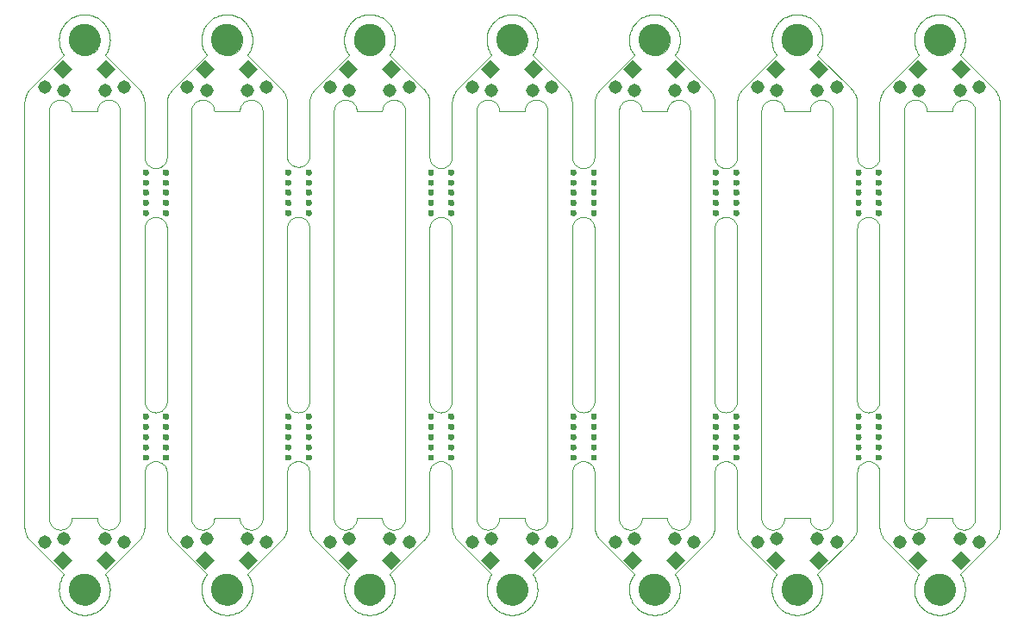
<source format=gbs>
G75*
G70*
%OFA0B0*%
%FSLAX24Y24*%
%IPPOS*%
%LPD*%
%AMOC8*
5,1,8,0,0,1.08239X$1,22.5*
%
%ADD10C,0.0000*%
%ADD11C,0.1221*%
%ADD12C,0.0237*%
%ADD13R,0.0516X0.0516*%
%ADD14C,0.0516*%
D10*
X001805Y001674D02*
X001769Y001623D01*
X001737Y001570D01*
X001708Y001515D01*
X001682Y001459D01*
X001660Y001400D01*
X001642Y001341D01*
X001628Y001280D01*
X001617Y001219D01*
X001611Y001157D01*
X001608Y001095D01*
X001609Y001032D01*
X001615Y000970D01*
X001624Y000909D01*
X001637Y000848D01*
X001654Y000788D01*
X001674Y000729D01*
X001698Y000672D01*
X001726Y000616D01*
X001758Y000563D01*
X001792Y000511D01*
X001830Y000461D01*
X001871Y000414D01*
X001915Y000370D01*
X001961Y000329D01*
X002010Y000290D01*
X002062Y000255D01*
X002115Y000223D01*
X002170Y000195D01*
X002227Y000170D01*
X002286Y000149D01*
X002346Y000131D01*
X002406Y000118D01*
X002468Y000108D01*
X002530Y000102D01*
X002592Y000100D01*
X002654Y000102D01*
X002716Y000108D01*
X002778Y000118D01*
X002838Y000131D01*
X002898Y000149D01*
X002957Y000170D01*
X003014Y000195D01*
X003069Y000223D01*
X003122Y000255D01*
X003174Y000290D01*
X003223Y000329D01*
X003269Y000370D01*
X003313Y000414D01*
X003354Y000461D01*
X003392Y000511D01*
X003426Y000563D01*
X003458Y000616D01*
X003486Y000672D01*
X003510Y000729D01*
X003530Y000788D01*
X003547Y000848D01*
X003560Y000909D01*
X003569Y000970D01*
X003575Y001032D01*
X003576Y001095D01*
X003573Y001157D01*
X003567Y001219D01*
X003556Y001280D01*
X003542Y001341D01*
X003524Y001400D01*
X003502Y001459D01*
X003476Y001515D01*
X003447Y001570D01*
X003415Y001623D01*
X003379Y001674D01*
X003379Y001675D02*
X004684Y002980D01*
X004914Y003536D02*
X004914Y005612D01*
X004915Y005612D02*
X004917Y005652D01*
X004922Y005692D01*
X004932Y005730D01*
X004944Y005768D01*
X004960Y005805D01*
X004980Y005840D01*
X005002Y005873D01*
X005028Y005904D01*
X005056Y005932D01*
X005087Y005958D01*
X005120Y005980D01*
X005155Y006000D01*
X005192Y006016D01*
X005230Y006028D01*
X005268Y006038D01*
X005308Y006043D01*
X005348Y006045D01*
X005388Y006043D01*
X005428Y006038D01*
X005466Y006028D01*
X005504Y006016D01*
X005541Y006000D01*
X005576Y005980D01*
X005609Y005958D01*
X005640Y005932D01*
X005668Y005904D01*
X005694Y005873D01*
X005716Y005840D01*
X005736Y005805D01*
X005752Y005768D01*
X005764Y005730D01*
X005774Y005692D01*
X005779Y005652D01*
X005781Y005612D01*
X005781Y003536D01*
X005783Y003485D01*
X005788Y003433D01*
X005796Y003382D01*
X005808Y003332D01*
X005823Y003283D01*
X005841Y003235D01*
X005862Y003188D01*
X005886Y003142D01*
X005914Y003099D01*
X005944Y003057D01*
X005976Y003017D01*
X006012Y002980D01*
X006011Y002980D02*
X007316Y001675D01*
X007316Y001674D02*
X007280Y001623D01*
X007248Y001570D01*
X007219Y001515D01*
X007193Y001459D01*
X007171Y001400D01*
X007153Y001341D01*
X007139Y001280D01*
X007128Y001219D01*
X007122Y001157D01*
X007119Y001095D01*
X007120Y001032D01*
X007126Y000970D01*
X007135Y000909D01*
X007148Y000848D01*
X007165Y000788D01*
X007185Y000729D01*
X007209Y000672D01*
X007237Y000616D01*
X007269Y000563D01*
X007303Y000511D01*
X007341Y000461D01*
X007382Y000414D01*
X007426Y000370D01*
X007472Y000329D01*
X007521Y000290D01*
X007573Y000255D01*
X007626Y000223D01*
X007681Y000195D01*
X007738Y000170D01*
X007797Y000149D01*
X007857Y000131D01*
X007917Y000118D01*
X007979Y000108D01*
X008041Y000102D01*
X008103Y000100D01*
X008165Y000102D01*
X008227Y000108D01*
X008289Y000118D01*
X008349Y000131D01*
X008409Y000149D01*
X008468Y000170D01*
X008525Y000195D01*
X008580Y000223D01*
X008633Y000255D01*
X008685Y000290D01*
X008734Y000329D01*
X008780Y000370D01*
X008824Y000414D01*
X008865Y000461D01*
X008903Y000511D01*
X008937Y000563D01*
X008969Y000616D01*
X008997Y000672D01*
X009021Y000729D01*
X009041Y000788D01*
X009058Y000848D01*
X009071Y000909D01*
X009080Y000970D01*
X009086Y001032D01*
X009087Y001095D01*
X009084Y001157D01*
X009078Y001219D01*
X009067Y001280D01*
X009053Y001341D01*
X009035Y001400D01*
X009013Y001459D01*
X008987Y001515D01*
X008958Y001570D01*
X008926Y001623D01*
X008890Y001674D01*
X008891Y001675D02*
X010196Y002980D01*
X010426Y003536D02*
X010426Y005612D01*
X010428Y005652D01*
X010433Y005692D01*
X010443Y005730D01*
X010455Y005768D01*
X010471Y005805D01*
X010491Y005840D01*
X010513Y005873D01*
X010539Y005904D01*
X010567Y005932D01*
X010598Y005958D01*
X010631Y005980D01*
X010666Y006000D01*
X010703Y006016D01*
X010741Y006028D01*
X010779Y006038D01*
X010819Y006043D01*
X010859Y006045D01*
X010899Y006043D01*
X010939Y006038D01*
X010977Y006028D01*
X011015Y006016D01*
X011052Y006000D01*
X011087Y005980D01*
X011120Y005958D01*
X011151Y005932D01*
X011179Y005904D01*
X011205Y005873D01*
X011227Y005840D01*
X011247Y005805D01*
X011263Y005768D01*
X011275Y005730D01*
X011285Y005692D01*
X011290Y005652D01*
X011292Y005612D01*
X011292Y003536D01*
X011293Y003536D02*
X011295Y003485D01*
X011300Y003433D01*
X011308Y003382D01*
X011320Y003332D01*
X011335Y003283D01*
X011353Y003235D01*
X011374Y003188D01*
X011398Y003142D01*
X011426Y003099D01*
X011456Y003057D01*
X011488Y003017D01*
X011524Y002980D01*
X011523Y002980D02*
X012828Y001675D01*
X012828Y001674D02*
X012792Y001623D01*
X012760Y001570D01*
X012731Y001515D01*
X012705Y001459D01*
X012683Y001400D01*
X012665Y001341D01*
X012651Y001280D01*
X012640Y001219D01*
X012634Y001157D01*
X012631Y001095D01*
X012632Y001032D01*
X012638Y000970D01*
X012647Y000909D01*
X012660Y000848D01*
X012677Y000788D01*
X012697Y000729D01*
X012721Y000672D01*
X012749Y000616D01*
X012781Y000563D01*
X012815Y000511D01*
X012853Y000461D01*
X012894Y000414D01*
X012938Y000370D01*
X012984Y000329D01*
X013033Y000290D01*
X013085Y000255D01*
X013138Y000223D01*
X013193Y000195D01*
X013250Y000170D01*
X013309Y000149D01*
X013369Y000131D01*
X013429Y000118D01*
X013491Y000108D01*
X013553Y000102D01*
X013615Y000100D01*
X013677Y000102D01*
X013739Y000108D01*
X013801Y000118D01*
X013861Y000131D01*
X013921Y000149D01*
X013980Y000170D01*
X014037Y000195D01*
X014092Y000223D01*
X014145Y000255D01*
X014197Y000290D01*
X014246Y000329D01*
X014292Y000370D01*
X014336Y000414D01*
X014377Y000461D01*
X014415Y000511D01*
X014449Y000563D01*
X014481Y000616D01*
X014509Y000672D01*
X014533Y000729D01*
X014553Y000788D01*
X014570Y000848D01*
X014583Y000909D01*
X014592Y000970D01*
X014598Y001032D01*
X014599Y001095D01*
X014596Y001157D01*
X014590Y001219D01*
X014579Y001280D01*
X014565Y001341D01*
X014547Y001400D01*
X014525Y001459D01*
X014499Y001515D01*
X014470Y001570D01*
X014438Y001623D01*
X014402Y001674D01*
X014403Y001675D02*
X015707Y002980D01*
X015938Y003536D02*
X015938Y005612D01*
X015940Y005652D01*
X015945Y005692D01*
X015955Y005730D01*
X015967Y005768D01*
X015983Y005805D01*
X016003Y005840D01*
X016025Y005873D01*
X016051Y005904D01*
X016079Y005932D01*
X016110Y005958D01*
X016143Y005980D01*
X016178Y006000D01*
X016215Y006016D01*
X016253Y006028D01*
X016291Y006038D01*
X016331Y006043D01*
X016371Y006045D01*
X016411Y006043D01*
X016451Y006038D01*
X016489Y006028D01*
X016527Y006016D01*
X016564Y006000D01*
X016599Y005980D01*
X016632Y005958D01*
X016663Y005932D01*
X016691Y005904D01*
X016717Y005873D01*
X016739Y005840D01*
X016759Y005805D01*
X016775Y005768D01*
X016787Y005730D01*
X016797Y005692D01*
X016802Y005652D01*
X016804Y005612D01*
X016804Y003536D01*
X016805Y003536D02*
X016807Y003485D01*
X016812Y003433D01*
X016820Y003382D01*
X016832Y003332D01*
X016847Y003283D01*
X016865Y003235D01*
X016886Y003188D01*
X016910Y003142D01*
X016938Y003099D01*
X016968Y003057D01*
X017000Y003017D01*
X017036Y002980D01*
X017035Y002980D02*
X018340Y001675D01*
X018340Y001674D02*
X018304Y001623D01*
X018272Y001570D01*
X018243Y001515D01*
X018217Y001459D01*
X018195Y001400D01*
X018177Y001341D01*
X018163Y001280D01*
X018152Y001219D01*
X018146Y001157D01*
X018143Y001095D01*
X018144Y001032D01*
X018150Y000970D01*
X018159Y000909D01*
X018172Y000848D01*
X018189Y000788D01*
X018209Y000729D01*
X018233Y000672D01*
X018261Y000616D01*
X018293Y000563D01*
X018327Y000511D01*
X018365Y000461D01*
X018406Y000414D01*
X018450Y000370D01*
X018496Y000329D01*
X018545Y000290D01*
X018597Y000255D01*
X018650Y000223D01*
X018705Y000195D01*
X018762Y000170D01*
X018821Y000149D01*
X018881Y000131D01*
X018941Y000118D01*
X019003Y000108D01*
X019065Y000102D01*
X019127Y000100D01*
X019189Y000102D01*
X019251Y000108D01*
X019313Y000118D01*
X019373Y000131D01*
X019433Y000149D01*
X019492Y000170D01*
X019549Y000195D01*
X019604Y000223D01*
X019657Y000255D01*
X019709Y000290D01*
X019758Y000329D01*
X019804Y000370D01*
X019848Y000414D01*
X019889Y000461D01*
X019927Y000511D01*
X019961Y000563D01*
X019993Y000616D01*
X020021Y000672D01*
X020045Y000729D01*
X020065Y000788D01*
X020082Y000848D01*
X020095Y000909D01*
X020104Y000970D01*
X020110Y001032D01*
X020111Y001095D01*
X020108Y001157D01*
X020102Y001219D01*
X020091Y001280D01*
X020077Y001341D01*
X020059Y001400D01*
X020037Y001459D01*
X020011Y001515D01*
X019982Y001570D01*
X019950Y001623D01*
X019914Y001674D01*
X019914Y001675D02*
X021219Y002980D01*
X021450Y003536D02*
X021450Y005612D01*
X021452Y005652D01*
X021457Y005692D01*
X021467Y005730D01*
X021479Y005768D01*
X021495Y005805D01*
X021515Y005840D01*
X021537Y005873D01*
X021563Y005904D01*
X021591Y005932D01*
X021622Y005958D01*
X021655Y005980D01*
X021690Y006000D01*
X021727Y006016D01*
X021765Y006028D01*
X021803Y006038D01*
X021843Y006043D01*
X021883Y006045D01*
X021923Y006043D01*
X021963Y006038D01*
X022001Y006028D01*
X022039Y006016D01*
X022076Y006000D01*
X022111Y005980D01*
X022144Y005958D01*
X022175Y005932D01*
X022203Y005904D01*
X022229Y005873D01*
X022251Y005840D01*
X022271Y005805D01*
X022287Y005768D01*
X022299Y005730D01*
X022309Y005692D01*
X022314Y005652D01*
X022316Y005612D01*
X022316Y003536D01*
X022318Y003485D01*
X022323Y003433D01*
X022331Y003382D01*
X022343Y003332D01*
X022358Y003283D01*
X022376Y003235D01*
X022397Y003188D01*
X022421Y003142D01*
X022449Y003099D01*
X022479Y003057D01*
X022511Y003017D01*
X022547Y002980D01*
X023851Y001675D01*
X023852Y001674D02*
X023816Y001623D01*
X023784Y001570D01*
X023755Y001515D01*
X023729Y001459D01*
X023707Y001400D01*
X023689Y001341D01*
X023675Y001280D01*
X023664Y001219D01*
X023658Y001157D01*
X023655Y001095D01*
X023656Y001032D01*
X023662Y000970D01*
X023671Y000909D01*
X023684Y000848D01*
X023701Y000788D01*
X023721Y000729D01*
X023745Y000672D01*
X023773Y000616D01*
X023805Y000563D01*
X023839Y000511D01*
X023877Y000461D01*
X023918Y000414D01*
X023962Y000370D01*
X024008Y000329D01*
X024057Y000290D01*
X024109Y000255D01*
X024162Y000223D01*
X024217Y000195D01*
X024274Y000170D01*
X024333Y000149D01*
X024393Y000131D01*
X024453Y000118D01*
X024515Y000108D01*
X024577Y000102D01*
X024639Y000100D01*
X024701Y000102D01*
X024763Y000108D01*
X024825Y000118D01*
X024885Y000131D01*
X024945Y000149D01*
X025004Y000170D01*
X025061Y000195D01*
X025116Y000223D01*
X025169Y000255D01*
X025221Y000290D01*
X025270Y000329D01*
X025316Y000370D01*
X025360Y000414D01*
X025401Y000461D01*
X025439Y000511D01*
X025473Y000563D01*
X025505Y000616D01*
X025533Y000672D01*
X025557Y000729D01*
X025577Y000788D01*
X025594Y000848D01*
X025607Y000909D01*
X025616Y000970D01*
X025622Y001032D01*
X025623Y001095D01*
X025620Y001157D01*
X025614Y001219D01*
X025603Y001280D01*
X025589Y001341D01*
X025571Y001400D01*
X025549Y001459D01*
X025523Y001515D01*
X025494Y001570D01*
X025462Y001623D01*
X025426Y001674D01*
X025426Y001675D02*
X026731Y002980D01*
X026962Y003536D02*
X026962Y005612D01*
X026964Y005652D01*
X026969Y005692D01*
X026979Y005730D01*
X026991Y005768D01*
X027007Y005805D01*
X027027Y005840D01*
X027049Y005873D01*
X027075Y005904D01*
X027103Y005932D01*
X027134Y005958D01*
X027167Y005980D01*
X027202Y006000D01*
X027239Y006016D01*
X027277Y006028D01*
X027315Y006038D01*
X027355Y006043D01*
X027395Y006045D01*
X027435Y006043D01*
X027475Y006038D01*
X027513Y006028D01*
X027551Y006016D01*
X027588Y006000D01*
X027623Y005980D01*
X027656Y005958D01*
X027687Y005932D01*
X027715Y005904D01*
X027741Y005873D01*
X027763Y005840D01*
X027783Y005805D01*
X027799Y005768D01*
X027811Y005730D01*
X027821Y005692D01*
X027826Y005652D01*
X027828Y005612D01*
X027828Y003536D01*
X027830Y003485D01*
X027835Y003433D01*
X027843Y003382D01*
X027855Y003332D01*
X027870Y003283D01*
X027888Y003235D01*
X027909Y003188D01*
X027933Y003142D01*
X027961Y003099D01*
X027991Y003057D01*
X028023Y003017D01*
X028059Y002980D01*
X028058Y002980D02*
X029363Y001675D01*
X029364Y001674D02*
X029328Y001623D01*
X029296Y001570D01*
X029267Y001515D01*
X029241Y001459D01*
X029219Y001400D01*
X029201Y001341D01*
X029187Y001280D01*
X029176Y001219D01*
X029170Y001157D01*
X029167Y001095D01*
X029168Y001032D01*
X029174Y000970D01*
X029183Y000909D01*
X029196Y000848D01*
X029213Y000788D01*
X029233Y000729D01*
X029257Y000672D01*
X029285Y000616D01*
X029317Y000563D01*
X029351Y000511D01*
X029389Y000461D01*
X029430Y000414D01*
X029474Y000370D01*
X029520Y000329D01*
X029569Y000290D01*
X029621Y000255D01*
X029674Y000223D01*
X029729Y000195D01*
X029786Y000170D01*
X029845Y000149D01*
X029905Y000131D01*
X029965Y000118D01*
X030027Y000108D01*
X030089Y000102D01*
X030151Y000100D01*
X030213Y000102D01*
X030275Y000108D01*
X030337Y000118D01*
X030397Y000131D01*
X030457Y000149D01*
X030516Y000170D01*
X030573Y000195D01*
X030628Y000223D01*
X030681Y000255D01*
X030733Y000290D01*
X030782Y000329D01*
X030828Y000370D01*
X030872Y000414D01*
X030913Y000461D01*
X030951Y000511D01*
X030985Y000563D01*
X031017Y000616D01*
X031045Y000672D01*
X031069Y000729D01*
X031089Y000788D01*
X031106Y000848D01*
X031119Y000909D01*
X031128Y000970D01*
X031134Y001032D01*
X031135Y001095D01*
X031132Y001157D01*
X031126Y001219D01*
X031115Y001280D01*
X031101Y001341D01*
X031083Y001400D01*
X031061Y001459D01*
X031035Y001515D01*
X031006Y001570D01*
X030974Y001623D01*
X030938Y001674D01*
X030938Y001675D02*
X032243Y002980D01*
X032474Y003536D02*
X032474Y005612D01*
X032476Y005652D01*
X032481Y005692D01*
X032491Y005730D01*
X032503Y005768D01*
X032519Y005805D01*
X032539Y005840D01*
X032561Y005873D01*
X032587Y005904D01*
X032615Y005932D01*
X032646Y005958D01*
X032679Y005980D01*
X032714Y006000D01*
X032751Y006016D01*
X032789Y006028D01*
X032827Y006038D01*
X032867Y006043D01*
X032907Y006045D01*
X032947Y006043D01*
X032987Y006038D01*
X033025Y006028D01*
X033063Y006016D01*
X033100Y006000D01*
X033135Y005980D01*
X033168Y005958D01*
X033199Y005932D01*
X033227Y005904D01*
X033253Y005873D01*
X033275Y005840D01*
X033295Y005805D01*
X033311Y005768D01*
X033323Y005730D01*
X033333Y005692D01*
X033338Y005652D01*
X033340Y005612D01*
X033340Y003536D01*
X033342Y003485D01*
X033347Y003433D01*
X033355Y003382D01*
X033367Y003332D01*
X033382Y003283D01*
X033400Y003235D01*
X033421Y003188D01*
X033445Y003142D01*
X033473Y003099D01*
X033503Y003057D01*
X033535Y003017D01*
X033571Y002980D01*
X033570Y002980D02*
X034875Y001675D01*
X034875Y001674D02*
X034839Y001623D01*
X034807Y001570D01*
X034778Y001515D01*
X034752Y001459D01*
X034730Y001400D01*
X034712Y001341D01*
X034698Y001280D01*
X034687Y001219D01*
X034681Y001157D01*
X034678Y001095D01*
X034679Y001032D01*
X034685Y000970D01*
X034694Y000909D01*
X034707Y000848D01*
X034724Y000788D01*
X034744Y000729D01*
X034768Y000672D01*
X034796Y000616D01*
X034828Y000563D01*
X034862Y000511D01*
X034900Y000461D01*
X034941Y000414D01*
X034985Y000370D01*
X035031Y000329D01*
X035080Y000290D01*
X035132Y000255D01*
X035185Y000223D01*
X035240Y000195D01*
X035297Y000170D01*
X035356Y000149D01*
X035416Y000131D01*
X035476Y000118D01*
X035538Y000108D01*
X035600Y000102D01*
X035662Y000100D01*
X035724Y000102D01*
X035786Y000108D01*
X035848Y000118D01*
X035908Y000131D01*
X035968Y000149D01*
X036027Y000170D01*
X036084Y000195D01*
X036139Y000223D01*
X036192Y000255D01*
X036244Y000290D01*
X036293Y000329D01*
X036339Y000370D01*
X036383Y000414D01*
X036424Y000461D01*
X036462Y000511D01*
X036496Y000563D01*
X036528Y000616D01*
X036556Y000672D01*
X036580Y000729D01*
X036600Y000788D01*
X036617Y000848D01*
X036630Y000909D01*
X036639Y000970D01*
X036645Y001032D01*
X036646Y001095D01*
X036643Y001157D01*
X036637Y001219D01*
X036626Y001280D01*
X036612Y001341D01*
X036594Y001400D01*
X036572Y001459D01*
X036546Y001515D01*
X036517Y001570D01*
X036485Y001623D01*
X036449Y001674D01*
X036450Y001675D02*
X037755Y002980D01*
X037985Y003536D02*
X037985Y019892D01*
X037983Y019943D01*
X037978Y019995D01*
X037970Y020046D01*
X037958Y020096D01*
X037943Y020145D01*
X037925Y020193D01*
X037904Y020240D01*
X037880Y020286D01*
X037852Y020329D01*
X037822Y020371D01*
X037790Y020411D01*
X037754Y020448D01*
X037755Y020449D02*
X036450Y021754D01*
X036449Y021754D02*
X036485Y021805D01*
X036517Y021858D01*
X036546Y021913D01*
X036572Y021969D01*
X036594Y022028D01*
X036612Y022087D01*
X036626Y022148D01*
X036637Y022209D01*
X036643Y022271D01*
X036646Y022333D01*
X036645Y022396D01*
X036639Y022458D01*
X036630Y022519D01*
X036617Y022580D01*
X036600Y022640D01*
X036580Y022699D01*
X036556Y022756D01*
X036528Y022812D01*
X036496Y022865D01*
X036462Y022917D01*
X036424Y022967D01*
X036383Y023014D01*
X036339Y023058D01*
X036293Y023099D01*
X036244Y023138D01*
X036192Y023173D01*
X036139Y023205D01*
X036084Y023233D01*
X036027Y023258D01*
X035968Y023279D01*
X035908Y023297D01*
X035848Y023310D01*
X035786Y023320D01*
X035724Y023326D01*
X035662Y023328D01*
X035600Y023326D01*
X035538Y023320D01*
X035476Y023310D01*
X035416Y023297D01*
X035356Y023279D01*
X035297Y023258D01*
X035240Y023233D01*
X035185Y023205D01*
X035132Y023173D01*
X035080Y023138D01*
X035031Y023099D01*
X034985Y023058D01*
X034941Y023014D01*
X034900Y022967D01*
X034862Y022917D01*
X034828Y022865D01*
X034796Y022812D01*
X034768Y022756D01*
X034744Y022699D01*
X034724Y022640D01*
X034707Y022580D01*
X034694Y022519D01*
X034685Y022458D01*
X034679Y022396D01*
X034678Y022333D01*
X034681Y022271D01*
X034687Y022209D01*
X034698Y022148D01*
X034712Y022087D01*
X034730Y022028D01*
X034752Y021969D01*
X034778Y021913D01*
X034807Y021858D01*
X034839Y021805D01*
X034875Y021754D01*
X033570Y020449D01*
X033340Y019892D02*
X033340Y017817D01*
X033338Y017777D01*
X033333Y017737D01*
X033323Y017699D01*
X033311Y017661D01*
X033295Y017624D01*
X033275Y017589D01*
X033253Y017556D01*
X033227Y017525D01*
X033199Y017497D01*
X033168Y017471D01*
X033135Y017449D01*
X033100Y017429D01*
X033063Y017413D01*
X033025Y017401D01*
X032987Y017391D01*
X032947Y017386D01*
X032907Y017384D01*
X032867Y017386D01*
X032827Y017391D01*
X032789Y017401D01*
X032751Y017413D01*
X032714Y017429D01*
X032679Y017449D01*
X032646Y017471D01*
X032615Y017497D01*
X032587Y017525D01*
X032561Y017556D01*
X032539Y017589D01*
X032519Y017624D01*
X032503Y017661D01*
X032491Y017699D01*
X032481Y017737D01*
X032476Y017777D01*
X032474Y017817D01*
X032474Y019892D01*
X032473Y019892D02*
X032471Y019943D01*
X032466Y019995D01*
X032458Y020046D01*
X032446Y020096D01*
X032431Y020145D01*
X032413Y020193D01*
X032392Y020240D01*
X032368Y020286D01*
X032340Y020329D01*
X032310Y020371D01*
X032278Y020411D01*
X032242Y020448D01*
X032243Y020449D02*
X030938Y021754D01*
X030974Y021805D01*
X031006Y021858D01*
X031035Y021913D01*
X031061Y021969D01*
X031083Y022028D01*
X031101Y022087D01*
X031115Y022148D01*
X031126Y022209D01*
X031132Y022271D01*
X031135Y022333D01*
X031134Y022396D01*
X031128Y022458D01*
X031119Y022519D01*
X031106Y022580D01*
X031089Y022640D01*
X031069Y022699D01*
X031045Y022756D01*
X031017Y022812D01*
X030985Y022865D01*
X030951Y022917D01*
X030913Y022967D01*
X030872Y023014D01*
X030828Y023058D01*
X030782Y023099D01*
X030733Y023138D01*
X030681Y023173D01*
X030628Y023205D01*
X030573Y023233D01*
X030516Y023258D01*
X030457Y023279D01*
X030397Y023297D01*
X030337Y023310D01*
X030275Y023320D01*
X030213Y023326D01*
X030151Y023328D01*
X030089Y023326D01*
X030027Y023320D01*
X029965Y023310D01*
X029905Y023297D01*
X029845Y023279D01*
X029786Y023258D01*
X029729Y023233D01*
X029674Y023205D01*
X029621Y023173D01*
X029569Y023138D01*
X029520Y023099D01*
X029474Y023058D01*
X029430Y023014D01*
X029389Y022967D01*
X029351Y022917D01*
X029317Y022865D01*
X029285Y022812D01*
X029257Y022756D01*
X029233Y022699D01*
X029213Y022640D01*
X029196Y022580D01*
X029183Y022519D01*
X029174Y022458D01*
X029168Y022396D01*
X029167Y022333D01*
X029170Y022271D01*
X029176Y022209D01*
X029187Y022148D01*
X029201Y022087D01*
X029219Y022028D01*
X029241Y021969D01*
X029267Y021913D01*
X029296Y021858D01*
X029328Y021805D01*
X029364Y021754D01*
X029363Y021754D02*
X028058Y020449D01*
X027828Y019892D02*
X027828Y017817D01*
X027826Y017777D01*
X027821Y017737D01*
X027811Y017699D01*
X027799Y017661D01*
X027783Y017624D01*
X027763Y017589D01*
X027741Y017556D01*
X027715Y017525D01*
X027687Y017497D01*
X027656Y017471D01*
X027623Y017449D01*
X027588Y017429D01*
X027551Y017413D01*
X027513Y017401D01*
X027475Y017391D01*
X027435Y017386D01*
X027395Y017384D01*
X027355Y017386D01*
X027315Y017391D01*
X027277Y017401D01*
X027239Y017413D01*
X027202Y017429D01*
X027167Y017449D01*
X027134Y017471D01*
X027103Y017497D01*
X027075Y017525D01*
X027049Y017556D01*
X027027Y017589D01*
X027007Y017624D01*
X026991Y017661D01*
X026979Y017699D01*
X026969Y017737D01*
X026964Y017777D01*
X026962Y017817D01*
X026962Y019892D01*
X026961Y019892D02*
X026959Y019943D01*
X026954Y019995D01*
X026946Y020046D01*
X026934Y020096D01*
X026919Y020145D01*
X026901Y020193D01*
X026880Y020240D01*
X026856Y020286D01*
X026828Y020329D01*
X026798Y020371D01*
X026766Y020411D01*
X026730Y020448D01*
X026731Y020449D02*
X025426Y021754D01*
X025462Y021805D01*
X025494Y021858D01*
X025523Y021913D01*
X025549Y021969D01*
X025571Y022028D01*
X025589Y022087D01*
X025603Y022148D01*
X025614Y022209D01*
X025620Y022271D01*
X025623Y022333D01*
X025622Y022396D01*
X025616Y022458D01*
X025607Y022519D01*
X025594Y022580D01*
X025577Y022640D01*
X025557Y022699D01*
X025533Y022756D01*
X025505Y022812D01*
X025473Y022865D01*
X025439Y022917D01*
X025401Y022967D01*
X025360Y023014D01*
X025316Y023058D01*
X025270Y023099D01*
X025221Y023138D01*
X025169Y023173D01*
X025116Y023205D01*
X025061Y023233D01*
X025004Y023258D01*
X024945Y023279D01*
X024885Y023297D01*
X024825Y023310D01*
X024763Y023320D01*
X024701Y023326D01*
X024639Y023328D01*
X024577Y023326D01*
X024515Y023320D01*
X024453Y023310D01*
X024393Y023297D01*
X024333Y023279D01*
X024274Y023258D01*
X024217Y023233D01*
X024162Y023205D01*
X024109Y023173D01*
X024057Y023138D01*
X024008Y023099D01*
X023962Y023058D01*
X023918Y023014D01*
X023877Y022967D01*
X023839Y022917D01*
X023805Y022865D01*
X023773Y022812D01*
X023745Y022756D01*
X023721Y022699D01*
X023701Y022640D01*
X023684Y022580D01*
X023671Y022519D01*
X023662Y022458D01*
X023656Y022396D01*
X023655Y022333D01*
X023658Y022271D01*
X023664Y022209D01*
X023675Y022148D01*
X023689Y022087D01*
X023707Y022028D01*
X023729Y021969D01*
X023755Y021913D01*
X023784Y021858D01*
X023816Y021805D01*
X023852Y021754D01*
X023851Y021754D02*
X022547Y020449D01*
X022316Y019892D02*
X022316Y017817D01*
X022314Y017777D01*
X022309Y017737D01*
X022299Y017699D01*
X022287Y017661D01*
X022271Y017624D01*
X022251Y017589D01*
X022229Y017556D01*
X022203Y017525D01*
X022175Y017497D01*
X022144Y017471D01*
X022111Y017449D01*
X022076Y017429D01*
X022039Y017413D01*
X022001Y017401D01*
X021963Y017391D01*
X021923Y017386D01*
X021883Y017384D01*
X021843Y017386D01*
X021803Y017391D01*
X021765Y017401D01*
X021727Y017413D01*
X021690Y017429D01*
X021655Y017449D01*
X021622Y017471D01*
X021591Y017497D01*
X021563Y017525D01*
X021537Y017556D01*
X021515Y017589D01*
X021495Y017624D01*
X021479Y017661D01*
X021467Y017699D01*
X021457Y017737D01*
X021452Y017777D01*
X021450Y017817D01*
X021450Y019892D01*
X021449Y019892D02*
X021447Y019943D01*
X021442Y019995D01*
X021434Y020046D01*
X021422Y020096D01*
X021407Y020145D01*
X021389Y020193D01*
X021368Y020240D01*
X021344Y020286D01*
X021316Y020329D01*
X021286Y020371D01*
X021254Y020411D01*
X021218Y020448D01*
X021219Y020449D02*
X019914Y021754D01*
X019950Y021805D01*
X019982Y021858D01*
X020011Y021913D01*
X020037Y021969D01*
X020059Y022028D01*
X020077Y022087D01*
X020091Y022148D01*
X020102Y022209D01*
X020108Y022271D01*
X020111Y022333D01*
X020110Y022396D01*
X020104Y022458D01*
X020095Y022519D01*
X020082Y022580D01*
X020065Y022640D01*
X020045Y022699D01*
X020021Y022756D01*
X019993Y022812D01*
X019961Y022865D01*
X019927Y022917D01*
X019889Y022967D01*
X019848Y023014D01*
X019804Y023058D01*
X019758Y023099D01*
X019709Y023138D01*
X019657Y023173D01*
X019604Y023205D01*
X019549Y023233D01*
X019492Y023258D01*
X019433Y023279D01*
X019373Y023297D01*
X019313Y023310D01*
X019251Y023320D01*
X019189Y023326D01*
X019127Y023328D01*
X019065Y023326D01*
X019003Y023320D01*
X018941Y023310D01*
X018881Y023297D01*
X018821Y023279D01*
X018762Y023258D01*
X018705Y023233D01*
X018650Y023205D01*
X018597Y023173D01*
X018545Y023138D01*
X018496Y023099D01*
X018450Y023058D01*
X018406Y023014D01*
X018365Y022967D01*
X018327Y022917D01*
X018293Y022865D01*
X018261Y022812D01*
X018233Y022756D01*
X018209Y022699D01*
X018189Y022640D01*
X018172Y022580D01*
X018159Y022519D01*
X018150Y022458D01*
X018144Y022396D01*
X018143Y022333D01*
X018146Y022271D01*
X018152Y022209D01*
X018163Y022148D01*
X018177Y022087D01*
X018195Y022028D01*
X018217Y021969D01*
X018243Y021913D01*
X018272Y021858D01*
X018304Y021805D01*
X018340Y021754D01*
X017035Y020449D01*
X016804Y019892D02*
X016804Y017817D01*
X016802Y017777D01*
X016797Y017737D01*
X016787Y017699D01*
X016775Y017661D01*
X016759Y017624D01*
X016739Y017589D01*
X016717Y017556D01*
X016691Y017525D01*
X016663Y017497D01*
X016632Y017471D01*
X016599Y017449D01*
X016564Y017429D01*
X016527Y017413D01*
X016489Y017401D01*
X016451Y017391D01*
X016411Y017386D01*
X016371Y017384D01*
X016331Y017386D01*
X016291Y017391D01*
X016253Y017401D01*
X016215Y017413D01*
X016178Y017429D01*
X016143Y017449D01*
X016110Y017471D01*
X016079Y017497D01*
X016051Y017525D01*
X016025Y017556D01*
X016003Y017589D01*
X015983Y017624D01*
X015967Y017661D01*
X015955Y017699D01*
X015945Y017737D01*
X015940Y017777D01*
X015938Y017817D01*
X015938Y019892D01*
X015936Y019943D01*
X015931Y019995D01*
X015923Y020046D01*
X015911Y020096D01*
X015896Y020145D01*
X015878Y020193D01*
X015857Y020240D01*
X015833Y020286D01*
X015805Y020329D01*
X015775Y020371D01*
X015743Y020411D01*
X015707Y020448D01*
X015707Y020449D02*
X014403Y021754D01*
X014402Y021754D02*
X014438Y021805D01*
X014470Y021858D01*
X014499Y021913D01*
X014525Y021969D01*
X014547Y022028D01*
X014565Y022087D01*
X014579Y022148D01*
X014590Y022209D01*
X014596Y022271D01*
X014599Y022333D01*
X014598Y022396D01*
X014592Y022458D01*
X014583Y022519D01*
X014570Y022580D01*
X014553Y022640D01*
X014533Y022699D01*
X014509Y022756D01*
X014481Y022812D01*
X014449Y022865D01*
X014415Y022917D01*
X014377Y022967D01*
X014336Y023014D01*
X014292Y023058D01*
X014246Y023099D01*
X014197Y023138D01*
X014145Y023173D01*
X014092Y023205D01*
X014037Y023233D01*
X013980Y023258D01*
X013921Y023279D01*
X013861Y023297D01*
X013801Y023310D01*
X013739Y023320D01*
X013677Y023326D01*
X013615Y023328D01*
X013553Y023326D01*
X013491Y023320D01*
X013429Y023310D01*
X013369Y023297D01*
X013309Y023279D01*
X013250Y023258D01*
X013193Y023233D01*
X013138Y023205D01*
X013085Y023173D01*
X013033Y023138D01*
X012984Y023099D01*
X012938Y023058D01*
X012894Y023014D01*
X012853Y022967D01*
X012815Y022917D01*
X012781Y022865D01*
X012749Y022812D01*
X012721Y022756D01*
X012697Y022699D01*
X012677Y022640D01*
X012660Y022580D01*
X012647Y022519D01*
X012638Y022458D01*
X012632Y022396D01*
X012631Y022333D01*
X012634Y022271D01*
X012640Y022209D01*
X012651Y022148D01*
X012665Y022087D01*
X012683Y022028D01*
X012705Y021969D01*
X012731Y021913D01*
X012760Y021858D01*
X012792Y021805D01*
X012828Y021754D01*
X011523Y020449D01*
X011292Y019892D02*
X011292Y017915D01*
X011295Y017875D01*
X011294Y017835D01*
X011289Y017795D01*
X011281Y017755D01*
X011269Y017717D01*
X011253Y017680D01*
X011234Y017644D01*
X011212Y017611D01*
X011187Y017579D01*
X011159Y017550D01*
X011129Y017524D01*
X011096Y017500D01*
X011061Y017480D01*
X011025Y017463D01*
X010987Y017449D01*
X010948Y017439D01*
X010908Y017433D01*
X010868Y017430D01*
X010828Y017431D01*
X010788Y017436D01*
X010748Y017444D01*
X010710Y017456D01*
X010673Y017472D01*
X010637Y017491D01*
X010604Y017513D01*
X010572Y017538D01*
X010543Y017566D01*
X010517Y017596D01*
X010493Y017629D01*
X010473Y017664D01*
X010456Y017700D01*
X010442Y017738D01*
X010432Y017777D01*
X010426Y017817D01*
X010426Y019892D01*
X010424Y019943D01*
X010419Y019995D01*
X010411Y020046D01*
X010399Y020096D01*
X010384Y020145D01*
X010366Y020193D01*
X010345Y020240D01*
X010321Y020286D01*
X010293Y020329D01*
X010263Y020371D01*
X010231Y020411D01*
X010195Y020448D01*
X010196Y020449D02*
X008891Y021754D01*
X008890Y021754D02*
X008926Y021805D01*
X008958Y021858D01*
X008987Y021913D01*
X009013Y021969D01*
X009035Y022028D01*
X009053Y022087D01*
X009067Y022148D01*
X009078Y022209D01*
X009084Y022271D01*
X009087Y022333D01*
X009086Y022396D01*
X009080Y022458D01*
X009071Y022519D01*
X009058Y022580D01*
X009041Y022640D01*
X009021Y022699D01*
X008997Y022756D01*
X008969Y022812D01*
X008937Y022865D01*
X008903Y022917D01*
X008865Y022967D01*
X008824Y023014D01*
X008780Y023058D01*
X008734Y023099D01*
X008685Y023138D01*
X008633Y023173D01*
X008580Y023205D01*
X008525Y023233D01*
X008468Y023258D01*
X008409Y023279D01*
X008349Y023297D01*
X008289Y023310D01*
X008227Y023320D01*
X008165Y023326D01*
X008103Y023328D01*
X008041Y023326D01*
X007979Y023320D01*
X007917Y023310D01*
X007857Y023297D01*
X007797Y023279D01*
X007738Y023258D01*
X007681Y023233D01*
X007626Y023205D01*
X007573Y023173D01*
X007521Y023138D01*
X007472Y023099D01*
X007426Y023058D01*
X007382Y023014D01*
X007341Y022967D01*
X007303Y022917D01*
X007269Y022865D01*
X007237Y022812D01*
X007209Y022756D01*
X007185Y022699D01*
X007165Y022640D01*
X007148Y022580D01*
X007135Y022519D01*
X007126Y022458D01*
X007120Y022396D01*
X007119Y022333D01*
X007122Y022271D01*
X007128Y022209D01*
X007139Y022148D01*
X007153Y022087D01*
X007171Y022028D01*
X007193Y021969D01*
X007219Y021913D01*
X007248Y021858D01*
X007280Y021805D01*
X007316Y021754D01*
X006011Y020449D01*
X005781Y019892D02*
X005781Y017817D01*
X005779Y017777D01*
X005774Y017737D01*
X005764Y017699D01*
X005752Y017661D01*
X005736Y017624D01*
X005716Y017589D01*
X005694Y017556D01*
X005668Y017525D01*
X005640Y017497D01*
X005609Y017471D01*
X005576Y017449D01*
X005541Y017429D01*
X005504Y017413D01*
X005466Y017401D01*
X005428Y017391D01*
X005388Y017386D01*
X005348Y017384D01*
X005308Y017386D01*
X005268Y017391D01*
X005230Y017401D01*
X005192Y017413D01*
X005155Y017429D01*
X005120Y017449D01*
X005087Y017471D01*
X005056Y017497D01*
X005028Y017525D01*
X005002Y017556D01*
X004980Y017589D01*
X004960Y017624D01*
X004944Y017661D01*
X004932Y017699D01*
X004922Y017737D01*
X004917Y017777D01*
X004915Y017817D01*
X004914Y017817D02*
X004914Y019892D01*
X004912Y019943D01*
X004907Y019995D01*
X004899Y020046D01*
X004887Y020096D01*
X004872Y020145D01*
X004854Y020193D01*
X004833Y020240D01*
X004809Y020286D01*
X004781Y020329D01*
X004751Y020371D01*
X004719Y020411D01*
X004683Y020448D01*
X004684Y020449D02*
X003379Y021754D01*
X003415Y021805D01*
X003447Y021858D01*
X003476Y021913D01*
X003502Y021969D01*
X003524Y022028D01*
X003542Y022087D01*
X003556Y022148D01*
X003567Y022209D01*
X003573Y022271D01*
X003576Y022333D01*
X003575Y022396D01*
X003569Y022458D01*
X003560Y022519D01*
X003547Y022580D01*
X003530Y022640D01*
X003510Y022699D01*
X003486Y022756D01*
X003458Y022812D01*
X003426Y022865D01*
X003392Y022917D01*
X003354Y022967D01*
X003313Y023014D01*
X003269Y023058D01*
X003223Y023099D01*
X003174Y023138D01*
X003122Y023173D01*
X003069Y023205D01*
X003014Y023233D01*
X002957Y023258D01*
X002898Y023279D01*
X002838Y023297D01*
X002778Y023310D01*
X002716Y023320D01*
X002654Y023326D01*
X002592Y023328D01*
X002530Y023326D01*
X002468Y023320D01*
X002406Y023310D01*
X002346Y023297D01*
X002286Y023279D01*
X002227Y023258D01*
X002170Y023233D01*
X002115Y023205D01*
X002062Y023173D01*
X002010Y023138D01*
X001961Y023099D01*
X001915Y023058D01*
X001871Y023014D01*
X001830Y022967D01*
X001792Y022917D01*
X001758Y022865D01*
X001726Y022812D01*
X001698Y022756D01*
X001674Y022699D01*
X001654Y022640D01*
X001637Y022580D01*
X001624Y022519D01*
X001615Y022458D01*
X001609Y022396D01*
X001608Y022333D01*
X001611Y022271D01*
X001617Y022209D01*
X001628Y022148D01*
X001642Y022087D01*
X001660Y022028D01*
X001682Y021969D01*
X001708Y021913D01*
X001737Y021858D01*
X001769Y021805D01*
X001805Y021754D01*
X001804Y021754D02*
X000499Y020449D01*
X000269Y019892D02*
X000269Y003536D01*
X000271Y003485D01*
X000276Y003433D01*
X000284Y003382D01*
X000296Y003332D01*
X000311Y003283D01*
X000329Y003235D01*
X000350Y003188D01*
X000374Y003142D01*
X000402Y003099D01*
X000432Y003057D01*
X000464Y003017D01*
X000500Y002980D01*
X000499Y002980D02*
X001804Y001675D01*
X002001Y001084D02*
X002003Y001132D01*
X002009Y001180D01*
X002019Y001227D01*
X002032Y001273D01*
X002050Y001318D01*
X002070Y001362D01*
X002095Y001404D01*
X002123Y001443D01*
X002153Y001480D01*
X002187Y001514D01*
X002224Y001546D01*
X002262Y001575D01*
X002303Y001600D01*
X002346Y001622D01*
X002391Y001640D01*
X002437Y001654D01*
X002484Y001665D01*
X002532Y001672D01*
X002580Y001675D01*
X002628Y001674D01*
X002676Y001669D01*
X002724Y001660D01*
X002770Y001648D01*
X002815Y001631D01*
X002859Y001611D01*
X002901Y001588D01*
X002941Y001561D01*
X002979Y001531D01*
X003014Y001498D01*
X003046Y001462D01*
X003076Y001424D01*
X003102Y001383D01*
X003124Y001340D01*
X003144Y001296D01*
X003159Y001251D01*
X003171Y001204D01*
X003179Y001156D01*
X003183Y001108D01*
X003183Y001060D01*
X003179Y001012D01*
X003171Y000964D01*
X003159Y000917D01*
X003144Y000872D01*
X003124Y000828D01*
X003102Y000785D01*
X003076Y000744D01*
X003046Y000706D01*
X003014Y000670D01*
X002979Y000637D01*
X002941Y000607D01*
X002901Y000580D01*
X002859Y000557D01*
X002815Y000537D01*
X002770Y000520D01*
X002724Y000508D01*
X002676Y000499D01*
X002628Y000494D01*
X002580Y000493D01*
X002532Y000496D01*
X002484Y000503D01*
X002437Y000514D01*
X002391Y000528D01*
X002346Y000546D01*
X002303Y000568D01*
X002262Y000593D01*
X002224Y000622D01*
X002187Y000654D01*
X002153Y000688D01*
X002123Y000725D01*
X002095Y000764D01*
X002070Y000806D01*
X002050Y000850D01*
X002032Y000895D01*
X002019Y000941D01*
X002009Y000988D01*
X002003Y001036D01*
X002001Y001084D01*
X004683Y002980D02*
X004719Y003017D01*
X004751Y003057D01*
X004781Y003099D01*
X004809Y003142D01*
X004833Y003188D01*
X004854Y003235D01*
X004872Y003283D01*
X004887Y003332D01*
X004899Y003382D01*
X004907Y003433D01*
X004912Y003485D01*
X004914Y003536D01*
X003970Y003840D02*
X003970Y019588D01*
X003968Y019629D01*
X003962Y019669D01*
X003953Y019709D01*
X003940Y019748D01*
X003924Y019785D01*
X003904Y019821D01*
X003881Y019855D01*
X003854Y019886D01*
X003825Y019915D01*
X003794Y019942D01*
X003760Y019965D01*
X003724Y019985D01*
X003687Y020001D01*
X003648Y020014D01*
X003608Y020023D01*
X003568Y020029D01*
X003527Y020031D01*
X003486Y020029D01*
X003446Y020023D01*
X003406Y020014D01*
X003367Y020001D01*
X003330Y019985D01*
X003294Y019965D01*
X003260Y019942D01*
X003229Y019915D01*
X003200Y019886D01*
X003173Y019855D01*
X003150Y019821D01*
X003130Y019785D01*
X003114Y019748D01*
X003101Y019709D01*
X003092Y019669D01*
X003086Y019629D01*
X003084Y019588D01*
X002099Y019588D01*
X002100Y019588D02*
X002098Y019629D01*
X002092Y019669D01*
X002083Y019709D01*
X002070Y019748D01*
X002054Y019785D01*
X002034Y019821D01*
X002011Y019855D01*
X001984Y019886D01*
X001955Y019915D01*
X001924Y019942D01*
X001890Y019965D01*
X001854Y019985D01*
X001817Y020001D01*
X001778Y020014D01*
X001738Y020023D01*
X001698Y020029D01*
X001657Y020031D01*
X001616Y020029D01*
X001576Y020023D01*
X001536Y020014D01*
X001497Y020001D01*
X001460Y019985D01*
X001424Y019965D01*
X001390Y019942D01*
X001359Y019915D01*
X001330Y019886D01*
X001303Y019855D01*
X001280Y019821D01*
X001260Y019785D01*
X001244Y019748D01*
X001231Y019709D01*
X001222Y019669D01*
X001216Y019629D01*
X001214Y019588D01*
X001214Y003840D01*
X001216Y003799D01*
X001222Y003759D01*
X001231Y003719D01*
X001244Y003680D01*
X001260Y003643D01*
X001280Y003607D01*
X001303Y003573D01*
X001330Y003542D01*
X001359Y003513D01*
X001390Y003486D01*
X001424Y003463D01*
X001460Y003443D01*
X001497Y003427D01*
X001536Y003414D01*
X001576Y003405D01*
X001616Y003399D01*
X001657Y003397D01*
X001698Y003399D01*
X001738Y003405D01*
X001778Y003414D01*
X001817Y003427D01*
X001854Y003443D01*
X001890Y003463D01*
X001924Y003486D01*
X001955Y003513D01*
X001984Y003542D01*
X002011Y003573D01*
X002034Y003607D01*
X002054Y003643D01*
X002070Y003680D01*
X002083Y003719D01*
X002092Y003759D01*
X002098Y003799D01*
X002100Y003840D01*
X002099Y003840D02*
X003084Y003840D01*
X003086Y003799D01*
X003092Y003759D01*
X003101Y003719D01*
X003114Y003680D01*
X003130Y003643D01*
X003150Y003607D01*
X003173Y003573D01*
X003200Y003542D01*
X003229Y003513D01*
X003260Y003486D01*
X003294Y003463D01*
X003330Y003443D01*
X003367Y003427D01*
X003406Y003414D01*
X003446Y003405D01*
X003486Y003399D01*
X003527Y003397D01*
X003568Y003399D01*
X003608Y003405D01*
X003648Y003414D01*
X003687Y003427D01*
X003724Y003443D01*
X003760Y003463D01*
X003794Y003486D01*
X003825Y003513D01*
X003854Y003542D01*
X003881Y003573D01*
X003904Y003607D01*
X003924Y003643D01*
X003940Y003680D01*
X003953Y003719D01*
X003962Y003759D01*
X003968Y003799D01*
X003970Y003840D01*
X006725Y003840D02*
X006725Y019588D01*
X005781Y019892D02*
X005783Y019943D01*
X005788Y019995D01*
X005796Y020046D01*
X005808Y020096D01*
X005823Y020145D01*
X005841Y020193D01*
X005862Y020240D01*
X005886Y020286D01*
X005914Y020329D01*
X005944Y020371D01*
X005976Y020411D01*
X006012Y020448D01*
X006725Y019588D02*
X006727Y019629D01*
X006733Y019669D01*
X006742Y019709D01*
X006755Y019748D01*
X006771Y019785D01*
X006791Y019821D01*
X006814Y019855D01*
X006841Y019886D01*
X006870Y019915D01*
X006901Y019942D01*
X006935Y019965D01*
X006971Y019985D01*
X007008Y020001D01*
X007047Y020014D01*
X007087Y020023D01*
X007127Y020029D01*
X007168Y020031D01*
X007209Y020029D01*
X007249Y020023D01*
X007289Y020014D01*
X007328Y020001D01*
X007365Y019985D01*
X007401Y019965D01*
X007435Y019942D01*
X007466Y019915D01*
X007495Y019886D01*
X007522Y019855D01*
X007545Y019821D01*
X007565Y019785D01*
X007581Y019748D01*
X007594Y019709D01*
X007603Y019669D01*
X007609Y019629D01*
X007611Y019588D01*
X008596Y019588D01*
X008595Y019588D02*
X008597Y019629D01*
X008603Y019669D01*
X008612Y019709D01*
X008625Y019748D01*
X008641Y019785D01*
X008661Y019821D01*
X008684Y019855D01*
X008711Y019886D01*
X008740Y019915D01*
X008771Y019942D01*
X008805Y019965D01*
X008841Y019985D01*
X008878Y020001D01*
X008917Y020014D01*
X008957Y020023D01*
X008997Y020029D01*
X009038Y020031D01*
X009079Y020029D01*
X009119Y020023D01*
X009159Y020014D01*
X009198Y020001D01*
X009235Y019985D01*
X009271Y019965D01*
X009305Y019942D01*
X009336Y019915D01*
X009365Y019886D01*
X009392Y019855D01*
X009415Y019821D01*
X009435Y019785D01*
X009451Y019748D01*
X009464Y019709D01*
X009473Y019669D01*
X009479Y019629D01*
X009481Y019588D01*
X009481Y003840D01*
X010426Y003536D02*
X010424Y003485D01*
X010419Y003433D01*
X010411Y003382D01*
X010399Y003332D01*
X010384Y003283D01*
X010366Y003235D01*
X010345Y003188D01*
X010321Y003142D01*
X010293Y003099D01*
X010263Y003057D01*
X010231Y003017D01*
X010195Y002980D01*
X009481Y003840D02*
X009479Y003799D01*
X009473Y003759D01*
X009464Y003719D01*
X009451Y003680D01*
X009435Y003643D01*
X009415Y003607D01*
X009392Y003573D01*
X009365Y003542D01*
X009336Y003513D01*
X009305Y003486D01*
X009271Y003463D01*
X009235Y003443D01*
X009198Y003427D01*
X009159Y003414D01*
X009119Y003405D01*
X009079Y003399D01*
X009038Y003397D01*
X008997Y003399D01*
X008957Y003405D01*
X008917Y003414D01*
X008878Y003427D01*
X008841Y003443D01*
X008805Y003463D01*
X008771Y003486D01*
X008740Y003513D01*
X008711Y003542D01*
X008684Y003573D01*
X008661Y003607D01*
X008641Y003643D01*
X008625Y003680D01*
X008612Y003719D01*
X008603Y003759D01*
X008597Y003799D01*
X008595Y003840D01*
X008596Y003840D02*
X007611Y003840D01*
X007609Y003799D01*
X007603Y003759D01*
X007594Y003719D01*
X007581Y003680D01*
X007565Y003643D01*
X007545Y003607D01*
X007522Y003573D01*
X007495Y003542D01*
X007466Y003513D01*
X007435Y003486D01*
X007401Y003463D01*
X007365Y003443D01*
X007328Y003427D01*
X007289Y003414D01*
X007249Y003405D01*
X007209Y003399D01*
X007168Y003397D01*
X007127Y003399D01*
X007087Y003405D01*
X007047Y003414D01*
X007008Y003427D01*
X006971Y003443D01*
X006935Y003463D01*
X006901Y003486D01*
X006870Y003513D01*
X006841Y003542D01*
X006814Y003573D01*
X006791Y003607D01*
X006771Y003643D01*
X006755Y003680D01*
X006742Y003719D01*
X006733Y003759D01*
X006727Y003799D01*
X006725Y003840D01*
X005643Y006202D02*
X005645Y006221D01*
X005650Y006240D01*
X005660Y006256D01*
X005672Y006271D01*
X005687Y006283D01*
X005703Y006293D01*
X005722Y006298D01*
X005741Y006300D01*
X005760Y006298D01*
X005779Y006293D01*
X005795Y006283D01*
X005810Y006271D01*
X005822Y006256D01*
X005832Y006240D01*
X005837Y006221D01*
X005839Y006202D01*
X005837Y006183D01*
X005832Y006164D01*
X005822Y006148D01*
X005810Y006133D01*
X005795Y006121D01*
X005779Y006111D01*
X005760Y006106D01*
X005741Y006104D01*
X005722Y006106D01*
X005703Y006111D01*
X005687Y006121D01*
X005672Y006133D01*
X005660Y006148D01*
X005650Y006164D01*
X005645Y006183D01*
X005643Y006202D01*
X005643Y006596D02*
X005645Y006615D01*
X005650Y006634D01*
X005660Y006650D01*
X005672Y006665D01*
X005687Y006677D01*
X005703Y006687D01*
X005722Y006692D01*
X005741Y006694D01*
X005760Y006692D01*
X005779Y006687D01*
X005795Y006677D01*
X005810Y006665D01*
X005822Y006650D01*
X005832Y006634D01*
X005837Y006615D01*
X005839Y006596D01*
X005837Y006577D01*
X005832Y006558D01*
X005822Y006542D01*
X005810Y006527D01*
X005795Y006515D01*
X005779Y006505D01*
X005760Y006500D01*
X005741Y006498D01*
X005722Y006500D01*
X005703Y006505D01*
X005687Y006515D01*
X005672Y006527D01*
X005660Y006542D01*
X005650Y006558D01*
X005645Y006577D01*
X005643Y006596D01*
X005643Y006990D02*
X005645Y007009D01*
X005650Y007028D01*
X005660Y007044D01*
X005672Y007059D01*
X005687Y007071D01*
X005703Y007081D01*
X005722Y007086D01*
X005741Y007088D01*
X005760Y007086D01*
X005779Y007081D01*
X005795Y007071D01*
X005810Y007059D01*
X005822Y007044D01*
X005832Y007028D01*
X005837Y007009D01*
X005839Y006990D01*
X005837Y006971D01*
X005832Y006952D01*
X005822Y006936D01*
X005810Y006921D01*
X005795Y006909D01*
X005779Y006899D01*
X005760Y006894D01*
X005741Y006892D01*
X005722Y006894D01*
X005703Y006899D01*
X005687Y006909D01*
X005672Y006921D01*
X005660Y006936D01*
X005650Y006952D01*
X005645Y006971D01*
X005643Y006990D01*
X005643Y007383D02*
X005645Y007402D01*
X005650Y007421D01*
X005660Y007437D01*
X005672Y007452D01*
X005687Y007464D01*
X005703Y007474D01*
X005722Y007479D01*
X005741Y007481D01*
X005760Y007479D01*
X005779Y007474D01*
X005795Y007464D01*
X005810Y007452D01*
X005822Y007437D01*
X005832Y007421D01*
X005837Y007402D01*
X005839Y007383D01*
X005837Y007364D01*
X005832Y007345D01*
X005822Y007329D01*
X005810Y007314D01*
X005795Y007302D01*
X005779Y007292D01*
X005760Y007287D01*
X005741Y007285D01*
X005722Y007287D01*
X005703Y007292D01*
X005687Y007302D01*
X005672Y007314D01*
X005660Y007329D01*
X005650Y007345D01*
X005645Y007364D01*
X005643Y007383D01*
X005643Y007777D02*
X005645Y007796D01*
X005650Y007815D01*
X005660Y007831D01*
X005672Y007846D01*
X005687Y007858D01*
X005703Y007868D01*
X005722Y007873D01*
X005741Y007875D01*
X005760Y007873D01*
X005779Y007868D01*
X005795Y007858D01*
X005810Y007846D01*
X005822Y007831D01*
X005832Y007815D01*
X005837Y007796D01*
X005839Y007777D01*
X005837Y007758D01*
X005832Y007739D01*
X005822Y007723D01*
X005810Y007708D01*
X005795Y007696D01*
X005779Y007686D01*
X005760Y007681D01*
X005741Y007679D01*
X005722Y007681D01*
X005703Y007686D01*
X005687Y007696D01*
X005672Y007708D01*
X005660Y007723D01*
X005650Y007739D01*
X005645Y007758D01*
X005643Y007777D01*
X005781Y008368D02*
X005781Y015061D01*
X005779Y015101D01*
X005774Y015141D01*
X005764Y015179D01*
X005752Y015217D01*
X005736Y015254D01*
X005716Y015289D01*
X005694Y015322D01*
X005668Y015353D01*
X005640Y015381D01*
X005609Y015407D01*
X005576Y015429D01*
X005541Y015449D01*
X005504Y015465D01*
X005466Y015477D01*
X005428Y015487D01*
X005388Y015492D01*
X005348Y015494D01*
X005308Y015492D01*
X005268Y015487D01*
X005230Y015477D01*
X005192Y015465D01*
X005155Y015449D01*
X005120Y015429D01*
X005087Y015407D01*
X005056Y015381D01*
X005028Y015353D01*
X005002Y015322D01*
X004980Y015289D01*
X004960Y015254D01*
X004944Y015217D01*
X004932Y015179D01*
X004922Y015141D01*
X004917Y015101D01*
X004915Y015061D01*
X004914Y015061D02*
X004914Y008368D01*
X004915Y008368D02*
X004917Y008328D01*
X004922Y008288D01*
X004932Y008250D01*
X004944Y008212D01*
X004960Y008175D01*
X004980Y008140D01*
X005002Y008107D01*
X005028Y008076D01*
X005056Y008048D01*
X005087Y008022D01*
X005120Y008000D01*
X005155Y007980D01*
X005192Y007964D01*
X005230Y007952D01*
X005268Y007942D01*
X005308Y007937D01*
X005348Y007935D01*
X005388Y007937D01*
X005428Y007942D01*
X005466Y007952D01*
X005504Y007964D01*
X005541Y007980D01*
X005576Y008000D01*
X005609Y008022D01*
X005640Y008048D01*
X005668Y008076D01*
X005694Y008107D01*
X005716Y008140D01*
X005736Y008175D01*
X005752Y008212D01*
X005764Y008250D01*
X005774Y008288D01*
X005779Y008328D01*
X005781Y008368D01*
X004856Y007777D02*
X004858Y007796D01*
X004863Y007815D01*
X004873Y007831D01*
X004885Y007846D01*
X004900Y007858D01*
X004916Y007868D01*
X004935Y007873D01*
X004954Y007875D01*
X004973Y007873D01*
X004992Y007868D01*
X005008Y007858D01*
X005023Y007846D01*
X005035Y007831D01*
X005045Y007815D01*
X005050Y007796D01*
X005052Y007777D01*
X005050Y007758D01*
X005045Y007739D01*
X005035Y007723D01*
X005023Y007708D01*
X005008Y007696D01*
X004992Y007686D01*
X004973Y007681D01*
X004954Y007679D01*
X004935Y007681D01*
X004916Y007686D01*
X004900Y007696D01*
X004885Y007708D01*
X004873Y007723D01*
X004863Y007739D01*
X004858Y007758D01*
X004856Y007777D01*
X004856Y007383D02*
X004858Y007402D01*
X004863Y007421D01*
X004873Y007437D01*
X004885Y007452D01*
X004900Y007464D01*
X004916Y007474D01*
X004935Y007479D01*
X004954Y007481D01*
X004973Y007479D01*
X004992Y007474D01*
X005008Y007464D01*
X005023Y007452D01*
X005035Y007437D01*
X005045Y007421D01*
X005050Y007402D01*
X005052Y007383D01*
X005050Y007364D01*
X005045Y007345D01*
X005035Y007329D01*
X005023Y007314D01*
X005008Y007302D01*
X004992Y007292D01*
X004973Y007287D01*
X004954Y007285D01*
X004935Y007287D01*
X004916Y007292D01*
X004900Y007302D01*
X004885Y007314D01*
X004873Y007329D01*
X004863Y007345D01*
X004858Y007364D01*
X004856Y007383D01*
X004856Y006990D02*
X004858Y007009D01*
X004863Y007028D01*
X004873Y007044D01*
X004885Y007059D01*
X004900Y007071D01*
X004916Y007081D01*
X004935Y007086D01*
X004954Y007088D01*
X004973Y007086D01*
X004992Y007081D01*
X005008Y007071D01*
X005023Y007059D01*
X005035Y007044D01*
X005045Y007028D01*
X005050Y007009D01*
X005052Y006990D01*
X005050Y006971D01*
X005045Y006952D01*
X005035Y006936D01*
X005023Y006921D01*
X005008Y006909D01*
X004992Y006899D01*
X004973Y006894D01*
X004954Y006892D01*
X004935Y006894D01*
X004916Y006899D01*
X004900Y006909D01*
X004885Y006921D01*
X004873Y006936D01*
X004863Y006952D01*
X004858Y006971D01*
X004856Y006990D01*
X004856Y006596D02*
X004858Y006615D01*
X004863Y006634D01*
X004873Y006650D01*
X004885Y006665D01*
X004900Y006677D01*
X004916Y006687D01*
X004935Y006692D01*
X004954Y006694D01*
X004973Y006692D01*
X004992Y006687D01*
X005008Y006677D01*
X005023Y006665D01*
X005035Y006650D01*
X005045Y006634D01*
X005050Y006615D01*
X005052Y006596D01*
X005050Y006577D01*
X005045Y006558D01*
X005035Y006542D01*
X005023Y006527D01*
X005008Y006515D01*
X004992Y006505D01*
X004973Y006500D01*
X004954Y006498D01*
X004935Y006500D01*
X004916Y006505D01*
X004900Y006515D01*
X004885Y006527D01*
X004873Y006542D01*
X004863Y006558D01*
X004858Y006577D01*
X004856Y006596D01*
X004856Y006202D02*
X004858Y006221D01*
X004863Y006240D01*
X004873Y006256D01*
X004885Y006271D01*
X004900Y006283D01*
X004916Y006293D01*
X004935Y006298D01*
X004954Y006300D01*
X004973Y006298D01*
X004992Y006293D01*
X005008Y006283D01*
X005023Y006271D01*
X005035Y006256D01*
X005045Y006240D01*
X005050Y006221D01*
X005052Y006202D01*
X005050Y006183D01*
X005045Y006164D01*
X005035Y006148D01*
X005023Y006133D01*
X005008Y006121D01*
X004992Y006111D01*
X004973Y006106D01*
X004954Y006104D01*
X004935Y006106D01*
X004916Y006111D01*
X004900Y006121D01*
X004885Y006133D01*
X004873Y006148D01*
X004863Y006164D01*
X004858Y006183D01*
X004856Y006202D01*
X010368Y006202D02*
X010370Y006221D01*
X010375Y006240D01*
X010385Y006256D01*
X010397Y006271D01*
X010412Y006283D01*
X010428Y006293D01*
X010447Y006298D01*
X010466Y006300D01*
X010485Y006298D01*
X010504Y006293D01*
X010520Y006283D01*
X010535Y006271D01*
X010547Y006256D01*
X010557Y006240D01*
X010562Y006221D01*
X010564Y006202D01*
X010562Y006183D01*
X010557Y006164D01*
X010547Y006148D01*
X010535Y006133D01*
X010520Y006121D01*
X010504Y006111D01*
X010485Y006106D01*
X010466Y006104D01*
X010447Y006106D01*
X010428Y006111D01*
X010412Y006121D01*
X010397Y006133D01*
X010385Y006148D01*
X010375Y006164D01*
X010370Y006183D01*
X010368Y006202D01*
X010368Y006596D02*
X010370Y006615D01*
X010375Y006634D01*
X010385Y006650D01*
X010397Y006665D01*
X010412Y006677D01*
X010428Y006687D01*
X010447Y006692D01*
X010466Y006694D01*
X010485Y006692D01*
X010504Y006687D01*
X010520Y006677D01*
X010535Y006665D01*
X010547Y006650D01*
X010557Y006634D01*
X010562Y006615D01*
X010564Y006596D01*
X010562Y006577D01*
X010557Y006558D01*
X010547Y006542D01*
X010535Y006527D01*
X010520Y006515D01*
X010504Y006505D01*
X010485Y006500D01*
X010466Y006498D01*
X010447Y006500D01*
X010428Y006505D01*
X010412Y006515D01*
X010397Y006527D01*
X010385Y006542D01*
X010375Y006558D01*
X010370Y006577D01*
X010368Y006596D01*
X010368Y006990D02*
X010370Y007009D01*
X010375Y007028D01*
X010385Y007044D01*
X010397Y007059D01*
X010412Y007071D01*
X010428Y007081D01*
X010447Y007086D01*
X010466Y007088D01*
X010485Y007086D01*
X010504Y007081D01*
X010520Y007071D01*
X010535Y007059D01*
X010547Y007044D01*
X010557Y007028D01*
X010562Y007009D01*
X010564Y006990D01*
X010562Y006971D01*
X010557Y006952D01*
X010547Y006936D01*
X010535Y006921D01*
X010520Y006909D01*
X010504Y006899D01*
X010485Y006894D01*
X010466Y006892D01*
X010447Y006894D01*
X010428Y006899D01*
X010412Y006909D01*
X010397Y006921D01*
X010385Y006936D01*
X010375Y006952D01*
X010370Y006971D01*
X010368Y006990D01*
X010368Y007383D02*
X010370Y007402D01*
X010375Y007421D01*
X010385Y007437D01*
X010397Y007452D01*
X010412Y007464D01*
X010428Y007474D01*
X010447Y007479D01*
X010466Y007481D01*
X010485Y007479D01*
X010504Y007474D01*
X010520Y007464D01*
X010535Y007452D01*
X010547Y007437D01*
X010557Y007421D01*
X010562Y007402D01*
X010564Y007383D01*
X010562Y007364D01*
X010557Y007345D01*
X010547Y007329D01*
X010535Y007314D01*
X010520Y007302D01*
X010504Y007292D01*
X010485Y007287D01*
X010466Y007285D01*
X010447Y007287D01*
X010428Y007292D01*
X010412Y007302D01*
X010397Y007314D01*
X010385Y007329D01*
X010375Y007345D01*
X010370Y007364D01*
X010368Y007383D01*
X010368Y007777D02*
X010370Y007796D01*
X010375Y007815D01*
X010385Y007831D01*
X010397Y007846D01*
X010412Y007858D01*
X010428Y007868D01*
X010447Y007873D01*
X010466Y007875D01*
X010485Y007873D01*
X010504Y007868D01*
X010520Y007858D01*
X010535Y007846D01*
X010547Y007831D01*
X010557Y007815D01*
X010562Y007796D01*
X010564Y007777D01*
X010562Y007758D01*
X010557Y007739D01*
X010547Y007723D01*
X010535Y007708D01*
X010520Y007696D01*
X010504Y007686D01*
X010485Y007681D01*
X010466Y007679D01*
X010447Y007681D01*
X010428Y007686D01*
X010412Y007696D01*
X010397Y007708D01*
X010385Y007723D01*
X010375Y007739D01*
X010370Y007758D01*
X010368Y007777D01*
X010426Y008368D02*
X010426Y015061D01*
X010428Y015101D01*
X010433Y015141D01*
X010443Y015179D01*
X010455Y015217D01*
X010471Y015254D01*
X010491Y015289D01*
X010513Y015322D01*
X010539Y015353D01*
X010567Y015381D01*
X010598Y015407D01*
X010631Y015429D01*
X010666Y015449D01*
X010703Y015465D01*
X010741Y015477D01*
X010779Y015487D01*
X010819Y015492D01*
X010859Y015494D01*
X010899Y015492D01*
X010939Y015487D01*
X010977Y015477D01*
X011015Y015465D01*
X011052Y015449D01*
X011087Y015429D01*
X011120Y015407D01*
X011151Y015381D01*
X011179Y015353D01*
X011205Y015322D01*
X011227Y015289D01*
X011247Y015254D01*
X011263Y015217D01*
X011275Y015179D01*
X011285Y015141D01*
X011290Y015101D01*
X011292Y015061D01*
X011292Y008368D01*
X011290Y008328D01*
X011285Y008288D01*
X011275Y008250D01*
X011263Y008212D01*
X011247Y008175D01*
X011227Y008140D01*
X011205Y008107D01*
X011179Y008076D01*
X011151Y008048D01*
X011120Y008022D01*
X011087Y008000D01*
X011052Y007980D01*
X011015Y007964D01*
X010977Y007952D01*
X010939Y007942D01*
X010899Y007937D01*
X010859Y007935D01*
X010819Y007937D01*
X010779Y007942D01*
X010741Y007952D01*
X010703Y007964D01*
X010666Y007980D01*
X010631Y008000D01*
X010598Y008022D01*
X010567Y008048D01*
X010539Y008076D01*
X010513Y008107D01*
X010491Y008140D01*
X010471Y008175D01*
X010455Y008212D01*
X010443Y008250D01*
X010433Y008288D01*
X010428Y008328D01*
X010426Y008368D01*
X011155Y007777D02*
X011157Y007796D01*
X011162Y007815D01*
X011172Y007831D01*
X011184Y007846D01*
X011199Y007858D01*
X011215Y007868D01*
X011234Y007873D01*
X011253Y007875D01*
X011272Y007873D01*
X011291Y007868D01*
X011307Y007858D01*
X011322Y007846D01*
X011334Y007831D01*
X011344Y007815D01*
X011349Y007796D01*
X011351Y007777D01*
X011349Y007758D01*
X011344Y007739D01*
X011334Y007723D01*
X011322Y007708D01*
X011307Y007696D01*
X011291Y007686D01*
X011272Y007681D01*
X011253Y007679D01*
X011234Y007681D01*
X011215Y007686D01*
X011199Y007696D01*
X011184Y007708D01*
X011172Y007723D01*
X011162Y007739D01*
X011157Y007758D01*
X011155Y007777D01*
X011155Y007383D02*
X011157Y007402D01*
X011162Y007421D01*
X011172Y007437D01*
X011184Y007452D01*
X011199Y007464D01*
X011215Y007474D01*
X011234Y007479D01*
X011253Y007481D01*
X011272Y007479D01*
X011291Y007474D01*
X011307Y007464D01*
X011322Y007452D01*
X011334Y007437D01*
X011344Y007421D01*
X011349Y007402D01*
X011351Y007383D01*
X011349Y007364D01*
X011344Y007345D01*
X011334Y007329D01*
X011322Y007314D01*
X011307Y007302D01*
X011291Y007292D01*
X011272Y007287D01*
X011253Y007285D01*
X011234Y007287D01*
X011215Y007292D01*
X011199Y007302D01*
X011184Y007314D01*
X011172Y007329D01*
X011162Y007345D01*
X011157Y007364D01*
X011155Y007383D01*
X011155Y006990D02*
X011157Y007009D01*
X011162Y007028D01*
X011172Y007044D01*
X011184Y007059D01*
X011199Y007071D01*
X011215Y007081D01*
X011234Y007086D01*
X011253Y007088D01*
X011272Y007086D01*
X011291Y007081D01*
X011307Y007071D01*
X011322Y007059D01*
X011334Y007044D01*
X011344Y007028D01*
X011349Y007009D01*
X011351Y006990D01*
X011349Y006971D01*
X011344Y006952D01*
X011334Y006936D01*
X011322Y006921D01*
X011307Y006909D01*
X011291Y006899D01*
X011272Y006894D01*
X011253Y006892D01*
X011234Y006894D01*
X011215Y006899D01*
X011199Y006909D01*
X011184Y006921D01*
X011172Y006936D01*
X011162Y006952D01*
X011157Y006971D01*
X011155Y006990D01*
X011155Y006596D02*
X011157Y006615D01*
X011162Y006634D01*
X011172Y006650D01*
X011184Y006665D01*
X011199Y006677D01*
X011215Y006687D01*
X011234Y006692D01*
X011253Y006694D01*
X011272Y006692D01*
X011291Y006687D01*
X011307Y006677D01*
X011322Y006665D01*
X011334Y006650D01*
X011344Y006634D01*
X011349Y006615D01*
X011351Y006596D01*
X011349Y006577D01*
X011344Y006558D01*
X011334Y006542D01*
X011322Y006527D01*
X011307Y006515D01*
X011291Y006505D01*
X011272Y006500D01*
X011253Y006498D01*
X011234Y006500D01*
X011215Y006505D01*
X011199Y006515D01*
X011184Y006527D01*
X011172Y006542D01*
X011162Y006558D01*
X011157Y006577D01*
X011155Y006596D01*
X011155Y006202D02*
X011157Y006221D01*
X011162Y006240D01*
X011172Y006256D01*
X011184Y006271D01*
X011199Y006283D01*
X011215Y006293D01*
X011234Y006298D01*
X011253Y006300D01*
X011272Y006298D01*
X011291Y006293D01*
X011307Y006283D01*
X011322Y006271D01*
X011334Y006256D01*
X011344Y006240D01*
X011349Y006221D01*
X011351Y006202D01*
X011349Y006183D01*
X011344Y006164D01*
X011334Y006148D01*
X011322Y006133D01*
X011307Y006121D01*
X011291Y006111D01*
X011272Y006106D01*
X011253Y006104D01*
X011234Y006106D01*
X011215Y006111D01*
X011199Y006121D01*
X011184Y006133D01*
X011172Y006148D01*
X011162Y006164D01*
X011157Y006183D01*
X011155Y006202D01*
X012237Y003840D02*
X012237Y019588D01*
X011293Y019892D02*
X011295Y019943D01*
X011300Y019995D01*
X011308Y020046D01*
X011320Y020096D01*
X011335Y020145D01*
X011353Y020193D01*
X011374Y020240D01*
X011398Y020286D01*
X011426Y020329D01*
X011456Y020371D01*
X011488Y020411D01*
X011524Y020448D01*
X012237Y019588D02*
X012239Y019629D01*
X012245Y019669D01*
X012254Y019709D01*
X012267Y019748D01*
X012283Y019785D01*
X012303Y019821D01*
X012326Y019855D01*
X012353Y019886D01*
X012382Y019915D01*
X012413Y019942D01*
X012447Y019965D01*
X012483Y019985D01*
X012520Y020001D01*
X012559Y020014D01*
X012599Y020023D01*
X012639Y020029D01*
X012680Y020031D01*
X012721Y020029D01*
X012761Y020023D01*
X012801Y020014D01*
X012840Y020001D01*
X012877Y019985D01*
X012913Y019965D01*
X012947Y019942D01*
X012978Y019915D01*
X013007Y019886D01*
X013034Y019855D01*
X013057Y019821D01*
X013077Y019785D01*
X013093Y019748D01*
X013106Y019709D01*
X013115Y019669D01*
X013121Y019629D01*
X013123Y019588D01*
X014107Y019588D01*
X014109Y019629D01*
X014115Y019669D01*
X014124Y019709D01*
X014137Y019748D01*
X014153Y019785D01*
X014173Y019821D01*
X014196Y019855D01*
X014223Y019886D01*
X014252Y019915D01*
X014283Y019942D01*
X014317Y019965D01*
X014353Y019985D01*
X014390Y020001D01*
X014429Y020014D01*
X014469Y020023D01*
X014509Y020029D01*
X014550Y020031D01*
X014591Y020029D01*
X014631Y020023D01*
X014671Y020014D01*
X014710Y020001D01*
X014747Y019985D01*
X014783Y019965D01*
X014817Y019942D01*
X014848Y019915D01*
X014877Y019886D01*
X014904Y019855D01*
X014927Y019821D01*
X014947Y019785D01*
X014963Y019748D01*
X014976Y019709D01*
X014985Y019669D01*
X014991Y019629D01*
X014993Y019588D01*
X014993Y003840D01*
X015938Y003536D02*
X015936Y003485D01*
X015931Y003433D01*
X015923Y003382D01*
X015911Y003332D01*
X015896Y003283D01*
X015878Y003235D01*
X015857Y003188D01*
X015833Y003142D01*
X015805Y003099D01*
X015775Y003057D01*
X015743Y003017D01*
X015707Y002980D01*
X014993Y003840D02*
X014991Y003799D01*
X014985Y003759D01*
X014976Y003719D01*
X014963Y003680D01*
X014947Y003643D01*
X014927Y003607D01*
X014904Y003573D01*
X014877Y003542D01*
X014848Y003513D01*
X014817Y003486D01*
X014783Y003463D01*
X014747Y003443D01*
X014710Y003427D01*
X014671Y003414D01*
X014631Y003405D01*
X014591Y003399D01*
X014550Y003397D01*
X014509Y003399D01*
X014469Y003405D01*
X014429Y003414D01*
X014390Y003427D01*
X014353Y003443D01*
X014317Y003463D01*
X014283Y003486D01*
X014252Y003513D01*
X014223Y003542D01*
X014196Y003573D01*
X014173Y003607D01*
X014153Y003643D01*
X014137Y003680D01*
X014124Y003719D01*
X014115Y003759D01*
X014109Y003799D01*
X014107Y003840D01*
X013123Y003840D01*
X013121Y003799D01*
X013115Y003759D01*
X013106Y003719D01*
X013093Y003680D01*
X013077Y003643D01*
X013057Y003607D01*
X013034Y003573D01*
X013007Y003542D01*
X012978Y003513D01*
X012947Y003486D01*
X012913Y003463D01*
X012877Y003443D01*
X012840Y003427D01*
X012801Y003414D01*
X012761Y003405D01*
X012721Y003399D01*
X012680Y003397D01*
X012639Y003399D01*
X012599Y003405D01*
X012559Y003414D01*
X012520Y003427D01*
X012483Y003443D01*
X012447Y003463D01*
X012413Y003486D01*
X012382Y003513D01*
X012353Y003542D01*
X012326Y003573D01*
X012303Y003607D01*
X012283Y003643D01*
X012267Y003680D01*
X012254Y003719D01*
X012245Y003759D01*
X012239Y003799D01*
X012237Y003840D01*
X015879Y006202D02*
X015881Y006221D01*
X015886Y006240D01*
X015896Y006256D01*
X015908Y006271D01*
X015923Y006283D01*
X015939Y006293D01*
X015958Y006298D01*
X015977Y006300D01*
X015996Y006298D01*
X016015Y006293D01*
X016031Y006283D01*
X016046Y006271D01*
X016058Y006256D01*
X016068Y006240D01*
X016073Y006221D01*
X016075Y006202D01*
X016073Y006183D01*
X016068Y006164D01*
X016058Y006148D01*
X016046Y006133D01*
X016031Y006121D01*
X016015Y006111D01*
X015996Y006106D01*
X015977Y006104D01*
X015958Y006106D01*
X015939Y006111D01*
X015923Y006121D01*
X015908Y006133D01*
X015896Y006148D01*
X015886Y006164D01*
X015881Y006183D01*
X015879Y006202D01*
X015879Y006596D02*
X015881Y006615D01*
X015886Y006634D01*
X015896Y006650D01*
X015908Y006665D01*
X015923Y006677D01*
X015939Y006687D01*
X015958Y006692D01*
X015977Y006694D01*
X015996Y006692D01*
X016015Y006687D01*
X016031Y006677D01*
X016046Y006665D01*
X016058Y006650D01*
X016068Y006634D01*
X016073Y006615D01*
X016075Y006596D01*
X016073Y006577D01*
X016068Y006558D01*
X016058Y006542D01*
X016046Y006527D01*
X016031Y006515D01*
X016015Y006505D01*
X015996Y006500D01*
X015977Y006498D01*
X015958Y006500D01*
X015939Y006505D01*
X015923Y006515D01*
X015908Y006527D01*
X015896Y006542D01*
X015886Y006558D01*
X015881Y006577D01*
X015879Y006596D01*
X015879Y006990D02*
X015881Y007009D01*
X015886Y007028D01*
X015896Y007044D01*
X015908Y007059D01*
X015923Y007071D01*
X015939Y007081D01*
X015958Y007086D01*
X015977Y007088D01*
X015996Y007086D01*
X016015Y007081D01*
X016031Y007071D01*
X016046Y007059D01*
X016058Y007044D01*
X016068Y007028D01*
X016073Y007009D01*
X016075Y006990D01*
X016073Y006971D01*
X016068Y006952D01*
X016058Y006936D01*
X016046Y006921D01*
X016031Y006909D01*
X016015Y006899D01*
X015996Y006894D01*
X015977Y006892D01*
X015958Y006894D01*
X015939Y006899D01*
X015923Y006909D01*
X015908Y006921D01*
X015896Y006936D01*
X015886Y006952D01*
X015881Y006971D01*
X015879Y006990D01*
X015879Y007383D02*
X015881Y007402D01*
X015886Y007421D01*
X015896Y007437D01*
X015908Y007452D01*
X015923Y007464D01*
X015939Y007474D01*
X015958Y007479D01*
X015977Y007481D01*
X015996Y007479D01*
X016015Y007474D01*
X016031Y007464D01*
X016046Y007452D01*
X016058Y007437D01*
X016068Y007421D01*
X016073Y007402D01*
X016075Y007383D01*
X016073Y007364D01*
X016068Y007345D01*
X016058Y007329D01*
X016046Y007314D01*
X016031Y007302D01*
X016015Y007292D01*
X015996Y007287D01*
X015977Y007285D01*
X015958Y007287D01*
X015939Y007292D01*
X015923Y007302D01*
X015908Y007314D01*
X015896Y007329D01*
X015886Y007345D01*
X015881Y007364D01*
X015879Y007383D01*
X015879Y007777D02*
X015881Y007796D01*
X015886Y007815D01*
X015896Y007831D01*
X015908Y007846D01*
X015923Y007858D01*
X015939Y007868D01*
X015958Y007873D01*
X015977Y007875D01*
X015996Y007873D01*
X016015Y007868D01*
X016031Y007858D01*
X016046Y007846D01*
X016058Y007831D01*
X016068Y007815D01*
X016073Y007796D01*
X016075Y007777D01*
X016073Y007758D01*
X016068Y007739D01*
X016058Y007723D01*
X016046Y007708D01*
X016031Y007696D01*
X016015Y007686D01*
X015996Y007681D01*
X015977Y007679D01*
X015958Y007681D01*
X015939Y007686D01*
X015923Y007696D01*
X015908Y007708D01*
X015896Y007723D01*
X015886Y007739D01*
X015881Y007758D01*
X015879Y007777D01*
X015938Y008368D02*
X015938Y015061D01*
X015940Y015101D01*
X015945Y015141D01*
X015955Y015179D01*
X015967Y015217D01*
X015983Y015254D01*
X016003Y015289D01*
X016025Y015322D01*
X016051Y015353D01*
X016079Y015381D01*
X016110Y015407D01*
X016143Y015429D01*
X016178Y015449D01*
X016215Y015465D01*
X016253Y015477D01*
X016291Y015487D01*
X016331Y015492D01*
X016371Y015494D01*
X016411Y015492D01*
X016451Y015487D01*
X016489Y015477D01*
X016527Y015465D01*
X016564Y015449D01*
X016599Y015429D01*
X016632Y015407D01*
X016663Y015381D01*
X016691Y015353D01*
X016717Y015322D01*
X016739Y015289D01*
X016759Y015254D01*
X016775Y015217D01*
X016787Y015179D01*
X016797Y015141D01*
X016802Y015101D01*
X016804Y015061D01*
X016804Y008368D01*
X016802Y008328D01*
X016797Y008288D01*
X016787Y008250D01*
X016775Y008212D01*
X016759Y008175D01*
X016739Y008140D01*
X016717Y008107D01*
X016691Y008076D01*
X016663Y008048D01*
X016632Y008022D01*
X016599Y008000D01*
X016564Y007980D01*
X016527Y007964D01*
X016489Y007952D01*
X016451Y007942D01*
X016411Y007937D01*
X016371Y007935D01*
X016331Y007937D01*
X016291Y007942D01*
X016253Y007952D01*
X016215Y007964D01*
X016178Y007980D01*
X016143Y008000D01*
X016110Y008022D01*
X016079Y008048D01*
X016051Y008076D01*
X016025Y008107D01*
X016003Y008140D01*
X015983Y008175D01*
X015967Y008212D01*
X015955Y008250D01*
X015945Y008288D01*
X015940Y008328D01*
X015938Y008368D01*
X016667Y007777D02*
X016669Y007796D01*
X016674Y007815D01*
X016684Y007831D01*
X016696Y007846D01*
X016711Y007858D01*
X016727Y007868D01*
X016746Y007873D01*
X016765Y007875D01*
X016784Y007873D01*
X016803Y007868D01*
X016819Y007858D01*
X016834Y007846D01*
X016846Y007831D01*
X016856Y007815D01*
X016861Y007796D01*
X016863Y007777D01*
X016861Y007758D01*
X016856Y007739D01*
X016846Y007723D01*
X016834Y007708D01*
X016819Y007696D01*
X016803Y007686D01*
X016784Y007681D01*
X016765Y007679D01*
X016746Y007681D01*
X016727Y007686D01*
X016711Y007696D01*
X016696Y007708D01*
X016684Y007723D01*
X016674Y007739D01*
X016669Y007758D01*
X016667Y007777D01*
X016667Y007383D02*
X016669Y007402D01*
X016674Y007421D01*
X016684Y007437D01*
X016696Y007452D01*
X016711Y007464D01*
X016727Y007474D01*
X016746Y007479D01*
X016765Y007481D01*
X016784Y007479D01*
X016803Y007474D01*
X016819Y007464D01*
X016834Y007452D01*
X016846Y007437D01*
X016856Y007421D01*
X016861Y007402D01*
X016863Y007383D01*
X016861Y007364D01*
X016856Y007345D01*
X016846Y007329D01*
X016834Y007314D01*
X016819Y007302D01*
X016803Y007292D01*
X016784Y007287D01*
X016765Y007285D01*
X016746Y007287D01*
X016727Y007292D01*
X016711Y007302D01*
X016696Y007314D01*
X016684Y007329D01*
X016674Y007345D01*
X016669Y007364D01*
X016667Y007383D01*
X016667Y006990D02*
X016669Y007009D01*
X016674Y007028D01*
X016684Y007044D01*
X016696Y007059D01*
X016711Y007071D01*
X016727Y007081D01*
X016746Y007086D01*
X016765Y007088D01*
X016784Y007086D01*
X016803Y007081D01*
X016819Y007071D01*
X016834Y007059D01*
X016846Y007044D01*
X016856Y007028D01*
X016861Y007009D01*
X016863Y006990D01*
X016861Y006971D01*
X016856Y006952D01*
X016846Y006936D01*
X016834Y006921D01*
X016819Y006909D01*
X016803Y006899D01*
X016784Y006894D01*
X016765Y006892D01*
X016746Y006894D01*
X016727Y006899D01*
X016711Y006909D01*
X016696Y006921D01*
X016684Y006936D01*
X016674Y006952D01*
X016669Y006971D01*
X016667Y006990D01*
X016667Y006596D02*
X016669Y006615D01*
X016674Y006634D01*
X016684Y006650D01*
X016696Y006665D01*
X016711Y006677D01*
X016727Y006687D01*
X016746Y006692D01*
X016765Y006694D01*
X016784Y006692D01*
X016803Y006687D01*
X016819Y006677D01*
X016834Y006665D01*
X016846Y006650D01*
X016856Y006634D01*
X016861Y006615D01*
X016863Y006596D01*
X016861Y006577D01*
X016856Y006558D01*
X016846Y006542D01*
X016834Y006527D01*
X016819Y006515D01*
X016803Y006505D01*
X016784Y006500D01*
X016765Y006498D01*
X016746Y006500D01*
X016727Y006505D01*
X016711Y006515D01*
X016696Y006527D01*
X016684Y006542D01*
X016674Y006558D01*
X016669Y006577D01*
X016667Y006596D01*
X016667Y006202D02*
X016669Y006221D01*
X016674Y006240D01*
X016684Y006256D01*
X016696Y006271D01*
X016711Y006283D01*
X016727Y006293D01*
X016746Y006298D01*
X016765Y006300D01*
X016784Y006298D01*
X016803Y006293D01*
X016819Y006283D01*
X016834Y006271D01*
X016846Y006256D01*
X016856Y006240D01*
X016861Y006221D01*
X016863Y006202D01*
X016861Y006183D01*
X016856Y006164D01*
X016846Y006148D01*
X016834Y006133D01*
X016819Y006121D01*
X016803Y006111D01*
X016784Y006106D01*
X016765Y006104D01*
X016746Y006106D01*
X016727Y006111D01*
X016711Y006121D01*
X016696Y006133D01*
X016684Y006148D01*
X016674Y006164D01*
X016669Y006183D01*
X016667Y006202D01*
X017749Y003840D02*
X017749Y019588D01*
X016805Y019892D02*
X016807Y019943D01*
X016812Y019995D01*
X016820Y020046D01*
X016832Y020096D01*
X016847Y020145D01*
X016865Y020193D01*
X016886Y020240D01*
X016910Y020286D01*
X016938Y020329D01*
X016968Y020371D01*
X017000Y020411D01*
X017036Y020448D01*
X017749Y019588D02*
X017751Y019629D01*
X017757Y019669D01*
X017766Y019709D01*
X017779Y019748D01*
X017795Y019785D01*
X017815Y019821D01*
X017838Y019855D01*
X017865Y019886D01*
X017894Y019915D01*
X017925Y019942D01*
X017959Y019965D01*
X017995Y019985D01*
X018032Y020001D01*
X018071Y020014D01*
X018111Y020023D01*
X018151Y020029D01*
X018192Y020031D01*
X018233Y020029D01*
X018273Y020023D01*
X018313Y020014D01*
X018352Y020001D01*
X018389Y019985D01*
X018425Y019965D01*
X018459Y019942D01*
X018490Y019915D01*
X018519Y019886D01*
X018546Y019855D01*
X018569Y019821D01*
X018589Y019785D01*
X018605Y019748D01*
X018618Y019709D01*
X018627Y019669D01*
X018633Y019629D01*
X018635Y019588D01*
X019619Y019588D01*
X019621Y019629D01*
X019627Y019669D01*
X019636Y019709D01*
X019649Y019748D01*
X019665Y019785D01*
X019685Y019821D01*
X019708Y019855D01*
X019735Y019886D01*
X019764Y019915D01*
X019795Y019942D01*
X019829Y019965D01*
X019865Y019985D01*
X019902Y020001D01*
X019941Y020014D01*
X019981Y020023D01*
X020021Y020029D01*
X020062Y020031D01*
X020103Y020029D01*
X020143Y020023D01*
X020183Y020014D01*
X020222Y020001D01*
X020259Y019985D01*
X020295Y019965D01*
X020329Y019942D01*
X020360Y019915D01*
X020389Y019886D01*
X020416Y019855D01*
X020439Y019821D01*
X020459Y019785D01*
X020475Y019748D01*
X020488Y019709D01*
X020497Y019669D01*
X020503Y019629D01*
X020505Y019588D01*
X020505Y003840D01*
X021449Y003536D02*
X021447Y003485D01*
X021442Y003433D01*
X021434Y003382D01*
X021422Y003332D01*
X021407Y003283D01*
X021389Y003235D01*
X021368Y003188D01*
X021344Y003142D01*
X021316Y003099D01*
X021286Y003057D01*
X021254Y003017D01*
X021218Y002980D01*
X020505Y003840D02*
X020503Y003799D01*
X020497Y003759D01*
X020488Y003719D01*
X020475Y003680D01*
X020459Y003643D01*
X020439Y003607D01*
X020416Y003573D01*
X020389Y003542D01*
X020360Y003513D01*
X020329Y003486D01*
X020295Y003463D01*
X020259Y003443D01*
X020222Y003427D01*
X020183Y003414D01*
X020143Y003405D01*
X020103Y003399D01*
X020062Y003397D01*
X020021Y003399D01*
X019981Y003405D01*
X019941Y003414D01*
X019902Y003427D01*
X019865Y003443D01*
X019829Y003463D01*
X019795Y003486D01*
X019764Y003513D01*
X019735Y003542D01*
X019708Y003573D01*
X019685Y003607D01*
X019665Y003643D01*
X019649Y003680D01*
X019636Y003719D01*
X019627Y003759D01*
X019621Y003799D01*
X019619Y003840D01*
X018635Y003840D01*
X018633Y003799D01*
X018627Y003759D01*
X018618Y003719D01*
X018605Y003680D01*
X018589Y003643D01*
X018569Y003607D01*
X018546Y003573D01*
X018519Y003542D01*
X018490Y003513D01*
X018459Y003486D01*
X018425Y003463D01*
X018389Y003443D01*
X018352Y003427D01*
X018313Y003414D01*
X018273Y003405D01*
X018233Y003399D01*
X018192Y003397D01*
X018151Y003399D01*
X018111Y003405D01*
X018071Y003414D01*
X018032Y003427D01*
X017995Y003443D01*
X017959Y003463D01*
X017925Y003486D01*
X017894Y003513D01*
X017865Y003542D01*
X017838Y003573D01*
X017815Y003607D01*
X017795Y003643D01*
X017779Y003680D01*
X017766Y003719D01*
X017757Y003759D01*
X017751Y003799D01*
X017749Y003840D01*
X021391Y006202D02*
X021393Y006221D01*
X021398Y006240D01*
X021408Y006256D01*
X021420Y006271D01*
X021435Y006283D01*
X021451Y006293D01*
X021470Y006298D01*
X021489Y006300D01*
X021508Y006298D01*
X021527Y006293D01*
X021543Y006283D01*
X021558Y006271D01*
X021570Y006256D01*
X021580Y006240D01*
X021585Y006221D01*
X021587Y006202D01*
X021585Y006183D01*
X021580Y006164D01*
X021570Y006148D01*
X021558Y006133D01*
X021543Y006121D01*
X021527Y006111D01*
X021508Y006106D01*
X021489Y006104D01*
X021470Y006106D01*
X021451Y006111D01*
X021435Y006121D01*
X021420Y006133D01*
X021408Y006148D01*
X021398Y006164D01*
X021393Y006183D01*
X021391Y006202D01*
X021391Y006596D02*
X021393Y006615D01*
X021398Y006634D01*
X021408Y006650D01*
X021420Y006665D01*
X021435Y006677D01*
X021451Y006687D01*
X021470Y006692D01*
X021489Y006694D01*
X021508Y006692D01*
X021527Y006687D01*
X021543Y006677D01*
X021558Y006665D01*
X021570Y006650D01*
X021580Y006634D01*
X021585Y006615D01*
X021587Y006596D01*
X021585Y006577D01*
X021580Y006558D01*
X021570Y006542D01*
X021558Y006527D01*
X021543Y006515D01*
X021527Y006505D01*
X021508Y006500D01*
X021489Y006498D01*
X021470Y006500D01*
X021451Y006505D01*
X021435Y006515D01*
X021420Y006527D01*
X021408Y006542D01*
X021398Y006558D01*
X021393Y006577D01*
X021391Y006596D01*
X021391Y006990D02*
X021393Y007009D01*
X021398Y007028D01*
X021408Y007044D01*
X021420Y007059D01*
X021435Y007071D01*
X021451Y007081D01*
X021470Y007086D01*
X021489Y007088D01*
X021508Y007086D01*
X021527Y007081D01*
X021543Y007071D01*
X021558Y007059D01*
X021570Y007044D01*
X021580Y007028D01*
X021585Y007009D01*
X021587Y006990D01*
X021585Y006971D01*
X021580Y006952D01*
X021570Y006936D01*
X021558Y006921D01*
X021543Y006909D01*
X021527Y006899D01*
X021508Y006894D01*
X021489Y006892D01*
X021470Y006894D01*
X021451Y006899D01*
X021435Y006909D01*
X021420Y006921D01*
X021408Y006936D01*
X021398Y006952D01*
X021393Y006971D01*
X021391Y006990D01*
X021391Y007383D02*
X021393Y007402D01*
X021398Y007421D01*
X021408Y007437D01*
X021420Y007452D01*
X021435Y007464D01*
X021451Y007474D01*
X021470Y007479D01*
X021489Y007481D01*
X021508Y007479D01*
X021527Y007474D01*
X021543Y007464D01*
X021558Y007452D01*
X021570Y007437D01*
X021580Y007421D01*
X021585Y007402D01*
X021587Y007383D01*
X021585Y007364D01*
X021580Y007345D01*
X021570Y007329D01*
X021558Y007314D01*
X021543Y007302D01*
X021527Y007292D01*
X021508Y007287D01*
X021489Y007285D01*
X021470Y007287D01*
X021451Y007292D01*
X021435Y007302D01*
X021420Y007314D01*
X021408Y007329D01*
X021398Y007345D01*
X021393Y007364D01*
X021391Y007383D01*
X021391Y007777D02*
X021393Y007796D01*
X021398Y007815D01*
X021408Y007831D01*
X021420Y007846D01*
X021435Y007858D01*
X021451Y007868D01*
X021470Y007873D01*
X021489Y007875D01*
X021508Y007873D01*
X021527Y007868D01*
X021543Y007858D01*
X021558Y007846D01*
X021570Y007831D01*
X021580Y007815D01*
X021585Y007796D01*
X021587Y007777D01*
X021585Y007758D01*
X021580Y007739D01*
X021570Y007723D01*
X021558Y007708D01*
X021543Y007696D01*
X021527Y007686D01*
X021508Y007681D01*
X021489Y007679D01*
X021470Y007681D01*
X021451Y007686D01*
X021435Y007696D01*
X021420Y007708D01*
X021408Y007723D01*
X021398Y007739D01*
X021393Y007758D01*
X021391Y007777D01*
X021450Y008368D02*
X021450Y015061D01*
X021452Y015101D01*
X021457Y015141D01*
X021467Y015179D01*
X021479Y015217D01*
X021495Y015254D01*
X021515Y015289D01*
X021537Y015322D01*
X021563Y015353D01*
X021591Y015381D01*
X021622Y015407D01*
X021655Y015429D01*
X021690Y015449D01*
X021727Y015465D01*
X021765Y015477D01*
X021803Y015487D01*
X021843Y015492D01*
X021883Y015494D01*
X021923Y015492D01*
X021963Y015487D01*
X022001Y015477D01*
X022039Y015465D01*
X022076Y015449D01*
X022111Y015429D01*
X022144Y015407D01*
X022175Y015381D01*
X022203Y015353D01*
X022229Y015322D01*
X022251Y015289D01*
X022271Y015254D01*
X022287Y015217D01*
X022299Y015179D01*
X022309Y015141D01*
X022314Y015101D01*
X022316Y015061D01*
X022316Y008368D01*
X022314Y008328D01*
X022309Y008288D01*
X022299Y008250D01*
X022287Y008212D01*
X022271Y008175D01*
X022251Y008140D01*
X022229Y008107D01*
X022203Y008076D01*
X022175Y008048D01*
X022144Y008022D01*
X022111Y008000D01*
X022076Y007980D01*
X022039Y007964D01*
X022001Y007952D01*
X021963Y007942D01*
X021923Y007937D01*
X021883Y007935D01*
X021843Y007937D01*
X021803Y007942D01*
X021765Y007952D01*
X021727Y007964D01*
X021690Y007980D01*
X021655Y008000D01*
X021622Y008022D01*
X021591Y008048D01*
X021563Y008076D01*
X021537Y008107D01*
X021515Y008140D01*
X021495Y008175D01*
X021479Y008212D01*
X021467Y008250D01*
X021457Y008288D01*
X021452Y008328D01*
X021450Y008368D01*
X022179Y007777D02*
X022181Y007796D01*
X022186Y007815D01*
X022196Y007831D01*
X022208Y007846D01*
X022223Y007858D01*
X022239Y007868D01*
X022258Y007873D01*
X022277Y007875D01*
X022296Y007873D01*
X022315Y007868D01*
X022331Y007858D01*
X022346Y007846D01*
X022358Y007831D01*
X022368Y007815D01*
X022373Y007796D01*
X022375Y007777D01*
X022373Y007758D01*
X022368Y007739D01*
X022358Y007723D01*
X022346Y007708D01*
X022331Y007696D01*
X022315Y007686D01*
X022296Y007681D01*
X022277Y007679D01*
X022258Y007681D01*
X022239Y007686D01*
X022223Y007696D01*
X022208Y007708D01*
X022196Y007723D01*
X022186Y007739D01*
X022181Y007758D01*
X022179Y007777D01*
X022179Y007383D02*
X022181Y007402D01*
X022186Y007421D01*
X022196Y007437D01*
X022208Y007452D01*
X022223Y007464D01*
X022239Y007474D01*
X022258Y007479D01*
X022277Y007481D01*
X022296Y007479D01*
X022315Y007474D01*
X022331Y007464D01*
X022346Y007452D01*
X022358Y007437D01*
X022368Y007421D01*
X022373Y007402D01*
X022375Y007383D01*
X022373Y007364D01*
X022368Y007345D01*
X022358Y007329D01*
X022346Y007314D01*
X022331Y007302D01*
X022315Y007292D01*
X022296Y007287D01*
X022277Y007285D01*
X022258Y007287D01*
X022239Y007292D01*
X022223Y007302D01*
X022208Y007314D01*
X022196Y007329D01*
X022186Y007345D01*
X022181Y007364D01*
X022179Y007383D01*
X022179Y006990D02*
X022181Y007009D01*
X022186Y007028D01*
X022196Y007044D01*
X022208Y007059D01*
X022223Y007071D01*
X022239Y007081D01*
X022258Y007086D01*
X022277Y007088D01*
X022296Y007086D01*
X022315Y007081D01*
X022331Y007071D01*
X022346Y007059D01*
X022358Y007044D01*
X022368Y007028D01*
X022373Y007009D01*
X022375Y006990D01*
X022373Y006971D01*
X022368Y006952D01*
X022358Y006936D01*
X022346Y006921D01*
X022331Y006909D01*
X022315Y006899D01*
X022296Y006894D01*
X022277Y006892D01*
X022258Y006894D01*
X022239Y006899D01*
X022223Y006909D01*
X022208Y006921D01*
X022196Y006936D01*
X022186Y006952D01*
X022181Y006971D01*
X022179Y006990D01*
X022179Y006596D02*
X022181Y006615D01*
X022186Y006634D01*
X022196Y006650D01*
X022208Y006665D01*
X022223Y006677D01*
X022239Y006687D01*
X022258Y006692D01*
X022277Y006694D01*
X022296Y006692D01*
X022315Y006687D01*
X022331Y006677D01*
X022346Y006665D01*
X022358Y006650D01*
X022368Y006634D01*
X022373Y006615D01*
X022375Y006596D01*
X022373Y006577D01*
X022368Y006558D01*
X022358Y006542D01*
X022346Y006527D01*
X022331Y006515D01*
X022315Y006505D01*
X022296Y006500D01*
X022277Y006498D01*
X022258Y006500D01*
X022239Y006505D01*
X022223Y006515D01*
X022208Y006527D01*
X022196Y006542D01*
X022186Y006558D01*
X022181Y006577D01*
X022179Y006596D01*
X022179Y006202D02*
X022181Y006221D01*
X022186Y006240D01*
X022196Y006256D01*
X022208Y006271D01*
X022223Y006283D01*
X022239Y006293D01*
X022258Y006298D01*
X022277Y006300D01*
X022296Y006298D01*
X022315Y006293D01*
X022331Y006283D01*
X022346Y006271D01*
X022358Y006256D01*
X022368Y006240D01*
X022373Y006221D01*
X022375Y006202D01*
X022373Y006183D01*
X022368Y006164D01*
X022358Y006148D01*
X022346Y006133D01*
X022331Y006121D01*
X022315Y006111D01*
X022296Y006106D01*
X022277Y006104D01*
X022258Y006106D01*
X022239Y006111D01*
X022223Y006121D01*
X022208Y006133D01*
X022196Y006148D01*
X022186Y006164D01*
X022181Y006183D01*
X022179Y006202D01*
X023261Y003840D02*
X023261Y019588D01*
X022316Y019892D02*
X022318Y019943D01*
X022323Y019995D01*
X022331Y020046D01*
X022343Y020096D01*
X022358Y020145D01*
X022376Y020193D01*
X022397Y020240D01*
X022421Y020286D01*
X022449Y020329D01*
X022479Y020371D01*
X022511Y020411D01*
X022547Y020448D01*
X023261Y019588D02*
X023263Y019629D01*
X023269Y019669D01*
X023278Y019709D01*
X023291Y019748D01*
X023307Y019785D01*
X023327Y019821D01*
X023350Y019855D01*
X023377Y019886D01*
X023406Y019915D01*
X023437Y019942D01*
X023471Y019965D01*
X023507Y019985D01*
X023544Y020001D01*
X023583Y020014D01*
X023623Y020023D01*
X023663Y020029D01*
X023704Y020031D01*
X023745Y020029D01*
X023785Y020023D01*
X023825Y020014D01*
X023864Y020001D01*
X023901Y019985D01*
X023937Y019965D01*
X023971Y019942D01*
X024002Y019915D01*
X024031Y019886D01*
X024058Y019855D01*
X024081Y019821D01*
X024101Y019785D01*
X024117Y019748D01*
X024130Y019709D01*
X024139Y019669D01*
X024145Y019629D01*
X024147Y019588D01*
X025131Y019588D01*
X025133Y019629D01*
X025139Y019669D01*
X025148Y019709D01*
X025161Y019748D01*
X025177Y019785D01*
X025197Y019821D01*
X025220Y019855D01*
X025247Y019886D01*
X025276Y019915D01*
X025307Y019942D01*
X025341Y019965D01*
X025377Y019985D01*
X025414Y020001D01*
X025453Y020014D01*
X025493Y020023D01*
X025533Y020029D01*
X025574Y020031D01*
X025615Y020029D01*
X025655Y020023D01*
X025695Y020014D01*
X025734Y020001D01*
X025771Y019985D01*
X025807Y019965D01*
X025841Y019942D01*
X025872Y019915D01*
X025901Y019886D01*
X025928Y019855D01*
X025951Y019821D01*
X025971Y019785D01*
X025987Y019748D01*
X026000Y019709D01*
X026009Y019669D01*
X026015Y019629D01*
X026017Y019588D01*
X026017Y003840D01*
X026961Y003536D02*
X026959Y003485D01*
X026954Y003433D01*
X026946Y003382D01*
X026934Y003332D01*
X026919Y003283D01*
X026901Y003235D01*
X026880Y003188D01*
X026856Y003142D01*
X026828Y003099D01*
X026798Y003057D01*
X026766Y003017D01*
X026730Y002980D01*
X026017Y003840D02*
X026015Y003799D01*
X026009Y003759D01*
X026000Y003719D01*
X025987Y003680D01*
X025971Y003643D01*
X025951Y003607D01*
X025928Y003573D01*
X025901Y003542D01*
X025872Y003513D01*
X025841Y003486D01*
X025807Y003463D01*
X025771Y003443D01*
X025734Y003427D01*
X025695Y003414D01*
X025655Y003405D01*
X025615Y003399D01*
X025574Y003397D01*
X025533Y003399D01*
X025493Y003405D01*
X025453Y003414D01*
X025414Y003427D01*
X025377Y003443D01*
X025341Y003463D01*
X025307Y003486D01*
X025276Y003513D01*
X025247Y003542D01*
X025220Y003573D01*
X025197Y003607D01*
X025177Y003643D01*
X025161Y003680D01*
X025148Y003719D01*
X025139Y003759D01*
X025133Y003799D01*
X025131Y003840D01*
X024147Y003840D01*
X024145Y003799D01*
X024139Y003759D01*
X024130Y003719D01*
X024117Y003680D01*
X024101Y003643D01*
X024081Y003607D01*
X024058Y003573D01*
X024031Y003542D01*
X024002Y003513D01*
X023971Y003486D01*
X023937Y003463D01*
X023901Y003443D01*
X023864Y003427D01*
X023825Y003414D01*
X023785Y003405D01*
X023745Y003399D01*
X023704Y003397D01*
X023663Y003399D01*
X023623Y003405D01*
X023583Y003414D01*
X023544Y003427D01*
X023507Y003443D01*
X023471Y003463D01*
X023437Y003486D01*
X023406Y003513D01*
X023377Y003542D01*
X023350Y003573D01*
X023327Y003607D01*
X023307Y003643D01*
X023291Y003680D01*
X023278Y003719D01*
X023269Y003759D01*
X023263Y003799D01*
X023261Y003840D01*
X026903Y006202D02*
X026905Y006221D01*
X026910Y006240D01*
X026920Y006256D01*
X026932Y006271D01*
X026947Y006283D01*
X026963Y006293D01*
X026982Y006298D01*
X027001Y006300D01*
X027020Y006298D01*
X027039Y006293D01*
X027055Y006283D01*
X027070Y006271D01*
X027082Y006256D01*
X027092Y006240D01*
X027097Y006221D01*
X027099Y006202D01*
X027097Y006183D01*
X027092Y006164D01*
X027082Y006148D01*
X027070Y006133D01*
X027055Y006121D01*
X027039Y006111D01*
X027020Y006106D01*
X027001Y006104D01*
X026982Y006106D01*
X026963Y006111D01*
X026947Y006121D01*
X026932Y006133D01*
X026920Y006148D01*
X026910Y006164D01*
X026905Y006183D01*
X026903Y006202D01*
X026903Y006596D02*
X026905Y006615D01*
X026910Y006634D01*
X026920Y006650D01*
X026932Y006665D01*
X026947Y006677D01*
X026963Y006687D01*
X026982Y006692D01*
X027001Y006694D01*
X027020Y006692D01*
X027039Y006687D01*
X027055Y006677D01*
X027070Y006665D01*
X027082Y006650D01*
X027092Y006634D01*
X027097Y006615D01*
X027099Y006596D01*
X027097Y006577D01*
X027092Y006558D01*
X027082Y006542D01*
X027070Y006527D01*
X027055Y006515D01*
X027039Y006505D01*
X027020Y006500D01*
X027001Y006498D01*
X026982Y006500D01*
X026963Y006505D01*
X026947Y006515D01*
X026932Y006527D01*
X026920Y006542D01*
X026910Y006558D01*
X026905Y006577D01*
X026903Y006596D01*
X026903Y006990D02*
X026905Y007009D01*
X026910Y007028D01*
X026920Y007044D01*
X026932Y007059D01*
X026947Y007071D01*
X026963Y007081D01*
X026982Y007086D01*
X027001Y007088D01*
X027020Y007086D01*
X027039Y007081D01*
X027055Y007071D01*
X027070Y007059D01*
X027082Y007044D01*
X027092Y007028D01*
X027097Y007009D01*
X027099Y006990D01*
X027097Y006971D01*
X027092Y006952D01*
X027082Y006936D01*
X027070Y006921D01*
X027055Y006909D01*
X027039Y006899D01*
X027020Y006894D01*
X027001Y006892D01*
X026982Y006894D01*
X026963Y006899D01*
X026947Y006909D01*
X026932Y006921D01*
X026920Y006936D01*
X026910Y006952D01*
X026905Y006971D01*
X026903Y006990D01*
X026903Y007383D02*
X026905Y007402D01*
X026910Y007421D01*
X026920Y007437D01*
X026932Y007452D01*
X026947Y007464D01*
X026963Y007474D01*
X026982Y007479D01*
X027001Y007481D01*
X027020Y007479D01*
X027039Y007474D01*
X027055Y007464D01*
X027070Y007452D01*
X027082Y007437D01*
X027092Y007421D01*
X027097Y007402D01*
X027099Y007383D01*
X027097Y007364D01*
X027092Y007345D01*
X027082Y007329D01*
X027070Y007314D01*
X027055Y007302D01*
X027039Y007292D01*
X027020Y007287D01*
X027001Y007285D01*
X026982Y007287D01*
X026963Y007292D01*
X026947Y007302D01*
X026932Y007314D01*
X026920Y007329D01*
X026910Y007345D01*
X026905Y007364D01*
X026903Y007383D01*
X026903Y007777D02*
X026905Y007796D01*
X026910Y007815D01*
X026920Y007831D01*
X026932Y007846D01*
X026947Y007858D01*
X026963Y007868D01*
X026982Y007873D01*
X027001Y007875D01*
X027020Y007873D01*
X027039Y007868D01*
X027055Y007858D01*
X027070Y007846D01*
X027082Y007831D01*
X027092Y007815D01*
X027097Y007796D01*
X027099Y007777D01*
X027097Y007758D01*
X027092Y007739D01*
X027082Y007723D01*
X027070Y007708D01*
X027055Y007696D01*
X027039Y007686D01*
X027020Y007681D01*
X027001Y007679D01*
X026982Y007681D01*
X026963Y007686D01*
X026947Y007696D01*
X026932Y007708D01*
X026920Y007723D01*
X026910Y007739D01*
X026905Y007758D01*
X026903Y007777D01*
X026962Y008368D02*
X026962Y015061D01*
X026964Y015101D01*
X026969Y015141D01*
X026979Y015179D01*
X026991Y015217D01*
X027007Y015254D01*
X027027Y015289D01*
X027049Y015322D01*
X027075Y015353D01*
X027103Y015381D01*
X027134Y015407D01*
X027167Y015429D01*
X027202Y015449D01*
X027239Y015465D01*
X027277Y015477D01*
X027315Y015487D01*
X027355Y015492D01*
X027395Y015494D01*
X027435Y015492D01*
X027475Y015487D01*
X027513Y015477D01*
X027551Y015465D01*
X027588Y015449D01*
X027623Y015429D01*
X027656Y015407D01*
X027687Y015381D01*
X027715Y015353D01*
X027741Y015322D01*
X027763Y015289D01*
X027783Y015254D01*
X027799Y015217D01*
X027811Y015179D01*
X027821Y015141D01*
X027826Y015101D01*
X027828Y015061D01*
X027828Y008368D01*
X027826Y008328D01*
X027821Y008288D01*
X027811Y008250D01*
X027799Y008212D01*
X027783Y008175D01*
X027763Y008140D01*
X027741Y008107D01*
X027715Y008076D01*
X027687Y008048D01*
X027656Y008022D01*
X027623Y008000D01*
X027588Y007980D01*
X027551Y007964D01*
X027513Y007952D01*
X027475Y007942D01*
X027435Y007937D01*
X027395Y007935D01*
X027355Y007937D01*
X027315Y007942D01*
X027277Y007952D01*
X027239Y007964D01*
X027202Y007980D01*
X027167Y008000D01*
X027134Y008022D01*
X027103Y008048D01*
X027075Y008076D01*
X027049Y008107D01*
X027027Y008140D01*
X027007Y008175D01*
X026991Y008212D01*
X026979Y008250D01*
X026969Y008288D01*
X026964Y008328D01*
X026962Y008368D01*
X027690Y007777D02*
X027692Y007796D01*
X027697Y007815D01*
X027707Y007831D01*
X027719Y007846D01*
X027734Y007858D01*
X027750Y007868D01*
X027769Y007873D01*
X027788Y007875D01*
X027807Y007873D01*
X027826Y007868D01*
X027842Y007858D01*
X027857Y007846D01*
X027869Y007831D01*
X027879Y007815D01*
X027884Y007796D01*
X027886Y007777D01*
X027884Y007758D01*
X027879Y007739D01*
X027869Y007723D01*
X027857Y007708D01*
X027842Y007696D01*
X027826Y007686D01*
X027807Y007681D01*
X027788Y007679D01*
X027769Y007681D01*
X027750Y007686D01*
X027734Y007696D01*
X027719Y007708D01*
X027707Y007723D01*
X027697Y007739D01*
X027692Y007758D01*
X027690Y007777D01*
X027690Y007383D02*
X027692Y007402D01*
X027697Y007421D01*
X027707Y007437D01*
X027719Y007452D01*
X027734Y007464D01*
X027750Y007474D01*
X027769Y007479D01*
X027788Y007481D01*
X027807Y007479D01*
X027826Y007474D01*
X027842Y007464D01*
X027857Y007452D01*
X027869Y007437D01*
X027879Y007421D01*
X027884Y007402D01*
X027886Y007383D01*
X027884Y007364D01*
X027879Y007345D01*
X027869Y007329D01*
X027857Y007314D01*
X027842Y007302D01*
X027826Y007292D01*
X027807Y007287D01*
X027788Y007285D01*
X027769Y007287D01*
X027750Y007292D01*
X027734Y007302D01*
X027719Y007314D01*
X027707Y007329D01*
X027697Y007345D01*
X027692Y007364D01*
X027690Y007383D01*
X027690Y006990D02*
X027692Y007009D01*
X027697Y007028D01*
X027707Y007044D01*
X027719Y007059D01*
X027734Y007071D01*
X027750Y007081D01*
X027769Y007086D01*
X027788Y007088D01*
X027807Y007086D01*
X027826Y007081D01*
X027842Y007071D01*
X027857Y007059D01*
X027869Y007044D01*
X027879Y007028D01*
X027884Y007009D01*
X027886Y006990D01*
X027884Y006971D01*
X027879Y006952D01*
X027869Y006936D01*
X027857Y006921D01*
X027842Y006909D01*
X027826Y006899D01*
X027807Y006894D01*
X027788Y006892D01*
X027769Y006894D01*
X027750Y006899D01*
X027734Y006909D01*
X027719Y006921D01*
X027707Y006936D01*
X027697Y006952D01*
X027692Y006971D01*
X027690Y006990D01*
X027690Y006596D02*
X027692Y006615D01*
X027697Y006634D01*
X027707Y006650D01*
X027719Y006665D01*
X027734Y006677D01*
X027750Y006687D01*
X027769Y006692D01*
X027788Y006694D01*
X027807Y006692D01*
X027826Y006687D01*
X027842Y006677D01*
X027857Y006665D01*
X027869Y006650D01*
X027879Y006634D01*
X027884Y006615D01*
X027886Y006596D01*
X027884Y006577D01*
X027879Y006558D01*
X027869Y006542D01*
X027857Y006527D01*
X027842Y006515D01*
X027826Y006505D01*
X027807Y006500D01*
X027788Y006498D01*
X027769Y006500D01*
X027750Y006505D01*
X027734Y006515D01*
X027719Y006527D01*
X027707Y006542D01*
X027697Y006558D01*
X027692Y006577D01*
X027690Y006596D01*
X027690Y006202D02*
X027692Y006221D01*
X027697Y006240D01*
X027707Y006256D01*
X027719Y006271D01*
X027734Y006283D01*
X027750Y006293D01*
X027769Y006298D01*
X027788Y006300D01*
X027807Y006298D01*
X027826Y006293D01*
X027842Y006283D01*
X027857Y006271D01*
X027869Y006256D01*
X027879Y006240D01*
X027884Y006221D01*
X027886Y006202D01*
X027884Y006183D01*
X027879Y006164D01*
X027869Y006148D01*
X027857Y006133D01*
X027842Y006121D01*
X027826Y006111D01*
X027807Y006106D01*
X027788Y006104D01*
X027769Y006106D01*
X027750Y006111D01*
X027734Y006121D01*
X027719Y006133D01*
X027707Y006148D01*
X027697Y006164D01*
X027692Y006183D01*
X027690Y006202D01*
X028773Y003840D02*
X028773Y019588D01*
X027828Y019892D02*
X027830Y019943D01*
X027835Y019995D01*
X027843Y020046D01*
X027855Y020096D01*
X027870Y020145D01*
X027888Y020193D01*
X027909Y020240D01*
X027933Y020286D01*
X027961Y020329D01*
X027991Y020371D01*
X028023Y020411D01*
X028059Y020448D01*
X028773Y019588D02*
X028775Y019629D01*
X028781Y019669D01*
X028790Y019709D01*
X028803Y019748D01*
X028819Y019785D01*
X028839Y019821D01*
X028862Y019855D01*
X028889Y019886D01*
X028918Y019915D01*
X028949Y019942D01*
X028983Y019965D01*
X029019Y019985D01*
X029056Y020001D01*
X029095Y020014D01*
X029135Y020023D01*
X029175Y020029D01*
X029216Y020031D01*
X029257Y020029D01*
X029297Y020023D01*
X029337Y020014D01*
X029376Y020001D01*
X029413Y019985D01*
X029449Y019965D01*
X029483Y019942D01*
X029514Y019915D01*
X029543Y019886D01*
X029570Y019855D01*
X029593Y019821D01*
X029613Y019785D01*
X029629Y019748D01*
X029642Y019709D01*
X029651Y019669D01*
X029657Y019629D01*
X029659Y019588D01*
X030643Y019588D01*
X030645Y019629D01*
X030651Y019669D01*
X030660Y019709D01*
X030673Y019748D01*
X030689Y019785D01*
X030709Y019821D01*
X030732Y019855D01*
X030759Y019886D01*
X030788Y019915D01*
X030819Y019942D01*
X030853Y019965D01*
X030889Y019985D01*
X030926Y020001D01*
X030965Y020014D01*
X031005Y020023D01*
X031045Y020029D01*
X031086Y020031D01*
X031127Y020029D01*
X031167Y020023D01*
X031207Y020014D01*
X031246Y020001D01*
X031283Y019985D01*
X031319Y019965D01*
X031353Y019942D01*
X031384Y019915D01*
X031413Y019886D01*
X031440Y019855D01*
X031463Y019821D01*
X031483Y019785D01*
X031499Y019748D01*
X031512Y019709D01*
X031521Y019669D01*
X031527Y019629D01*
X031529Y019588D01*
X031529Y003840D01*
X032473Y003536D02*
X032471Y003485D01*
X032466Y003433D01*
X032458Y003382D01*
X032446Y003332D01*
X032431Y003283D01*
X032413Y003235D01*
X032392Y003188D01*
X032368Y003142D01*
X032340Y003099D01*
X032310Y003057D01*
X032278Y003017D01*
X032242Y002980D01*
X031529Y003840D02*
X031527Y003799D01*
X031521Y003759D01*
X031512Y003719D01*
X031499Y003680D01*
X031483Y003643D01*
X031463Y003607D01*
X031440Y003573D01*
X031413Y003542D01*
X031384Y003513D01*
X031353Y003486D01*
X031319Y003463D01*
X031283Y003443D01*
X031246Y003427D01*
X031207Y003414D01*
X031167Y003405D01*
X031127Y003399D01*
X031086Y003397D01*
X031045Y003399D01*
X031005Y003405D01*
X030965Y003414D01*
X030926Y003427D01*
X030889Y003443D01*
X030853Y003463D01*
X030819Y003486D01*
X030788Y003513D01*
X030759Y003542D01*
X030732Y003573D01*
X030709Y003607D01*
X030689Y003643D01*
X030673Y003680D01*
X030660Y003719D01*
X030651Y003759D01*
X030645Y003799D01*
X030643Y003840D01*
X029659Y003840D01*
X029657Y003799D01*
X029651Y003759D01*
X029642Y003719D01*
X029629Y003680D01*
X029613Y003643D01*
X029593Y003607D01*
X029570Y003573D01*
X029543Y003542D01*
X029514Y003513D01*
X029483Y003486D01*
X029449Y003463D01*
X029413Y003443D01*
X029376Y003427D01*
X029337Y003414D01*
X029297Y003405D01*
X029257Y003399D01*
X029216Y003397D01*
X029175Y003399D01*
X029135Y003405D01*
X029095Y003414D01*
X029056Y003427D01*
X029019Y003443D01*
X028983Y003463D01*
X028949Y003486D01*
X028918Y003513D01*
X028889Y003542D01*
X028862Y003573D01*
X028839Y003607D01*
X028819Y003643D01*
X028803Y003680D01*
X028790Y003719D01*
X028781Y003759D01*
X028775Y003799D01*
X028773Y003840D01*
X032415Y006202D02*
X032417Y006221D01*
X032422Y006240D01*
X032432Y006256D01*
X032444Y006271D01*
X032459Y006283D01*
X032475Y006293D01*
X032494Y006298D01*
X032513Y006300D01*
X032532Y006298D01*
X032551Y006293D01*
X032567Y006283D01*
X032582Y006271D01*
X032594Y006256D01*
X032604Y006240D01*
X032609Y006221D01*
X032611Y006202D01*
X032609Y006183D01*
X032604Y006164D01*
X032594Y006148D01*
X032582Y006133D01*
X032567Y006121D01*
X032551Y006111D01*
X032532Y006106D01*
X032513Y006104D01*
X032494Y006106D01*
X032475Y006111D01*
X032459Y006121D01*
X032444Y006133D01*
X032432Y006148D01*
X032422Y006164D01*
X032417Y006183D01*
X032415Y006202D01*
X032415Y006596D02*
X032417Y006615D01*
X032422Y006634D01*
X032432Y006650D01*
X032444Y006665D01*
X032459Y006677D01*
X032475Y006687D01*
X032494Y006692D01*
X032513Y006694D01*
X032532Y006692D01*
X032551Y006687D01*
X032567Y006677D01*
X032582Y006665D01*
X032594Y006650D01*
X032604Y006634D01*
X032609Y006615D01*
X032611Y006596D01*
X032609Y006577D01*
X032604Y006558D01*
X032594Y006542D01*
X032582Y006527D01*
X032567Y006515D01*
X032551Y006505D01*
X032532Y006500D01*
X032513Y006498D01*
X032494Y006500D01*
X032475Y006505D01*
X032459Y006515D01*
X032444Y006527D01*
X032432Y006542D01*
X032422Y006558D01*
X032417Y006577D01*
X032415Y006596D01*
X032415Y006990D02*
X032417Y007009D01*
X032422Y007028D01*
X032432Y007044D01*
X032444Y007059D01*
X032459Y007071D01*
X032475Y007081D01*
X032494Y007086D01*
X032513Y007088D01*
X032532Y007086D01*
X032551Y007081D01*
X032567Y007071D01*
X032582Y007059D01*
X032594Y007044D01*
X032604Y007028D01*
X032609Y007009D01*
X032611Y006990D01*
X032609Y006971D01*
X032604Y006952D01*
X032594Y006936D01*
X032582Y006921D01*
X032567Y006909D01*
X032551Y006899D01*
X032532Y006894D01*
X032513Y006892D01*
X032494Y006894D01*
X032475Y006899D01*
X032459Y006909D01*
X032444Y006921D01*
X032432Y006936D01*
X032422Y006952D01*
X032417Y006971D01*
X032415Y006990D01*
X032415Y007383D02*
X032417Y007402D01*
X032422Y007421D01*
X032432Y007437D01*
X032444Y007452D01*
X032459Y007464D01*
X032475Y007474D01*
X032494Y007479D01*
X032513Y007481D01*
X032532Y007479D01*
X032551Y007474D01*
X032567Y007464D01*
X032582Y007452D01*
X032594Y007437D01*
X032604Y007421D01*
X032609Y007402D01*
X032611Y007383D01*
X032609Y007364D01*
X032604Y007345D01*
X032594Y007329D01*
X032582Y007314D01*
X032567Y007302D01*
X032551Y007292D01*
X032532Y007287D01*
X032513Y007285D01*
X032494Y007287D01*
X032475Y007292D01*
X032459Y007302D01*
X032444Y007314D01*
X032432Y007329D01*
X032422Y007345D01*
X032417Y007364D01*
X032415Y007383D01*
X032415Y007777D02*
X032417Y007796D01*
X032422Y007815D01*
X032432Y007831D01*
X032444Y007846D01*
X032459Y007858D01*
X032475Y007868D01*
X032494Y007873D01*
X032513Y007875D01*
X032532Y007873D01*
X032551Y007868D01*
X032567Y007858D01*
X032582Y007846D01*
X032594Y007831D01*
X032604Y007815D01*
X032609Y007796D01*
X032611Y007777D01*
X032609Y007758D01*
X032604Y007739D01*
X032594Y007723D01*
X032582Y007708D01*
X032567Y007696D01*
X032551Y007686D01*
X032532Y007681D01*
X032513Y007679D01*
X032494Y007681D01*
X032475Y007686D01*
X032459Y007696D01*
X032444Y007708D01*
X032432Y007723D01*
X032422Y007739D01*
X032417Y007758D01*
X032415Y007777D01*
X032474Y008368D02*
X032474Y015061D01*
X032476Y015101D01*
X032481Y015141D01*
X032491Y015179D01*
X032503Y015217D01*
X032519Y015254D01*
X032539Y015289D01*
X032561Y015322D01*
X032587Y015353D01*
X032615Y015381D01*
X032646Y015407D01*
X032679Y015429D01*
X032714Y015449D01*
X032751Y015465D01*
X032789Y015477D01*
X032827Y015487D01*
X032867Y015492D01*
X032907Y015494D01*
X032947Y015492D01*
X032987Y015487D01*
X033025Y015477D01*
X033063Y015465D01*
X033100Y015449D01*
X033135Y015429D01*
X033168Y015407D01*
X033199Y015381D01*
X033227Y015353D01*
X033253Y015322D01*
X033275Y015289D01*
X033295Y015254D01*
X033311Y015217D01*
X033323Y015179D01*
X033333Y015141D01*
X033338Y015101D01*
X033340Y015061D01*
X033340Y008368D01*
X033338Y008328D01*
X033333Y008288D01*
X033323Y008250D01*
X033311Y008212D01*
X033295Y008175D01*
X033275Y008140D01*
X033253Y008107D01*
X033227Y008076D01*
X033199Y008048D01*
X033168Y008022D01*
X033135Y008000D01*
X033100Y007980D01*
X033063Y007964D01*
X033025Y007952D01*
X032987Y007942D01*
X032947Y007937D01*
X032907Y007935D01*
X032867Y007937D01*
X032827Y007942D01*
X032789Y007952D01*
X032751Y007964D01*
X032714Y007980D01*
X032679Y008000D01*
X032646Y008022D01*
X032615Y008048D01*
X032587Y008076D01*
X032561Y008107D01*
X032539Y008140D01*
X032519Y008175D01*
X032503Y008212D01*
X032491Y008250D01*
X032481Y008288D01*
X032476Y008328D01*
X032474Y008368D01*
X033202Y007777D02*
X033204Y007796D01*
X033209Y007815D01*
X033219Y007831D01*
X033231Y007846D01*
X033246Y007858D01*
X033262Y007868D01*
X033281Y007873D01*
X033300Y007875D01*
X033319Y007873D01*
X033338Y007868D01*
X033354Y007858D01*
X033369Y007846D01*
X033381Y007831D01*
X033391Y007815D01*
X033396Y007796D01*
X033398Y007777D01*
X033396Y007758D01*
X033391Y007739D01*
X033381Y007723D01*
X033369Y007708D01*
X033354Y007696D01*
X033338Y007686D01*
X033319Y007681D01*
X033300Y007679D01*
X033281Y007681D01*
X033262Y007686D01*
X033246Y007696D01*
X033231Y007708D01*
X033219Y007723D01*
X033209Y007739D01*
X033204Y007758D01*
X033202Y007777D01*
X033202Y007383D02*
X033204Y007402D01*
X033209Y007421D01*
X033219Y007437D01*
X033231Y007452D01*
X033246Y007464D01*
X033262Y007474D01*
X033281Y007479D01*
X033300Y007481D01*
X033319Y007479D01*
X033338Y007474D01*
X033354Y007464D01*
X033369Y007452D01*
X033381Y007437D01*
X033391Y007421D01*
X033396Y007402D01*
X033398Y007383D01*
X033396Y007364D01*
X033391Y007345D01*
X033381Y007329D01*
X033369Y007314D01*
X033354Y007302D01*
X033338Y007292D01*
X033319Y007287D01*
X033300Y007285D01*
X033281Y007287D01*
X033262Y007292D01*
X033246Y007302D01*
X033231Y007314D01*
X033219Y007329D01*
X033209Y007345D01*
X033204Y007364D01*
X033202Y007383D01*
X033202Y006990D02*
X033204Y007009D01*
X033209Y007028D01*
X033219Y007044D01*
X033231Y007059D01*
X033246Y007071D01*
X033262Y007081D01*
X033281Y007086D01*
X033300Y007088D01*
X033319Y007086D01*
X033338Y007081D01*
X033354Y007071D01*
X033369Y007059D01*
X033381Y007044D01*
X033391Y007028D01*
X033396Y007009D01*
X033398Y006990D01*
X033396Y006971D01*
X033391Y006952D01*
X033381Y006936D01*
X033369Y006921D01*
X033354Y006909D01*
X033338Y006899D01*
X033319Y006894D01*
X033300Y006892D01*
X033281Y006894D01*
X033262Y006899D01*
X033246Y006909D01*
X033231Y006921D01*
X033219Y006936D01*
X033209Y006952D01*
X033204Y006971D01*
X033202Y006990D01*
X033202Y006596D02*
X033204Y006615D01*
X033209Y006634D01*
X033219Y006650D01*
X033231Y006665D01*
X033246Y006677D01*
X033262Y006687D01*
X033281Y006692D01*
X033300Y006694D01*
X033319Y006692D01*
X033338Y006687D01*
X033354Y006677D01*
X033369Y006665D01*
X033381Y006650D01*
X033391Y006634D01*
X033396Y006615D01*
X033398Y006596D01*
X033396Y006577D01*
X033391Y006558D01*
X033381Y006542D01*
X033369Y006527D01*
X033354Y006515D01*
X033338Y006505D01*
X033319Y006500D01*
X033300Y006498D01*
X033281Y006500D01*
X033262Y006505D01*
X033246Y006515D01*
X033231Y006527D01*
X033219Y006542D01*
X033209Y006558D01*
X033204Y006577D01*
X033202Y006596D01*
X033202Y006202D02*
X033204Y006221D01*
X033209Y006240D01*
X033219Y006256D01*
X033231Y006271D01*
X033246Y006283D01*
X033262Y006293D01*
X033281Y006298D01*
X033300Y006300D01*
X033319Y006298D01*
X033338Y006293D01*
X033354Y006283D01*
X033369Y006271D01*
X033381Y006256D01*
X033391Y006240D01*
X033396Y006221D01*
X033398Y006202D01*
X033396Y006183D01*
X033391Y006164D01*
X033381Y006148D01*
X033369Y006133D01*
X033354Y006121D01*
X033338Y006111D01*
X033319Y006106D01*
X033300Y006104D01*
X033281Y006106D01*
X033262Y006111D01*
X033246Y006121D01*
X033231Y006133D01*
X033219Y006148D01*
X033209Y006164D01*
X033204Y006183D01*
X033202Y006202D01*
X034285Y003840D02*
X034285Y019588D01*
X033340Y019892D02*
X033342Y019943D01*
X033347Y019995D01*
X033355Y020046D01*
X033367Y020096D01*
X033382Y020145D01*
X033400Y020193D01*
X033421Y020240D01*
X033445Y020286D01*
X033473Y020329D01*
X033503Y020371D01*
X033535Y020411D01*
X033571Y020448D01*
X034284Y019588D02*
X034286Y019629D01*
X034292Y019669D01*
X034301Y019709D01*
X034314Y019748D01*
X034330Y019785D01*
X034350Y019821D01*
X034373Y019855D01*
X034400Y019886D01*
X034429Y019915D01*
X034460Y019942D01*
X034494Y019965D01*
X034530Y019985D01*
X034567Y020001D01*
X034606Y020014D01*
X034646Y020023D01*
X034686Y020029D01*
X034727Y020031D01*
X034768Y020029D01*
X034808Y020023D01*
X034848Y020014D01*
X034887Y020001D01*
X034924Y019985D01*
X034960Y019965D01*
X034994Y019942D01*
X035025Y019915D01*
X035054Y019886D01*
X035081Y019855D01*
X035104Y019821D01*
X035124Y019785D01*
X035140Y019748D01*
X035153Y019709D01*
X035162Y019669D01*
X035168Y019629D01*
X035170Y019588D01*
X036155Y019588D01*
X036157Y019629D01*
X036163Y019669D01*
X036172Y019709D01*
X036185Y019748D01*
X036201Y019785D01*
X036221Y019821D01*
X036244Y019855D01*
X036271Y019886D01*
X036300Y019915D01*
X036331Y019942D01*
X036365Y019965D01*
X036401Y019985D01*
X036438Y020001D01*
X036477Y020014D01*
X036517Y020023D01*
X036557Y020029D01*
X036598Y020031D01*
X036639Y020029D01*
X036679Y020023D01*
X036719Y020014D01*
X036758Y020001D01*
X036795Y019985D01*
X036831Y019965D01*
X036865Y019942D01*
X036896Y019915D01*
X036925Y019886D01*
X036952Y019855D01*
X036975Y019821D01*
X036995Y019785D01*
X037011Y019748D01*
X037024Y019709D01*
X037033Y019669D01*
X037039Y019629D01*
X037041Y019588D01*
X037040Y019588D02*
X037040Y003840D01*
X037985Y003536D02*
X037983Y003485D01*
X037978Y003433D01*
X037970Y003382D01*
X037958Y003332D01*
X037943Y003283D01*
X037925Y003235D01*
X037904Y003188D01*
X037880Y003142D01*
X037852Y003099D01*
X037822Y003057D01*
X037790Y003017D01*
X037754Y002980D01*
X037041Y003840D02*
X037039Y003799D01*
X037033Y003759D01*
X037024Y003719D01*
X037011Y003680D01*
X036995Y003643D01*
X036975Y003607D01*
X036952Y003573D01*
X036925Y003542D01*
X036896Y003513D01*
X036865Y003486D01*
X036831Y003463D01*
X036795Y003443D01*
X036758Y003427D01*
X036719Y003414D01*
X036679Y003405D01*
X036639Y003399D01*
X036598Y003397D01*
X036557Y003399D01*
X036517Y003405D01*
X036477Y003414D01*
X036438Y003427D01*
X036401Y003443D01*
X036365Y003463D01*
X036331Y003486D01*
X036300Y003513D01*
X036271Y003542D01*
X036244Y003573D01*
X036221Y003607D01*
X036201Y003643D01*
X036185Y003680D01*
X036172Y003719D01*
X036163Y003759D01*
X036157Y003799D01*
X036155Y003840D01*
X035170Y003840D01*
X035168Y003799D01*
X035162Y003759D01*
X035153Y003719D01*
X035140Y003680D01*
X035124Y003643D01*
X035104Y003607D01*
X035081Y003573D01*
X035054Y003542D01*
X035025Y003513D01*
X034994Y003486D01*
X034960Y003463D01*
X034924Y003443D01*
X034887Y003427D01*
X034848Y003414D01*
X034808Y003405D01*
X034768Y003399D01*
X034727Y003397D01*
X034686Y003399D01*
X034646Y003405D01*
X034606Y003414D01*
X034567Y003427D01*
X034530Y003443D01*
X034494Y003463D01*
X034460Y003486D01*
X034429Y003513D01*
X034400Y003542D01*
X034373Y003573D01*
X034350Y003607D01*
X034330Y003643D01*
X034314Y003680D01*
X034301Y003719D01*
X034292Y003759D01*
X034286Y003799D01*
X034284Y003840D01*
X035071Y001084D02*
X035073Y001132D01*
X035079Y001180D01*
X035089Y001227D01*
X035102Y001273D01*
X035120Y001318D01*
X035140Y001362D01*
X035165Y001404D01*
X035193Y001443D01*
X035223Y001480D01*
X035257Y001514D01*
X035294Y001546D01*
X035332Y001575D01*
X035373Y001600D01*
X035416Y001622D01*
X035461Y001640D01*
X035507Y001654D01*
X035554Y001665D01*
X035602Y001672D01*
X035650Y001675D01*
X035698Y001674D01*
X035746Y001669D01*
X035794Y001660D01*
X035840Y001648D01*
X035885Y001631D01*
X035929Y001611D01*
X035971Y001588D01*
X036011Y001561D01*
X036049Y001531D01*
X036084Y001498D01*
X036116Y001462D01*
X036146Y001424D01*
X036172Y001383D01*
X036194Y001340D01*
X036214Y001296D01*
X036229Y001251D01*
X036241Y001204D01*
X036249Y001156D01*
X036253Y001108D01*
X036253Y001060D01*
X036249Y001012D01*
X036241Y000964D01*
X036229Y000917D01*
X036214Y000872D01*
X036194Y000828D01*
X036172Y000785D01*
X036146Y000744D01*
X036116Y000706D01*
X036084Y000670D01*
X036049Y000637D01*
X036011Y000607D01*
X035971Y000580D01*
X035929Y000557D01*
X035885Y000537D01*
X035840Y000520D01*
X035794Y000508D01*
X035746Y000499D01*
X035698Y000494D01*
X035650Y000493D01*
X035602Y000496D01*
X035554Y000503D01*
X035507Y000514D01*
X035461Y000528D01*
X035416Y000546D01*
X035373Y000568D01*
X035332Y000593D01*
X035294Y000622D01*
X035257Y000654D01*
X035223Y000688D01*
X035193Y000725D01*
X035165Y000764D01*
X035140Y000806D01*
X035120Y000850D01*
X035102Y000895D01*
X035089Y000941D01*
X035079Y000988D01*
X035073Y001036D01*
X035071Y001084D01*
X029560Y001084D02*
X029562Y001132D01*
X029568Y001180D01*
X029578Y001227D01*
X029591Y001273D01*
X029609Y001318D01*
X029629Y001362D01*
X029654Y001404D01*
X029682Y001443D01*
X029712Y001480D01*
X029746Y001514D01*
X029783Y001546D01*
X029821Y001575D01*
X029862Y001600D01*
X029905Y001622D01*
X029950Y001640D01*
X029996Y001654D01*
X030043Y001665D01*
X030091Y001672D01*
X030139Y001675D01*
X030187Y001674D01*
X030235Y001669D01*
X030283Y001660D01*
X030329Y001648D01*
X030374Y001631D01*
X030418Y001611D01*
X030460Y001588D01*
X030500Y001561D01*
X030538Y001531D01*
X030573Y001498D01*
X030605Y001462D01*
X030635Y001424D01*
X030661Y001383D01*
X030683Y001340D01*
X030703Y001296D01*
X030718Y001251D01*
X030730Y001204D01*
X030738Y001156D01*
X030742Y001108D01*
X030742Y001060D01*
X030738Y001012D01*
X030730Y000964D01*
X030718Y000917D01*
X030703Y000872D01*
X030683Y000828D01*
X030661Y000785D01*
X030635Y000744D01*
X030605Y000706D01*
X030573Y000670D01*
X030538Y000637D01*
X030500Y000607D01*
X030460Y000580D01*
X030418Y000557D01*
X030374Y000537D01*
X030329Y000520D01*
X030283Y000508D01*
X030235Y000499D01*
X030187Y000494D01*
X030139Y000493D01*
X030091Y000496D01*
X030043Y000503D01*
X029996Y000514D01*
X029950Y000528D01*
X029905Y000546D01*
X029862Y000568D01*
X029821Y000593D01*
X029783Y000622D01*
X029746Y000654D01*
X029712Y000688D01*
X029682Y000725D01*
X029654Y000764D01*
X029629Y000806D01*
X029609Y000850D01*
X029591Y000895D01*
X029578Y000941D01*
X029568Y000988D01*
X029562Y001036D01*
X029560Y001084D01*
X024048Y001084D02*
X024050Y001132D01*
X024056Y001180D01*
X024066Y001227D01*
X024079Y001273D01*
X024097Y001318D01*
X024117Y001362D01*
X024142Y001404D01*
X024170Y001443D01*
X024200Y001480D01*
X024234Y001514D01*
X024271Y001546D01*
X024309Y001575D01*
X024350Y001600D01*
X024393Y001622D01*
X024438Y001640D01*
X024484Y001654D01*
X024531Y001665D01*
X024579Y001672D01*
X024627Y001675D01*
X024675Y001674D01*
X024723Y001669D01*
X024771Y001660D01*
X024817Y001648D01*
X024862Y001631D01*
X024906Y001611D01*
X024948Y001588D01*
X024988Y001561D01*
X025026Y001531D01*
X025061Y001498D01*
X025093Y001462D01*
X025123Y001424D01*
X025149Y001383D01*
X025171Y001340D01*
X025191Y001296D01*
X025206Y001251D01*
X025218Y001204D01*
X025226Y001156D01*
X025230Y001108D01*
X025230Y001060D01*
X025226Y001012D01*
X025218Y000964D01*
X025206Y000917D01*
X025191Y000872D01*
X025171Y000828D01*
X025149Y000785D01*
X025123Y000744D01*
X025093Y000706D01*
X025061Y000670D01*
X025026Y000637D01*
X024988Y000607D01*
X024948Y000580D01*
X024906Y000557D01*
X024862Y000537D01*
X024817Y000520D01*
X024771Y000508D01*
X024723Y000499D01*
X024675Y000494D01*
X024627Y000493D01*
X024579Y000496D01*
X024531Y000503D01*
X024484Y000514D01*
X024438Y000528D01*
X024393Y000546D01*
X024350Y000568D01*
X024309Y000593D01*
X024271Y000622D01*
X024234Y000654D01*
X024200Y000688D01*
X024170Y000725D01*
X024142Y000764D01*
X024117Y000806D01*
X024097Y000850D01*
X024079Y000895D01*
X024066Y000941D01*
X024056Y000988D01*
X024050Y001036D01*
X024048Y001084D01*
X018536Y001084D02*
X018538Y001132D01*
X018544Y001180D01*
X018554Y001227D01*
X018567Y001273D01*
X018585Y001318D01*
X018605Y001362D01*
X018630Y001404D01*
X018658Y001443D01*
X018688Y001480D01*
X018722Y001514D01*
X018759Y001546D01*
X018797Y001575D01*
X018838Y001600D01*
X018881Y001622D01*
X018926Y001640D01*
X018972Y001654D01*
X019019Y001665D01*
X019067Y001672D01*
X019115Y001675D01*
X019163Y001674D01*
X019211Y001669D01*
X019259Y001660D01*
X019305Y001648D01*
X019350Y001631D01*
X019394Y001611D01*
X019436Y001588D01*
X019476Y001561D01*
X019514Y001531D01*
X019549Y001498D01*
X019581Y001462D01*
X019611Y001424D01*
X019637Y001383D01*
X019659Y001340D01*
X019679Y001296D01*
X019694Y001251D01*
X019706Y001204D01*
X019714Y001156D01*
X019718Y001108D01*
X019718Y001060D01*
X019714Y001012D01*
X019706Y000964D01*
X019694Y000917D01*
X019679Y000872D01*
X019659Y000828D01*
X019637Y000785D01*
X019611Y000744D01*
X019581Y000706D01*
X019549Y000670D01*
X019514Y000637D01*
X019476Y000607D01*
X019436Y000580D01*
X019394Y000557D01*
X019350Y000537D01*
X019305Y000520D01*
X019259Y000508D01*
X019211Y000499D01*
X019163Y000494D01*
X019115Y000493D01*
X019067Y000496D01*
X019019Y000503D01*
X018972Y000514D01*
X018926Y000528D01*
X018881Y000546D01*
X018838Y000568D01*
X018797Y000593D01*
X018759Y000622D01*
X018722Y000654D01*
X018688Y000688D01*
X018658Y000725D01*
X018630Y000764D01*
X018605Y000806D01*
X018585Y000850D01*
X018567Y000895D01*
X018554Y000941D01*
X018544Y000988D01*
X018538Y001036D01*
X018536Y001084D01*
X013024Y001084D02*
X013026Y001132D01*
X013032Y001180D01*
X013042Y001227D01*
X013055Y001273D01*
X013073Y001318D01*
X013093Y001362D01*
X013118Y001404D01*
X013146Y001443D01*
X013176Y001480D01*
X013210Y001514D01*
X013247Y001546D01*
X013285Y001575D01*
X013326Y001600D01*
X013369Y001622D01*
X013414Y001640D01*
X013460Y001654D01*
X013507Y001665D01*
X013555Y001672D01*
X013603Y001675D01*
X013651Y001674D01*
X013699Y001669D01*
X013747Y001660D01*
X013793Y001648D01*
X013838Y001631D01*
X013882Y001611D01*
X013924Y001588D01*
X013964Y001561D01*
X014002Y001531D01*
X014037Y001498D01*
X014069Y001462D01*
X014099Y001424D01*
X014125Y001383D01*
X014147Y001340D01*
X014167Y001296D01*
X014182Y001251D01*
X014194Y001204D01*
X014202Y001156D01*
X014206Y001108D01*
X014206Y001060D01*
X014202Y001012D01*
X014194Y000964D01*
X014182Y000917D01*
X014167Y000872D01*
X014147Y000828D01*
X014125Y000785D01*
X014099Y000744D01*
X014069Y000706D01*
X014037Y000670D01*
X014002Y000637D01*
X013964Y000607D01*
X013924Y000580D01*
X013882Y000557D01*
X013838Y000537D01*
X013793Y000520D01*
X013747Y000508D01*
X013699Y000499D01*
X013651Y000494D01*
X013603Y000493D01*
X013555Y000496D01*
X013507Y000503D01*
X013460Y000514D01*
X013414Y000528D01*
X013369Y000546D01*
X013326Y000568D01*
X013285Y000593D01*
X013247Y000622D01*
X013210Y000654D01*
X013176Y000688D01*
X013146Y000725D01*
X013118Y000764D01*
X013093Y000806D01*
X013073Y000850D01*
X013055Y000895D01*
X013042Y000941D01*
X013032Y000988D01*
X013026Y001036D01*
X013024Y001084D01*
X007512Y001084D02*
X007514Y001132D01*
X007520Y001180D01*
X007530Y001227D01*
X007543Y001273D01*
X007561Y001318D01*
X007581Y001362D01*
X007606Y001404D01*
X007634Y001443D01*
X007664Y001480D01*
X007698Y001514D01*
X007735Y001546D01*
X007773Y001575D01*
X007814Y001600D01*
X007857Y001622D01*
X007902Y001640D01*
X007948Y001654D01*
X007995Y001665D01*
X008043Y001672D01*
X008091Y001675D01*
X008139Y001674D01*
X008187Y001669D01*
X008235Y001660D01*
X008281Y001648D01*
X008326Y001631D01*
X008370Y001611D01*
X008412Y001588D01*
X008452Y001561D01*
X008490Y001531D01*
X008525Y001498D01*
X008557Y001462D01*
X008587Y001424D01*
X008613Y001383D01*
X008635Y001340D01*
X008655Y001296D01*
X008670Y001251D01*
X008682Y001204D01*
X008690Y001156D01*
X008694Y001108D01*
X008694Y001060D01*
X008690Y001012D01*
X008682Y000964D01*
X008670Y000917D01*
X008655Y000872D01*
X008635Y000828D01*
X008613Y000785D01*
X008587Y000744D01*
X008557Y000706D01*
X008525Y000670D01*
X008490Y000637D01*
X008452Y000607D01*
X008412Y000580D01*
X008370Y000557D01*
X008326Y000537D01*
X008281Y000520D01*
X008235Y000508D01*
X008187Y000499D01*
X008139Y000494D01*
X008091Y000493D01*
X008043Y000496D01*
X007995Y000503D01*
X007948Y000514D01*
X007902Y000528D01*
X007857Y000546D01*
X007814Y000568D01*
X007773Y000593D01*
X007735Y000622D01*
X007698Y000654D01*
X007664Y000688D01*
X007634Y000725D01*
X007606Y000764D01*
X007581Y000806D01*
X007561Y000850D01*
X007543Y000895D01*
X007530Y000941D01*
X007520Y000988D01*
X007514Y001036D01*
X007512Y001084D01*
X005643Y015651D02*
X005645Y015670D01*
X005650Y015689D01*
X005660Y015705D01*
X005672Y015720D01*
X005687Y015732D01*
X005703Y015742D01*
X005722Y015747D01*
X005741Y015749D01*
X005760Y015747D01*
X005779Y015742D01*
X005795Y015732D01*
X005810Y015720D01*
X005822Y015705D01*
X005832Y015689D01*
X005837Y015670D01*
X005839Y015651D01*
X005837Y015632D01*
X005832Y015613D01*
X005822Y015597D01*
X005810Y015582D01*
X005795Y015570D01*
X005779Y015560D01*
X005760Y015555D01*
X005741Y015553D01*
X005722Y015555D01*
X005703Y015560D01*
X005687Y015570D01*
X005672Y015582D01*
X005660Y015597D01*
X005650Y015613D01*
X005645Y015632D01*
X005643Y015651D01*
X005643Y016045D02*
X005645Y016064D01*
X005650Y016083D01*
X005660Y016099D01*
X005672Y016114D01*
X005687Y016126D01*
X005703Y016136D01*
X005722Y016141D01*
X005741Y016143D01*
X005760Y016141D01*
X005779Y016136D01*
X005795Y016126D01*
X005810Y016114D01*
X005822Y016099D01*
X005832Y016083D01*
X005837Y016064D01*
X005839Y016045D01*
X005837Y016026D01*
X005832Y016007D01*
X005822Y015991D01*
X005810Y015976D01*
X005795Y015964D01*
X005779Y015954D01*
X005760Y015949D01*
X005741Y015947D01*
X005722Y015949D01*
X005703Y015954D01*
X005687Y015964D01*
X005672Y015976D01*
X005660Y015991D01*
X005650Y016007D01*
X005645Y016026D01*
X005643Y016045D01*
X005643Y016439D02*
X005645Y016458D01*
X005650Y016477D01*
X005660Y016493D01*
X005672Y016508D01*
X005687Y016520D01*
X005703Y016530D01*
X005722Y016535D01*
X005741Y016537D01*
X005760Y016535D01*
X005779Y016530D01*
X005795Y016520D01*
X005810Y016508D01*
X005822Y016493D01*
X005832Y016477D01*
X005837Y016458D01*
X005839Y016439D01*
X005837Y016420D01*
X005832Y016401D01*
X005822Y016385D01*
X005810Y016370D01*
X005795Y016358D01*
X005779Y016348D01*
X005760Y016343D01*
X005741Y016341D01*
X005722Y016343D01*
X005703Y016348D01*
X005687Y016358D01*
X005672Y016370D01*
X005660Y016385D01*
X005650Y016401D01*
X005645Y016420D01*
X005643Y016439D01*
X005643Y016832D02*
X005645Y016851D01*
X005650Y016870D01*
X005660Y016886D01*
X005672Y016901D01*
X005687Y016913D01*
X005703Y016923D01*
X005722Y016928D01*
X005741Y016930D01*
X005760Y016928D01*
X005779Y016923D01*
X005795Y016913D01*
X005810Y016901D01*
X005822Y016886D01*
X005832Y016870D01*
X005837Y016851D01*
X005839Y016832D01*
X005837Y016813D01*
X005832Y016794D01*
X005822Y016778D01*
X005810Y016763D01*
X005795Y016751D01*
X005779Y016741D01*
X005760Y016736D01*
X005741Y016734D01*
X005722Y016736D01*
X005703Y016741D01*
X005687Y016751D01*
X005672Y016763D01*
X005660Y016778D01*
X005650Y016794D01*
X005645Y016813D01*
X005643Y016832D01*
X005643Y017226D02*
X005645Y017245D01*
X005650Y017264D01*
X005660Y017280D01*
X005672Y017295D01*
X005687Y017307D01*
X005703Y017317D01*
X005722Y017322D01*
X005741Y017324D01*
X005760Y017322D01*
X005779Y017317D01*
X005795Y017307D01*
X005810Y017295D01*
X005822Y017280D01*
X005832Y017264D01*
X005837Y017245D01*
X005839Y017226D01*
X005837Y017207D01*
X005832Y017188D01*
X005822Y017172D01*
X005810Y017157D01*
X005795Y017145D01*
X005779Y017135D01*
X005760Y017130D01*
X005741Y017128D01*
X005722Y017130D01*
X005703Y017135D01*
X005687Y017145D01*
X005672Y017157D01*
X005660Y017172D01*
X005650Y017188D01*
X005645Y017207D01*
X005643Y017226D01*
X004856Y017226D02*
X004858Y017245D01*
X004863Y017264D01*
X004873Y017280D01*
X004885Y017295D01*
X004900Y017307D01*
X004916Y017317D01*
X004935Y017322D01*
X004954Y017324D01*
X004973Y017322D01*
X004992Y017317D01*
X005008Y017307D01*
X005023Y017295D01*
X005035Y017280D01*
X005045Y017264D01*
X005050Y017245D01*
X005052Y017226D01*
X005050Y017207D01*
X005045Y017188D01*
X005035Y017172D01*
X005023Y017157D01*
X005008Y017145D01*
X004992Y017135D01*
X004973Y017130D01*
X004954Y017128D01*
X004935Y017130D01*
X004916Y017135D01*
X004900Y017145D01*
X004885Y017157D01*
X004873Y017172D01*
X004863Y017188D01*
X004858Y017207D01*
X004856Y017226D01*
X004856Y016832D02*
X004858Y016851D01*
X004863Y016870D01*
X004873Y016886D01*
X004885Y016901D01*
X004900Y016913D01*
X004916Y016923D01*
X004935Y016928D01*
X004954Y016930D01*
X004973Y016928D01*
X004992Y016923D01*
X005008Y016913D01*
X005023Y016901D01*
X005035Y016886D01*
X005045Y016870D01*
X005050Y016851D01*
X005052Y016832D01*
X005050Y016813D01*
X005045Y016794D01*
X005035Y016778D01*
X005023Y016763D01*
X005008Y016751D01*
X004992Y016741D01*
X004973Y016736D01*
X004954Y016734D01*
X004935Y016736D01*
X004916Y016741D01*
X004900Y016751D01*
X004885Y016763D01*
X004873Y016778D01*
X004863Y016794D01*
X004858Y016813D01*
X004856Y016832D01*
X004856Y016439D02*
X004858Y016458D01*
X004863Y016477D01*
X004873Y016493D01*
X004885Y016508D01*
X004900Y016520D01*
X004916Y016530D01*
X004935Y016535D01*
X004954Y016537D01*
X004973Y016535D01*
X004992Y016530D01*
X005008Y016520D01*
X005023Y016508D01*
X005035Y016493D01*
X005045Y016477D01*
X005050Y016458D01*
X005052Y016439D01*
X005050Y016420D01*
X005045Y016401D01*
X005035Y016385D01*
X005023Y016370D01*
X005008Y016358D01*
X004992Y016348D01*
X004973Y016343D01*
X004954Y016341D01*
X004935Y016343D01*
X004916Y016348D01*
X004900Y016358D01*
X004885Y016370D01*
X004873Y016385D01*
X004863Y016401D01*
X004858Y016420D01*
X004856Y016439D01*
X004856Y016045D02*
X004858Y016064D01*
X004863Y016083D01*
X004873Y016099D01*
X004885Y016114D01*
X004900Y016126D01*
X004916Y016136D01*
X004935Y016141D01*
X004954Y016143D01*
X004973Y016141D01*
X004992Y016136D01*
X005008Y016126D01*
X005023Y016114D01*
X005035Y016099D01*
X005045Y016083D01*
X005050Y016064D01*
X005052Y016045D01*
X005050Y016026D01*
X005045Y016007D01*
X005035Y015991D01*
X005023Y015976D01*
X005008Y015964D01*
X004992Y015954D01*
X004973Y015949D01*
X004954Y015947D01*
X004935Y015949D01*
X004916Y015954D01*
X004900Y015964D01*
X004885Y015976D01*
X004873Y015991D01*
X004863Y016007D01*
X004858Y016026D01*
X004856Y016045D01*
X004856Y015651D02*
X004858Y015670D01*
X004863Y015689D01*
X004873Y015705D01*
X004885Y015720D01*
X004900Y015732D01*
X004916Y015742D01*
X004935Y015747D01*
X004954Y015749D01*
X004973Y015747D01*
X004992Y015742D01*
X005008Y015732D01*
X005023Y015720D01*
X005035Y015705D01*
X005045Y015689D01*
X005050Y015670D01*
X005052Y015651D01*
X005050Y015632D01*
X005045Y015613D01*
X005035Y015597D01*
X005023Y015582D01*
X005008Y015570D01*
X004992Y015560D01*
X004973Y015555D01*
X004954Y015553D01*
X004935Y015555D01*
X004916Y015560D01*
X004900Y015570D01*
X004885Y015582D01*
X004873Y015597D01*
X004863Y015613D01*
X004858Y015632D01*
X004856Y015651D01*
X010368Y015651D02*
X010370Y015670D01*
X010375Y015689D01*
X010385Y015705D01*
X010397Y015720D01*
X010412Y015732D01*
X010428Y015742D01*
X010447Y015747D01*
X010466Y015749D01*
X010485Y015747D01*
X010504Y015742D01*
X010520Y015732D01*
X010535Y015720D01*
X010547Y015705D01*
X010557Y015689D01*
X010562Y015670D01*
X010564Y015651D01*
X010562Y015632D01*
X010557Y015613D01*
X010547Y015597D01*
X010535Y015582D01*
X010520Y015570D01*
X010504Y015560D01*
X010485Y015555D01*
X010466Y015553D01*
X010447Y015555D01*
X010428Y015560D01*
X010412Y015570D01*
X010397Y015582D01*
X010385Y015597D01*
X010375Y015613D01*
X010370Y015632D01*
X010368Y015651D01*
X010368Y016045D02*
X010370Y016064D01*
X010375Y016083D01*
X010385Y016099D01*
X010397Y016114D01*
X010412Y016126D01*
X010428Y016136D01*
X010447Y016141D01*
X010466Y016143D01*
X010485Y016141D01*
X010504Y016136D01*
X010520Y016126D01*
X010535Y016114D01*
X010547Y016099D01*
X010557Y016083D01*
X010562Y016064D01*
X010564Y016045D01*
X010562Y016026D01*
X010557Y016007D01*
X010547Y015991D01*
X010535Y015976D01*
X010520Y015964D01*
X010504Y015954D01*
X010485Y015949D01*
X010466Y015947D01*
X010447Y015949D01*
X010428Y015954D01*
X010412Y015964D01*
X010397Y015976D01*
X010385Y015991D01*
X010375Y016007D01*
X010370Y016026D01*
X010368Y016045D01*
X010368Y016439D02*
X010370Y016458D01*
X010375Y016477D01*
X010385Y016493D01*
X010397Y016508D01*
X010412Y016520D01*
X010428Y016530D01*
X010447Y016535D01*
X010466Y016537D01*
X010485Y016535D01*
X010504Y016530D01*
X010520Y016520D01*
X010535Y016508D01*
X010547Y016493D01*
X010557Y016477D01*
X010562Y016458D01*
X010564Y016439D01*
X010562Y016420D01*
X010557Y016401D01*
X010547Y016385D01*
X010535Y016370D01*
X010520Y016358D01*
X010504Y016348D01*
X010485Y016343D01*
X010466Y016341D01*
X010447Y016343D01*
X010428Y016348D01*
X010412Y016358D01*
X010397Y016370D01*
X010385Y016385D01*
X010375Y016401D01*
X010370Y016420D01*
X010368Y016439D01*
X010368Y016832D02*
X010370Y016851D01*
X010375Y016870D01*
X010385Y016886D01*
X010397Y016901D01*
X010412Y016913D01*
X010428Y016923D01*
X010447Y016928D01*
X010466Y016930D01*
X010485Y016928D01*
X010504Y016923D01*
X010520Y016913D01*
X010535Y016901D01*
X010547Y016886D01*
X010557Y016870D01*
X010562Y016851D01*
X010564Y016832D01*
X010562Y016813D01*
X010557Y016794D01*
X010547Y016778D01*
X010535Y016763D01*
X010520Y016751D01*
X010504Y016741D01*
X010485Y016736D01*
X010466Y016734D01*
X010447Y016736D01*
X010428Y016741D01*
X010412Y016751D01*
X010397Y016763D01*
X010385Y016778D01*
X010375Y016794D01*
X010370Y016813D01*
X010368Y016832D01*
X010368Y017226D02*
X010370Y017245D01*
X010375Y017264D01*
X010385Y017280D01*
X010397Y017295D01*
X010412Y017307D01*
X010428Y017317D01*
X010447Y017322D01*
X010466Y017324D01*
X010485Y017322D01*
X010504Y017317D01*
X010520Y017307D01*
X010535Y017295D01*
X010547Y017280D01*
X010557Y017264D01*
X010562Y017245D01*
X010564Y017226D01*
X010562Y017207D01*
X010557Y017188D01*
X010547Y017172D01*
X010535Y017157D01*
X010520Y017145D01*
X010504Y017135D01*
X010485Y017130D01*
X010466Y017128D01*
X010447Y017130D01*
X010428Y017135D01*
X010412Y017145D01*
X010397Y017157D01*
X010385Y017172D01*
X010375Y017188D01*
X010370Y017207D01*
X010368Y017226D01*
X011155Y017226D02*
X011157Y017245D01*
X011162Y017264D01*
X011172Y017280D01*
X011184Y017295D01*
X011199Y017307D01*
X011215Y017317D01*
X011234Y017322D01*
X011253Y017324D01*
X011272Y017322D01*
X011291Y017317D01*
X011307Y017307D01*
X011322Y017295D01*
X011334Y017280D01*
X011344Y017264D01*
X011349Y017245D01*
X011351Y017226D01*
X011349Y017207D01*
X011344Y017188D01*
X011334Y017172D01*
X011322Y017157D01*
X011307Y017145D01*
X011291Y017135D01*
X011272Y017130D01*
X011253Y017128D01*
X011234Y017130D01*
X011215Y017135D01*
X011199Y017145D01*
X011184Y017157D01*
X011172Y017172D01*
X011162Y017188D01*
X011157Y017207D01*
X011155Y017226D01*
X011155Y016832D02*
X011157Y016851D01*
X011162Y016870D01*
X011172Y016886D01*
X011184Y016901D01*
X011199Y016913D01*
X011215Y016923D01*
X011234Y016928D01*
X011253Y016930D01*
X011272Y016928D01*
X011291Y016923D01*
X011307Y016913D01*
X011322Y016901D01*
X011334Y016886D01*
X011344Y016870D01*
X011349Y016851D01*
X011351Y016832D01*
X011349Y016813D01*
X011344Y016794D01*
X011334Y016778D01*
X011322Y016763D01*
X011307Y016751D01*
X011291Y016741D01*
X011272Y016736D01*
X011253Y016734D01*
X011234Y016736D01*
X011215Y016741D01*
X011199Y016751D01*
X011184Y016763D01*
X011172Y016778D01*
X011162Y016794D01*
X011157Y016813D01*
X011155Y016832D01*
X011155Y016439D02*
X011157Y016458D01*
X011162Y016477D01*
X011172Y016493D01*
X011184Y016508D01*
X011199Y016520D01*
X011215Y016530D01*
X011234Y016535D01*
X011253Y016537D01*
X011272Y016535D01*
X011291Y016530D01*
X011307Y016520D01*
X011322Y016508D01*
X011334Y016493D01*
X011344Y016477D01*
X011349Y016458D01*
X011351Y016439D01*
X011349Y016420D01*
X011344Y016401D01*
X011334Y016385D01*
X011322Y016370D01*
X011307Y016358D01*
X011291Y016348D01*
X011272Y016343D01*
X011253Y016341D01*
X011234Y016343D01*
X011215Y016348D01*
X011199Y016358D01*
X011184Y016370D01*
X011172Y016385D01*
X011162Y016401D01*
X011157Y016420D01*
X011155Y016439D01*
X011155Y016045D02*
X011157Y016064D01*
X011162Y016083D01*
X011172Y016099D01*
X011184Y016114D01*
X011199Y016126D01*
X011215Y016136D01*
X011234Y016141D01*
X011253Y016143D01*
X011272Y016141D01*
X011291Y016136D01*
X011307Y016126D01*
X011322Y016114D01*
X011334Y016099D01*
X011344Y016083D01*
X011349Y016064D01*
X011351Y016045D01*
X011349Y016026D01*
X011344Y016007D01*
X011334Y015991D01*
X011322Y015976D01*
X011307Y015964D01*
X011291Y015954D01*
X011272Y015949D01*
X011253Y015947D01*
X011234Y015949D01*
X011215Y015954D01*
X011199Y015964D01*
X011184Y015976D01*
X011172Y015991D01*
X011162Y016007D01*
X011157Y016026D01*
X011155Y016045D01*
X011155Y015651D02*
X011157Y015670D01*
X011162Y015689D01*
X011172Y015705D01*
X011184Y015720D01*
X011199Y015732D01*
X011215Y015742D01*
X011234Y015747D01*
X011253Y015749D01*
X011272Y015747D01*
X011291Y015742D01*
X011307Y015732D01*
X011322Y015720D01*
X011334Y015705D01*
X011344Y015689D01*
X011349Y015670D01*
X011351Y015651D01*
X011349Y015632D01*
X011344Y015613D01*
X011334Y015597D01*
X011322Y015582D01*
X011307Y015570D01*
X011291Y015560D01*
X011272Y015555D01*
X011253Y015553D01*
X011234Y015555D01*
X011215Y015560D01*
X011199Y015570D01*
X011184Y015582D01*
X011172Y015597D01*
X011162Y015613D01*
X011157Y015632D01*
X011155Y015651D01*
X015879Y015651D02*
X015881Y015670D01*
X015886Y015689D01*
X015896Y015705D01*
X015908Y015720D01*
X015923Y015732D01*
X015939Y015742D01*
X015958Y015747D01*
X015977Y015749D01*
X015996Y015747D01*
X016015Y015742D01*
X016031Y015732D01*
X016046Y015720D01*
X016058Y015705D01*
X016068Y015689D01*
X016073Y015670D01*
X016075Y015651D01*
X016073Y015632D01*
X016068Y015613D01*
X016058Y015597D01*
X016046Y015582D01*
X016031Y015570D01*
X016015Y015560D01*
X015996Y015555D01*
X015977Y015553D01*
X015958Y015555D01*
X015939Y015560D01*
X015923Y015570D01*
X015908Y015582D01*
X015896Y015597D01*
X015886Y015613D01*
X015881Y015632D01*
X015879Y015651D01*
X015879Y016045D02*
X015881Y016064D01*
X015886Y016083D01*
X015896Y016099D01*
X015908Y016114D01*
X015923Y016126D01*
X015939Y016136D01*
X015958Y016141D01*
X015977Y016143D01*
X015996Y016141D01*
X016015Y016136D01*
X016031Y016126D01*
X016046Y016114D01*
X016058Y016099D01*
X016068Y016083D01*
X016073Y016064D01*
X016075Y016045D01*
X016073Y016026D01*
X016068Y016007D01*
X016058Y015991D01*
X016046Y015976D01*
X016031Y015964D01*
X016015Y015954D01*
X015996Y015949D01*
X015977Y015947D01*
X015958Y015949D01*
X015939Y015954D01*
X015923Y015964D01*
X015908Y015976D01*
X015896Y015991D01*
X015886Y016007D01*
X015881Y016026D01*
X015879Y016045D01*
X015879Y016439D02*
X015881Y016458D01*
X015886Y016477D01*
X015896Y016493D01*
X015908Y016508D01*
X015923Y016520D01*
X015939Y016530D01*
X015958Y016535D01*
X015977Y016537D01*
X015996Y016535D01*
X016015Y016530D01*
X016031Y016520D01*
X016046Y016508D01*
X016058Y016493D01*
X016068Y016477D01*
X016073Y016458D01*
X016075Y016439D01*
X016073Y016420D01*
X016068Y016401D01*
X016058Y016385D01*
X016046Y016370D01*
X016031Y016358D01*
X016015Y016348D01*
X015996Y016343D01*
X015977Y016341D01*
X015958Y016343D01*
X015939Y016348D01*
X015923Y016358D01*
X015908Y016370D01*
X015896Y016385D01*
X015886Y016401D01*
X015881Y016420D01*
X015879Y016439D01*
X015879Y016832D02*
X015881Y016851D01*
X015886Y016870D01*
X015896Y016886D01*
X015908Y016901D01*
X015923Y016913D01*
X015939Y016923D01*
X015958Y016928D01*
X015977Y016930D01*
X015996Y016928D01*
X016015Y016923D01*
X016031Y016913D01*
X016046Y016901D01*
X016058Y016886D01*
X016068Y016870D01*
X016073Y016851D01*
X016075Y016832D01*
X016073Y016813D01*
X016068Y016794D01*
X016058Y016778D01*
X016046Y016763D01*
X016031Y016751D01*
X016015Y016741D01*
X015996Y016736D01*
X015977Y016734D01*
X015958Y016736D01*
X015939Y016741D01*
X015923Y016751D01*
X015908Y016763D01*
X015896Y016778D01*
X015886Y016794D01*
X015881Y016813D01*
X015879Y016832D01*
X015879Y017226D02*
X015881Y017245D01*
X015886Y017264D01*
X015896Y017280D01*
X015908Y017295D01*
X015923Y017307D01*
X015939Y017317D01*
X015958Y017322D01*
X015977Y017324D01*
X015996Y017322D01*
X016015Y017317D01*
X016031Y017307D01*
X016046Y017295D01*
X016058Y017280D01*
X016068Y017264D01*
X016073Y017245D01*
X016075Y017226D01*
X016073Y017207D01*
X016068Y017188D01*
X016058Y017172D01*
X016046Y017157D01*
X016031Y017145D01*
X016015Y017135D01*
X015996Y017130D01*
X015977Y017128D01*
X015958Y017130D01*
X015939Y017135D01*
X015923Y017145D01*
X015908Y017157D01*
X015896Y017172D01*
X015886Y017188D01*
X015881Y017207D01*
X015879Y017226D01*
X016667Y017226D02*
X016669Y017245D01*
X016674Y017264D01*
X016684Y017280D01*
X016696Y017295D01*
X016711Y017307D01*
X016727Y017317D01*
X016746Y017322D01*
X016765Y017324D01*
X016784Y017322D01*
X016803Y017317D01*
X016819Y017307D01*
X016834Y017295D01*
X016846Y017280D01*
X016856Y017264D01*
X016861Y017245D01*
X016863Y017226D01*
X016861Y017207D01*
X016856Y017188D01*
X016846Y017172D01*
X016834Y017157D01*
X016819Y017145D01*
X016803Y017135D01*
X016784Y017130D01*
X016765Y017128D01*
X016746Y017130D01*
X016727Y017135D01*
X016711Y017145D01*
X016696Y017157D01*
X016684Y017172D01*
X016674Y017188D01*
X016669Y017207D01*
X016667Y017226D01*
X016667Y016832D02*
X016669Y016851D01*
X016674Y016870D01*
X016684Y016886D01*
X016696Y016901D01*
X016711Y016913D01*
X016727Y016923D01*
X016746Y016928D01*
X016765Y016930D01*
X016784Y016928D01*
X016803Y016923D01*
X016819Y016913D01*
X016834Y016901D01*
X016846Y016886D01*
X016856Y016870D01*
X016861Y016851D01*
X016863Y016832D01*
X016861Y016813D01*
X016856Y016794D01*
X016846Y016778D01*
X016834Y016763D01*
X016819Y016751D01*
X016803Y016741D01*
X016784Y016736D01*
X016765Y016734D01*
X016746Y016736D01*
X016727Y016741D01*
X016711Y016751D01*
X016696Y016763D01*
X016684Y016778D01*
X016674Y016794D01*
X016669Y016813D01*
X016667Y016832D01*
X016667Y016439D02*
X016669Y016458D01*
X016674Y016477D01*
X016684Y016493D01*
X016696Y016508D01*
X016711Y016520D01*
X016727Y016530D01*
X016746Y016535D01*
X016765Y016537D01*
X016784Y016535D01*
X016803Y016530D01*
X016819Y016520D01*
X016834Y016508D01*
X016846Y016493D01*
X016856Y016477D01*
X016861Y016458D01*
X016863Y016439D01*
X016861Y016420D01*
X016856Y016401D01*
X016846Y016385D01*
X016834Y016370D01*
X016819Y016358D01*
X016803Y016348D01*
X016784Y016343D01*
X016765Y016341D01*
X016746Y016343D01*
X016727Y016348D01*
X016711Y016358D01*
X016696Y016370D01*
X016684Y016385D01*
X016674Y016401D01*
X016669Y016420D01*
X016667Y016439D01*
X016667Y016045D02*
X016669Y016064D01*
X016674Y016083D01*
X016684Y016099D01*
X016696Y016114D01*
X016711Y016126D01*
X016727Y016136D01*
X016746Y016141D01*
X016765Y016143D01*
X016784Y016141D01*
X016803Y016136D01*
X016819Y016126D01*
X016834Y016114D01*
X016846Y016099D01*
X016856Y016083D01*
X016861Y016064D01*
X016863Y016045D01*
X016861Y016026D01*
X016856Y016007D01*
X016846Y015991D01*
X016834Y015976D01*
X016819Y015964D01*
X016803Y015954D01*
X016784Y015949D01*
X016765Y015947D01*
X016746Y015949D01*
X016727Y015954D01*
X016711Y015964D01*
X016696Y015976D01*
X016684Y015991D01*
X016674Y016007D01*
X016669Y016026D01*
X016667Y016045D01*
X016667Y015651D02*
X016669Y015670D01*
X016674Y015689D01*
X016684Y015705D01*
X016696Y015720D01*
X016711Y015732D01*
X016727Y015742D01*
X016746Y015747D01*
X016765Y015749D01*
X016784Y015747D01*
X016803Y015742D01*
X016819Y015732D01*
X016834Y015720D01*
X016846Y015705D01*
X016856Y015689D01*
X016861Y015670D01*
X016863Y015651D01*
X016861Y015632D01*
X016856Y015613D01*
X016846Y015597D01*
X016834Y015582D01*
X016819Y015570D01*
X016803Y015560D01*
X016784Y015555D01*
X016765Y015553D01*
X016746Y015555D01*
X016727Y015560D01*
X016711Y015570D01*
X016696Y015582D01*
X016684Y015597D01*
X016674Y015613D01*
X016669Y015632D01*
X016667Y015651D01*
X021391Y015651D02*
X021393Y015670D01*
X021398Y015689D01*
X021408Y015705D01*
X021420Y015720D01*
X021435Y015732D01*
X021451Y015742D01*
X021470Y015747D01*
X021489Y015749D01*
X021508Y015747D01*
X021527Y015742D01*
X021543Y015732D01*
X021558Y015720D01*
X021570Y015705D01*
X021580Y015689D01*
X021585Y015670D01*
X021587Y015651D01*
X021585Y015632D01*
X021580Y015613D01*
X021570Y015597D01*
X021558Y015582D01*
X021543Y015570D01*
X021527Y015560D01*
X021508Y015555D01*
X021489Y015553D01*
X021470Y015555D01*
X021451Y015560D01*
X021435Y015570D01*
X021420Y015582D01*
X021408Y015597D01*
X021398Y015613D01*
X021393Y015632D01*
X021391Y015651D01*
X021391Y016045D02*
X021393Y016064D01*
X021398Y016083D01*
X021408Y016099D01*
X021420Y016114D01*
X021435Y016126D01*
X021451Y016136D01*
X021470Y016141D01*
X021489Y016143D01*
X021508Y016141D01*
X021527Y016136D01*
X021543Y016126D01*
X021558Y016114D01*
X021570Y016099D01*
X021580Y016083D01*
X021585Y016064D01*
X021587Y016045D01*
X021585Y016026D01*
X021580Y016007D01*
X021570Y015991D01*
X021558Y015976D01*
X021543Y015964D01*
X021527Y015954D01*
X021508Y015949D01*
X021489Y015947D01*
X021470Y015949D01*
X021451Y015954D01*
X021435Y015964D01*
X021420Y015976D01*
X021408Y015991D01*
X021398Y016007D01*
X021393Y016026D01*
X021391Y016045D01*
X021391Y016439D02*
X021393Y016458D01*
X021398Y016477D01*
X021408Y016493D01*
X021420Y016508D01*
X021435Y016520D01*
X021451Y016530D01*
X021470Y016535D01*
X021489Y016537D01*
X021508Y016535D01*
X021527Y016530D01*
X021543Y016520D01*
X021558Y016508D01*
X021570Y016493D01*
X021580Y016477D01*
X021585Y016458D01*
X021587Y016439D01*
X021585Y016420D01*
X021580Y016401D01*
X021570Y016385D01*
X021558Y016370D01*
X021543Y016358D01*
X021527Y016348D01*
X021508Y016343D01*
X021489Y016341D01*
X021470Y016343D01*
X021451Y016348D01*
X021435Y016358D01*
X021420Y016370D01*
X021408Y016385D01*
X021398Y016401D01*
X021393Y016420D01*
X021391Y016439D01*
X021391Y016832D02*
X021393Y016851D01*
X021398Y016870D01*
X021408Y016886D01*
X021420Y016901D01*
X021435Y016913D01*
X021451Y016923D01*
X021470Y016928D01*
X021489Y016930D01*
X021508Y016928D01*
X021527Y016923D01*
X021543Y016913D01*
X021558Y016901D01*
X021570Y016886D01*
X021580Y016870D01*
X021585Y016851D01*
X021587Y016832D01*
X021585Y016813D01*
X021580Y016794D01*
X021570Y016778D01*
X021558Y016763D01*
X021543Y016751D01*
X021527Y016741D01*
X021508Y016736D01*
X021489Y016734D01*
X021470Y016736D01*
X021451Y016741D01*
X021435Y016751D01*
X021420Y016763D01*
X021408Y016778D01*
X021398Y016794D01*
X021393Y016813D01*
X021391Y016832D01*
X021391Y017226D02*
X021393Y017245D01*
X021398Y017264D01*
X021408Y017280D01*
X021420Y017295D01*
X021435Y017307D01*
X021451Y017317D01*
X021470Y017322D01*
X021489Y017324D01*
X021508Y017322D01*
X021527Y017317D01*
X021543Y017307D01*
X021558Y017295D01*
X021570Y017280D01*
X021580Y017264D01*
X021585Y017245D01*
X021587Y017226D01*
X021585Y017207D01*
X021580Y017188D01*
X021570Y017172D01*
X021558Y017157D01*
X021543Y017145D01*
X021527Y017135D01*
X021508Y017130D01*
X021489Y017128D01*
X021470Y017130D01*
X021451Y017135D01*
X021435Y017145D01*
X021420Y017157D01*
X021408Y017172D01*
X021398Y017188D01*
X021393Y017207D01*
X021391Y017226D01*
X022179Y017226D02*
X022181Y017245D01*
X022186Y017264D01*
X022196Y017280D01*
X022208Y017295D01*
X022223Y017307D01*
X022239Y017317D01*
X022258Y017322D01*
X022277Y017324D01*
X022296Y017322D01*
X022315Y017317D01*
X022331Y017307D01*
X022346Y017295D01*
X022358Y017280D01*
X022368Y017264D01*
X022373Y017245D01*
X022375Y017226D01*
X022373Y017207D01*
X022368Y017188D01*
X022358Y017172D01*
X022346Y017157D01*
X022331Y017145D01*
X022315Y017135D01*
X022296Y017130D01*
X022277Y017128D01*
X022258Y017130D01*
X022239Y017135D01*
X022223Y017145D01*
X022208Y017157D01*
X022196Y017172D01*
X022186Y017188D01*
X022181Y017207D01*
X022179Y017226D01*
X022179Y016832D02*
X022181Y016851D01*
X022186Y016870D01*
X022196Y016886D01*
X022208Y016901D01*
X022223Y016913D01*
X022239Y016923D01*
X022258Y016928D01*
X022277Y016930D01*
X022296Y016928D01*
X022315Y016923D01*
X022331Y016913D01*
X022346Y016901D01*
X022358Y016886D01*
X022368Y016870D01*
X022373Y016851D01*
X022375Y016832D01*
X022373Y016813D01*
X022368Y016794D01*
X022358Y016778D01*
X022346Y016763D01*
X022331Y016751D01*
X022315Y016741D01*
X022296Y016736D01*
X022277Y016734D01*
X022258Y016736D01*
X022239Y016741D01*
X022223Y016751D01*
X022208Y016763D01*
X022196Y016778D01*
X022186Y016794D01*
X022181Y016813D01*
X022179Y016832D01*
X022179Y016439D02*
X022181Y016458D01*
X022186Y016477D01*
X022196Y016493D01*
X022208Y016508D01*
X022223Y016520D01*
X022239Y016530D01*
X022258Y016535D01*
X022277Y016537D01*
X022296Y016535D01*
X022315Y016530D01*
X022331Y016520D01*
X022346Y016508D01*
X022358Y016493D01*
X022368Y016477D01*
X022373Y016458D01*
X022375Y016439D01*
X022373Y016420D01*
X022368Y016401D01*
X022358Y016385D01*
X022346Y016370D01*
X022331Y016358D01*
X022315Y016348D01*
X022296Y016343D01*
X022277Y016341D01*
X022258Y016343D01*
X022239Y016348D01*
X022223Y016358D01*
X022208Y016370D01*
X022196Y016385D01*
X022186Y016401D01*
X022181Y016420D01*
X022179Y016439D01*
X022179Y016045D02*
X022181Y016064D01*
X022186Y016083D01*
X022196Y016099D01*
X022208Y016114D01*
X022223Y016126D01*
X022239Y016136D01*
X022258Y016141D01*
X022277Y016143D01*
X022296Y016141D01*
X022315Y016136D01*
X022331Y016126D01*
X022346Y016114D01*
X022358Y016099D01*
X022368Y016083D01*
X022373Y016064D01*
X022375Y016045D01*
X022373Y016026D01*
X022368Y016007D01*
X022358Y015991D01*
X022346Y015976D01*
X022331Y015964D01*
X022315Y015954D01*
X022296Y015949D01*
X022277Y015947D01*
X022258Y015949D01*
X022239Y015954D01*
X022223Y015964D01*
X022208Y015976D01*
X022196Y015991D01*
X022186Y016007D01*
X022181Y016026D01*
X022179Y016045D01*
X022179Y015651D02*
X022181Y015670D01*
X022186Y015689D01*
X022196Y015705D01*
X022208Y015720D01*
X022223Y015732D01*
X022239Y015742D01*
X022258Y015747D01*
X022277Y015749D01*
X022296Y015747D01*
X022315Y015742D01*
X022331Y015732D01*
X022346Y015720D01*
X022358Y015705D01*
X022368Y015689D01*
X022373Y015670D01*
X022375Y015651D01*
X022373Y015632D01*
X022368Y015613D01*
X022358Y015597D01*
X022346Y015582D01*
X022331Y015570D01*
X022315Y015560D01*
X022296Y015555D01*
X022277Y015553D01*
X022258Y015555D01*
X022239Y015560D01*
X022223Y015570D01*
X022208Y015582D01*
X022196Y015597D01*
X022186Y015613D01*
X022181Y015632D01*
X022179Y015651D01*
X026903Y015651D02*
X026905Y015670D01*
X026910Y015689D01*
X026920Y015705D01*
X026932Y015720D01*
X026947Y015732D01*
X026963Y015742D01*
X026982Y015747D01*
X027001Y015749D01*
X027020Y015747D01*
X027039Y015742D01*
X027055Y015732D01*
X027070Y015720D01*
X027082Y015705D01*
X027092Y015689D01*
X027097Y015670D01*
X027099Y015651D01*
X027097Y015632D01*
X027092Y015613D01*
X027082Y015597D01*
X027070Y015582D01*
X027055Y015570D01*
X027039Y015560D01*
X027020Y015555D01*
X027001Y015553D01*
X026982Y015555D01*
X026963Y015560D01*
X026947Y015570D01*
X026932Y015582D01*
X026920Y015597D01*
X026910Y015613D01*
X026905Y015632D01*
X026903Y015651D01*
X026903Y016045D02*
X026905Y016064D01*
X026910Y016083D01*
X026920Y016099D01*
X026932Y016114D01*
X026947Y016126D01*
X026963Y016136D01*
X026982Y016141D01*
X027001Y016143D01*
X027020Y016141D01*
X027039Y016136D01*
X027055Y016126D01*
X027070Y016114D01*
X027082Y016099D01*
X027092Y016083D01*
X027097Y016064D01*
X027099Y016045D01*
X027097Y016026D01*
X027092Y016007D01*
X027082Y015991D01*
X027070Y015976D01*
X027055Y015964D01*
X027039Y015954D01*
X027020Y015949D01*
X027001Y015947D01*
X026982Y015949D01*
X026963Y015954D01*
X026947Y015964D01*
X026932Y015976D01*
X026920Y015991D01*
X026910Y016007D01*
X026905Y016026D01*
X026903Y016045D01*
X026903Y016439D02*
X026905Y016458D01*
X026910Y016477D01*
X026920Y016493D01*
X026932Y016508D01*
X026947Y016520D01*
X026963Y016530D01*
X026982Y016535D01*
X027001Y016537D01*
X027020Y016535D01*
X027039Y016530D01*
X027055Y016520D01*
X027070Y016508D01*
X027082Y016493D01*
X027092Y016477D01*
X027097Y016458D01*
X027099Y016439D01*
X027097Y016420D01*
X027092Y016401D01*
X027082Y016385D01*
X027070Y016370D01*
X027055Y016358D01*
X027039Y016348D01*
X027020Y016343D01*
X027001Y016341D01*
X026982Y016343D01*
X026963Y016348D01*
X026947Y016358D01*
X026932Y016370D01*
X026920Y016385D01*
X026910Y016401D01*
X026905Y016420D01*
X026903Y016439D01*
X026903Y016832D02*
X026905Y016851D01*
X026910Y016870D01*
X026920Y016886D01*
X026932Y016901D01*
X026947Y016913D01*
X026963Y016923D01*
X026982Y016928D01*
X027001Y016930D01*
X027020Y016928D01*
X027039Y016923D01*
X027055Y016913D01*
X027070Y016901D01*
X027082Y016886D01*
X027092Y016870D01*
X027097Y016851D01*
X027099Y016832D01*
X027097Y016813D01*
X027092Y016794D01*
X027082Y016778D01*
X027070Y016763D01*
X027055Y016751D01*
X027039Y016741D01*
X027020Y016736D01*
X027001Y016734D01*
X026982Y016736D01*
X026963Y016741D01*
X026947Y016751D01*
X026932Y016763D01*
X026920Y016778D01*
X026910Y016794D01*
X026905Y016813D01*
X026903Y016832D01*
X026903Y017226D02*
X026905Y017245D01*
X026910Y017264D01*
X026920Y017280D01*
X026932Y017295D01*
X026947Y017307D01*
X026963Y017317D01*
X026982Y017322D01*
X027001Y017324D01*
X027020Y017322D01*
X027039Y017317D01*
X027055Y017307D01*
X027070Y017295D01*
X027082Y017280D01*
X027092Y017264D01*
X027097Y017245D01*
X027099Y017226D01*
X027097Y017207D01*
X027092Y017188D01*
X027082Y017172D01*
X027070Y017157D01*
X027055Y017145D01*
X027039Y017135D01*
X027020Y017130D01*
X027001Y017128D01*
X026982Y017130D01*
X026963Y017135D01*
X026947Y017145D01*
X026932Y017157D01*
X026920Y017172D01*
X026910Y017188D01*
X026905Y017207D01*
X026903Y017226D01*
X027690Y017226D02*
X027692Y017245D01*
X027697Y017264D01*
X027707Y017280D01*
X027719Y017295D01*
X027734Y017307D01*
X027750Y017317D01*
X027769Y017322D01*
X027788Y017324D01*
X027807Y017322D01*
X027826Y017317D01*
X027842Y017307D01*
X027857Y017295D01*
X027869Y017280D01*
X027879Y017264D01*
X027884Y017245D01*
X027886Y017226D01*
X027884Y017207D01*
X027879Y017188D01*
X027869Y017172D01*
X027857Y017157D01*
X027842Y017145D01*
X027826Y017135D01*
X027807Y017130D01*
X027788Y017128D01*
X027769Y017130D01*
X027750Y017135D01*
X027734Y017145D01*
X027719Y017157D01*
X027707Y017172D01*
X027697Y017188D01*
X027692Y017207D01*
X027690Y017226D01*
X027690Y016832D02*
X027692Y016851D01*
X027697Y016870D01*
X027707Y016886D01*
X027719Y016901D01*
X027734Y016913D01*
X027750Y016923D01*
X027769Y016928D01*
X027788Y016930D01*
X027807Y016928D01*
X027826Y016923D01*
X027842Y016913D01*
X027857Y016901D01*
X027869Y016886D01*
X027879Y016870D01*
X027884Y016851D01*
X027886Y016832D01*
X027884Y016813D01*
X027879Y016794D01*
X027869Y016778D01*
X027857Y016763D01*
X027842Y016751D01*
X027826Y016741D01*
X027807Y016736D01*
X027788Y016734D01*
X027769Y016736D01*
X027750Y016741D01*
X027734Y016751D01*
X027719Y016763D01*
X027707Y016778D01*
X027697Y016794D01*
X027692Y016813D01*
X027690Y016832D01*
X027690Y016439D02*
X027692Y016458D01*
X027697Y016477D01*
X027707Y016493D01*
X027719Y016508D01*
X027734Y016520D01*
X027750Y016530D01*
X027769Y016535D01*
X027788Y016537D01*
X027807Y016535D01*
X027826Y016530D01*
X027842Y016520D01*
X027857Y016508D01*
X027869Y016493D01*
X027879Y016477D01*
X027884Y016458D01*
X027886Y016439D01*
X027884Y016420D01*
X027879Y016401D01*
X027869Y016385D01*
X027857Y016370D01*
X027842Y016358D01*
X027826Y016348D01*
X027807Y016343D01*
X027788Y016341D01*
X027769Y016343D01*
X027750Y016348D01*
X027734Y016358D01*
X027719Y016370D01*
X027707Y016385D01*
X027697Y016401D01*
X027692Y016420D01*
X027690Y016439D01*
X027690Y016045D02*
X027692Y016064D01*
X027697Y016083D01*
X027707Y016099D01*
X027719Y016114D01*
X027734Y016126D01*
X027750Y016136D01*
X027769Y016141D01*
X027788Y016143D01*
X027807Y016141D01*
X027826Y016136D01*
X027842Y016126D01*
X027857Y016114D01*
X027869Y016099D01*
X027879Y016083D01*
X027884Y016064D01*
X027886Y016045D01*
X027884Y016026D01*
X027879Y016007D01*
X027869Y015991D01*
X027857Y015976D01*
X027842Y015964D01*
X027826Y015954D01*
X027807Y015949D01*
X027788Y015947D01*
X027769Y015949D01*
X027750Y015954D01*
X027734Y015964D01*
X027719Y015976D01*
X027707Y015991D01*
X027697Y016007D01*
X027692Y016026D01*
X027690Y016045D01*
X027690Y015651D02*
X027692Y015670D01*
X027697Y015689D01*
X027707Y015705D01*
X027719Y015720D01*
X027734Y015732D01*
X027750Y015742D01*
X027769Y015747D01*
X027788Y015749D01*
X027807Y015747D01*
X027826Y015742D01*
X027842Y015732D01*
X027857Y015720D01*
X027869Y015705D01*
X027879Y015689D01*
X027884Y015670D01*
X027886Y015651D01*
X027884Y015632D01*
X027879Y015613D01*
X027869Y015597D01*
X027857Y015582D01*
X027842Y015570D01*
X027826Y015560D01*
X027807Y015555D01*
X027788Y015553D01*
X027769Y015555D01*
X027750Y015560D01*
X027734Y015570D01*
X027719Y015582D01*
X027707Y015597D01*
X027697Y015613D01*
X027692Y015632D01*
X027690Y015651D01*
X032415Y015651D02*
X032417Y015670D01*
X032422Y015689D01*
X032432Y015705D01*
X032444Y015720D01*
X032459Y015732D01*
X032475Y015742D01*
X032494Y015747D01*
X032513Y015749D01*
X032532Y015747D01*
X032551Y015742D01*
X032567Y015732D01*
X032582Y015720D01*
X032594Y015705D01*
X032604Y015689D01*
X032609Y015670D01*
X032611Y015651D01*
X032609Y015632D01*
X032604Y015613D01*
X032594Y015597D01*
X032582Y015582D01*
X032567Y015570D01*
X032551Y015560D01*
X032532Y015555D01*
X032513Y015553D01*
X032494Y015555D01*
X032475Y015560D01*
X032459Y015570D01*
X032444Y015582D01*
X032432Y015597D01*
X032422Y015613D01*
X032417Y015632D01*
X032415Y015651D01*
X032415Y016045D02*
X032417Y016064D01*
X032422Y016083D01*
X032432Y016099D01*
X032444Y016114D01*
X032459Y016126D01*
X032475Y016136D01*
X032494Y016141D01*
X032513Y016143D01*
X032532Y016141D01*
X032551Y016136D01*
X032567Y016126D01*
X032582Y016114D01*
X032594Y016099D01*
X032604Y016083D01*
X032609Y016064D01*
X032611Y016045D01*
X032609Y016026D01*
X032604Y016007D01*
X032594Y015991D01*
X032582Y015976D01*
X032567Y015964D01*
X032551Y015954D01*
X032532Y015949D01*
X032513Y015947D01*
X032494Y015949D01*
X032475Y015954D01*
X032459Y015964D01*
X032444Y015976D01*
X032432Y015991D01*
X032422Y016007D01*
X032417Y016026D01*
X032415Y016045D01*
X032415Y016439D02*
X032417Y016458D01*
X032422Y016477D01*
X032432Y016493D01*
X032444Y016508D01*
X032459Y016520D01*
X032475Y016530D01*
X032494Y016535D01*
X032513Y016537D01*
X032532Y016535D01*
X032551Y016530D01*
X032567Y016520D01*
X032582Y016508D01*
X032594Y016493D01*
X032604Y016477D01*
X032609Y016458D01*
X032611Y016439D01*
X032609Y016420D01*
X032604Y016401D01*
X032594Y016385D01*
X032582Y016370D01*
X032567Y016358D01*
X032551Y016348D01*
X032532Y016343D01*
X032513Y016341D01*
X032494Y016343D01*
X032475Y016348D01*
X032459Y016358D01*
X032444Y016370D01*
X032432Y016385D01*
X032422Y016401D01*
X032417Y016420D01*
X032415Y016439D01*
X032415Y016832D02*
X032417Y016851D01*
X032422Y016870D01*
X032432Y016886D01*
X032444Y016901D01*
X032459Y016913D01*
X032475Y016923D01*
X032494Y016928D01*
X032513Y016930D01*
X032532Y016928D01*
X032551Y016923D01*
X032567Y016913D01*
X032582Y016901D01*
X032594Y016886D01*
X032604Y016870D01*
X032609Y016851D01*
X032611Y016832D01*
X032609Y016813D01*
X032604Y016794D01*
X032594Y016778D01*
X032582Y016763D01*
X032567Y016751D01*
X032551Y016741D01*
X032532Y016736D01*
X032513Y016734D01*
X032494Y016736D01*
X032475Y016741D01*
X032459Y016751D01*
X032444Y016763D01*
X032432Y016778D01*
X032422Y016794D01*
X032417Y016813D01*
X032415Y016832D01*
X032415Y017226D02*
X032417Y017245D01*
X032422Y017264D01*
X032432Y017280D01*
X032444Y017295D01*
X032459Y017307D01*
X032475Y017317D01*
X032494Y017322D01*
X032513Y017324D01*
X032532Y017322D01*
X032551Y017317D01*
X032567Y017307D01*
X032582Y017295D01*
X032594Y017280D01*
X032604Y017264D01*
X032609Y017245D01*
X032611Y017226D01*
X032609Y017207D01*
X032604Y017188D01*
X032594Y017172D01*
X032582Y017157D01*
X032567Y017145D01*
X032551Y017135D01*
X032532Y017130D01*
X032513Y017128D01*
X032494Y017130D01*
X032475Y017135D01*
X032459Y017145D01*
X032444Y017157D01*
X032432Y017172D01*
X032422Y017188D01*
X032417Y017207D01*
X032415Y017226D01*
X033202Y017226D02*
X033204Y017245D01*
X033209Y017264D01*
X033219Y017280D01*
X033231Y017295D01*
X033246Y017307D01*
X033262Y017317D01*
X033281Y017322D01*
X033300Y017324D01*
X033319Y017322D01*
X033338Y017317D01*
X033354Y017307D01*
X033369Y017295D01*
X033381Y017280D01*
X033391Y017264D01*
X033396Y017245D01*
X033398Y017226D01*
X033396Y017207D01*
X033391Y017188D01*
X033381Y017172D01*
X033369Y017157D01*
X033354Y017145D01*
X033338Y017135D01*
X033319Y017130D01*
X033300Y017128D01*
X033281Y017130D01*
X033262Y017135D01*
X033246Y017145D01*
X033231Y017157D01*
X033219Y017172D01*
X033209Y017188D01*
X033204Y017207D01*
X033202Y017226D01*
X033202Y016832D02*
X033204Y016851D01*
X033209Y016870D01*
X033219Y016886D01*
X033231Y016901D01*
X033246Y016913D01*
X033262Y016923D01*
X033281Y016928D01*
X033300Y016930D01*
X033319Y016928D01*
X033338Y016923D01*
X033354Y016913D01*
X033369Y016901D01*
X033381Y016886D01*
X033391Y016870D01*
X033396Y016851D01*
X033398Y016832D01*
X033396Y016813D01*
X033391Y016794D01*
X033381Y016778D01*
X033369Y016763D01*
X033354Y016751D01*
X033338Y016741D01*
X033319Y016736D01*
X033300Y016734D01*
X033281Y016736D01*
X033262Y016741D01*
X033246Y016751D01*
X033231Y016763D01*
X033219Y016778D01*
X033209Y016794D01*
X033204Y016813D01*
X033202Y016832D01*
X033202Y016439D02*
X033204Y016458D01*
X033209Y016477D01*
X033219Y016493D01*
X033231Y016508D01*
X033246Y016520D01*
X033262Y016530D01*
X033281Y016535D01*
X033300Y016537D01*
X033319Y016535D01*
X033338Y016530D01*
X033354Y016520D01*
X033369Y016508D01*
X033381Y016493D01*
X033391Y016477D01*
X033396Y016458D01*
X033398Y016439D01*
X033396Y016420D01*
X033391Y016401D01*
X033381Y016385D01*
X033369Y016370D01*
X033354Y016358D01*
X033338Y016348D01*
X033319Y016343D01*
X033300Y016341D01*
X033281Y016343D01*
X033262Y016348D01*
X033246Y016358D01*
X033231Y016370D01*
X033219Y016385D01*
X033209Y016401D01*
X033204Y016420D01*
X033202Y016439D01*
X033202Y016045D02*
X033204Y016064D01*
X033209Y016083D01*
X033219Y016099D01*
X033231Y016114D01*
X033246Y016126D01*
X033262Y016136D01*
X033281Y016141D01*
X033300Y016143D01*
X033319Y016141D01*
X033338Y016136D01*
X033354Y016126D01*
X033369Y016114D01*
X033381Y016099D01*
X033391Y016083D01*
X033396Y016064D01*
X033398Y016045D01*
X033396Y016026D01*
X033391Y016007D01*
X033381Y015991D01*
X033369Y015976D01*
X033354Y015964D01*
X033338Y015954D01*
X033319Y015949D01*
X033300Y015947D01*
X033281Y015949D01*
X033262Y015954D01*
X033246Y015964D01*
X033231Y015976D01*
X033219Y015991D01*
X033209Y016007D01*
X033204Y016026D01*
X033202Y016045D01*
X033202Y015651D02*
X033204Y015670D01*
X033209Y015689D01*
X033219Y015705D01*
X033231Y015720D01*
X033246Y015732D01*
X033262Y015742D01*
X033281Y015747D01*
X033300Y015749D01*
X033319Y015747D01*
X033338Y015742D01*
X033354Y015732D01*
X033369Y015720D01*
X033381Y015705D01*
X033391Y015689D01*
X033396Y015670D01*
X033398Y015651D01*
X033396Y015632D01*
X033391Y015613D01*
X033381Y015597D01*
X033369Y015582D01*
X033354Y015570D01*
X033338Y015560D01*
X033319Y015555D01*
X033300Y015553D01*
X033281Y015555D01*
X033262Y015560D01*
X033246Y015570D01*
X033231Y015582D01*
X033219Y015597D01*
X033209Y015613D01*
X033204Y015632D01*
X033202Y015651D01*
X035071Y022344D02*
X035073Y022392D01*
X035079Y022440D01*
X035089Y022487D01*
X035102Y022533D01*
X035120Y022578D01*
X035140Y022622D01*
X035165Y022664D01*
X035193Y022703D01*
X035223Y022740D01*
X035257Y022774D01*
X035294Y022806D01*
X035332Y022835D01*
X035373Y022860D01*
X035416Y022882D01*
X035461Y022900D01*
X035507Y022914D01*
X035554Y022925D01*
X035602Y022932D01*
X035650Y022935D01*
X035698Y022934D01*
X035746Y022929D01*
X035794Y022920D01*
X035840Y022908D01*
X035885Y022891D01*
X035929Y022871D01*
X035971Y022848D01*
X036011Y022821D01*
X036049Y022791D01*
X036084Y022758D01*
X036116Y022722D01*
X036146Y022684D01*
X036172Y022643D01*
X036194Y022600D01*
X036214Y022556D01*
X036229Y022511D01*
X036241Y022464D01*
X036249Y022416D01*
X036253Y022368D01*
X036253Y022320D01*
X036249Y022272D01*
X036241Y022224D01*
X036229Y022177D01*
X036214Y022132D01*
X036194Y022088D01*
X036172Y022045D01*
X036146Y022004D01*
X036116Y021966D01*
X036084Y021930D01*
X036049Y021897D01*
X036011Y021867D01*
X035971Y021840D01*
X035929Y021817D01*
X035885Y021797D01*
X035840Y021780D01*
X035794Y021768D01*
X035746Y021759D01*
X035698Y021754D01*
X035650Y021753D01*
X035602Y021756D01*
X035554Y021763D01*
X035507Y021774D01*
X035461Y021788D01*
X035416Y021806D01*
X035373Y021828D01*
X035332Y021853D01*
X035294Y021882D01*
X035257Y021914D01*
X035223Y021948D01*
X035193Y021985D01*
X035165Y022024D01*
X035140Y022066D01*
X035120Y022110D01*
X035102Y022155D01*
X035089Y022201D01*
X035079Y022248D01*
X035073Y022296D01*
X035071Y022344D01*
X029560Y022344D02*
X029562Y022392D01*
X029568Y022440D01*
X029578Y022487D01*
X029591Y022533D01*
X029609Y022578D01*
X029629Y022622D01*
X029654Y022664D01*
X029682Y022703D01*
X029712Y022740D01*
X029746Y022774D01*
X029783Y022806D01*
X029821Y022835D01*
X029862Y022860D01*
X029905Y022882D01*
X029950Y022900D01*
X029996Y022914D01*
X030043Y022925D01*
X030091Y022932D01*
X030139Y022935D01*
X030187Y022934D01*
X030235Y022929D01*
X030283Y022920D01*
X030329Y022908D01*
X030374Y022891D01*
X030418Y022871D01*
X030460Y022848D01*
X030500Y022821D01*
X030538Y022791D01*
X030573Y022758D01*
X030605Y022722D01*
X030635Y022684D01*
X030661Y022643D01*
X030683Y022600D01*
X030703Y022556D01*
X030718Y022511D01*
X030730Y022464D01*
X030738Y022416D01*
X030742Y022368D01*
X030742Y022320D01*
X030738Y022272D01*
X030730Y022224D01*
X030718Y022177D01*
X030703Y022132D01*
X030683Y022088D01*
X030661Y022045D01*
X030635Y022004D01*
X030605Y021966D01*
X030573Y021930D01*
X030538Y021897D01*
X030500Y021867D01*
X030460Y021840D01*
X030418Y021817D01*
X030374Y021797D01*
X030329Y021780D01*
X030283Y021768D01*
X030235Y021759D01*
X030187Y021754D01*
X030139Y021753D01*
X030091Y021756D01*
X030043Y021763D01*
X029996Y021774D01*
X029950Y021788D01*
X029905Y021806D01*
X029862Y021828D01*
X029821Y021853D01*
X029783Y021882D01*
X029746Y021914D01*
X029712Y021948D01*
X029682Y021985D01*
X029654Y022024D01*
X029629Y022066D01*
X029609Y022110D01*
X029591Y022155D01*
X029578Y022201D01*
X029568Y022248D01*
X029562Y022296D01*
X029560Y022344D01*
X024048Y022344D02*
X024050Y022392D01*
X024056Y022440D01*
X024066Y022487D01*
X024079Y022533D01*
X024097Y022578D01*
X024117Y022622D01*
X024142Y022664D01*
X024170Y022703D01*
X024200Y022740D01*
X024234Y022774D01*
X024271Y022806D01*
X024309Y022835D01*
X024350Y022860D01*
X024393Y022882D01*
X024438Y022900D01*
X024484Y022914D01*
X024531Y022925D01*
X024579Y022932D01*
X024627Y022935D01*
X024675Y022934D01*
X024723Y022929D01*
X024771Y022920D01*
X024817Y022908D01*
X024862Y022891D01*
X024906Y022871D01*
X024948Y022848D01*
X024988Y022821D01*
X025026Y022791D01*
X025061Y022758D01*
X025093Y022722D01*
X025123Y022684D01*
X025149Y022643D01*
X025171Y022600D01*
X025191Y022556D01*
X025206Y022511D01*
X025218Y022464D01*
X025226Y022416D01*
X025230Y022368D01*
X025230Y022320D01*
X025226Y022272D01*
X025218Y022224D01*
X025206Y022177D01*
X025191Y022132D01*
X025171Y022088D01*
X025149Y022045D01*
X025123Y022004D01*
X025093Y021966D01*
X025061Y021930D01*
X025026Y021897D01*
X024988Y021867D01*
X024948Y021840D01*
X024906Y021817D01*
X024862Y021797D01*
X024817Y021780D01*
X024771Y021768D01*
X024723Y021759D01*
X024675Y021754D01*
X024627Y021753D01*
X024579Y021756D01*
X024531Y021763D01*
X024484Y021774D01*
X024438Y021788D01*
X024393Y021806D01*
X024350Y021828D01*
X024309Y021853D01*
X024271Y021882D01*
X024234Y021914D01*
X024200Y021948D01*
X024170Y021985D01*
X024142Y022024D01*
X024117Y022066D01*
X024097Y022110D01*
X024079Y022155D01*
X024066Y022201D01*
X024056Y022248D01*
X024050Y022296D01*
X024048Y022344D01*
X018536Y022344D02*
X018538Y022392D01*
X018544Y022440D01*
X018554Y022487D01*
X018567Y022533D01*
X018585Y022578D01*
X018605Y022622D01*
X018630Y022664D01*
X018658Y022703D01*
X018688Y022740D01*
X018722Y022774D01*
X018759Y022806D01*
X018797Y022835D01*
X018838Y022860D01*
X018881Y022882D01*
X018926Y022900D01*
X018972Y022914D01*
X019019Y022925D01*
X019067Y022932D01*
X019115Y022935D01*
X019163Y022934D01*
X019211Y022929D01*
X019259Y022920D01*
X019305Y022908D01*
X019350Y022891D01*
X019394Y022871D01*
X019436Y022848D01*
X019476Y022821D01*
X019514Y022791D01*
X019549Y022758D01*
X019581Y022722D01*
X019611Y022684D01*
X019637Y022643D01*
X019659Y022600D01*
X019679Y022556D01*
X019694Y022511D01*
X019706Y022464D01*
X019714Y022416D01*
X019718Y022368D01*
X019718Y022320D01*
X019714Y022272D01*
X019706Y022224D01*
X019694Y022177D01*
X019679Y022132D01*
X019659Y022088D01*
X019637Y022045D01*
X019611Y022004D01*
X019581Y021966D01*
X019549Y021930D01*
X019514Y021897D01*
X019476Y021867D01*
X019436Y021840D01*
X019394Y021817D01*
X019350Y021797D01*
X019305Y021780D01*
X019259Y021768D01*
X019211Y021759D01*
X019163Y021754D01*
X019115Y021753D01*
X019067Y021756D01*
X019019Y021763D01*
X018972Y021774D01*
X018926Y021788D01*
X018881Y021806D01*
X018838Y021828D01*
X018797Y021853D01*
X018759Y021882D01*
X018722Y021914D01*
X018688Y021948D01*
X018658Y021985D01*
X018630Y022024D01*
X018605Y022066D01*
X018585Y022110D01*
X018567Y022155D01*
X018554Y022201D01*
X018544Y022248D01*
X018538Y022296D01*
X018536Y022344D01*
X013024Y022344D02*
X013026Y022392D01*
X013032Y022440D01*
X013042Y022487D01*
X013055Y022533D01*
X013073Y022578D01*
X013093Y022622D01*
X013118Y022664D01*
X013146Y022703D01*
X013176Y022740D01*
X013210Y022774D01*
X013247Y022806D01*
X013285Y022835D01*
X013326Y022860D01*
X013369Y022882D01*
X013414Y022900D01*
X013460Y022914D01*
X013507Y022925D01*
X013555Y022932D01*
X013603Y022935D01*
X013651Y022934D01*
X013699Y022929D01*
X013747Y022920D01*
X013793Y022908D01*
X013838Y022891D01*
X013882Y022871D01*
X013924Y022848D01*
X013964Y022821D01*
X014002Y022791D01*
X014037Y022758D01*
X014069Y022722D01*
X014099Y022684D01*
X014125Y022643D01*
X014147Y022600D01*
X014167Y022556D01*
X014182Y022511D01*
X014194Y022464D01*
X014202Y022416D01*
X014206Y022368D01*
X014206Y022320D01*
X014202Y022272D01*
X014194Y022224D01*
X014182Y022177D01*
X014167Y022132D01*
X014147Y022088D01*
X014125Y022045D01*
X014099Y022004D01*
X014069Y021966D01*
X014037Y021930D01*
X014002Y021897D01*
X013964Y021867D01*
X013924Y021840D01*
X013882Y021817D01*
X013838Y021797D01*
X013793Y021780D01*
X013747Y021768D01*
X013699Y021759D01*
X013651Y021754D01*
X013603Y021753D01*
X013555Y021756D01*
X013507Y021763D01*
X013460Y021774D01*
X013414Y021788D01*
X013369Y021806D01*
X013326Y021828D01*
X013285Y021853D01*
X013247Y021882D01*
X013210Y021914D01*
X013176Y021948D01*
X013146Y021985D01*
X013118Y022024D01*
X013093Y022066D01*
X013073Y022110D01*
X013055Y022155D01*
X013042Y022201D01*
X013032Y022248D01*
X013026Y022296D01*
X013024Y022344D01*
X007512Y022344D02*
X007514Y022392D01*
X007520Y022440D01*
X007530Y022487D01*
X007543Y022533D01*
X007561Y022578D01*
X007581Y022622D01*
X007606Y022664D01*
X007634Y022703D01*
X007664Y022740D01*
X007698Y022774D01*
X007735Y022806D01*
X007773Y022835D01*
X007814Y022860D01*
X007857Y022882D01*
X007902Y022900D01*
X007948Y022914D01*
X007995Y022925D01*
X008043Y022932D01*
X008091Y022935D01*
X008139Y022934D01*
X008187Y022929D01*
X008235Y022920D01*
X008281Y022908D01*
X008326Y022891D01*
X008370Y022871D01*
X008412Y022848D01*
X008452Y022821D01*
X008490Y022791D01*
X008525Y022758D01*
X008557Y022722D01*
X008587Y022684D01*
X008613Y022643D01*
X008635Y022600D01*
X008655Y022556D01*
X008670Y022511D01*
X008682Y022464D01*
X008690Y022416D01*
X008694Y022368D01*
X008694Y022320D01*
X008690Y022272D01*
X008682Y022224D01*
X008670Y022177D01*
X008655Y022132D01*
X008635Y022088D01*
X008613Y022045D01*
X008587Y022004D01*
X008557Y021966D01*
X008525Y021930D01*
X008490Y021897D01*
X008452Y021867D01*
X008412Y021840D01*
X008370Y021817D01*
X008326Y021797D01*
X008281Y021780D01*
X008235Y021768D01*
X008187Y021759D01*
X008139Y021754D01*
X008091Y021753D01*
X008043Y021756D01*
X007995Y021763D01*
X007948Y021774D01*
X007902Y021788D01*
X007857Y021806D01*
X007814Y021828D01*
X007773Y021853D01*
X007735Y021882D01*
X007698Y021914D01*
X007664Y021948D01*
X007634Y021985D01*
X007606Y022024D01*
X007581Y022066D01*
X007561Y022110D01*
X007543Y022155D01*
X007530Y022201D01*
X007520Y022248D01*
X007514Y022296D01*
X007512Y022344D01*
X002001Y022344D02*
X002003Y022392D01*
X002009Y022440D01*
X002019Y022487D01*
X002032Y022533D01*
X002050Y022578D01*
X002070Y022622D01*
X002095Y022664D01*
X002123Y022703D01*
X002153Y022740D01*
X002187Y022774D01*
X002224Y022806D01*
X002262Y022835D01*
X002303Y022860D01*
X002346Y022882D01*
X002391Y022900D01*
X002437Y022914D01*
X002484Y022925D01*
X002532Y022932D01*
X002580Y022935D01*
X002628Y022934D01*
X002676Y022929D01*
X002724Y022920D01*
X002770Y022908D01*
X002815Y022891D01*
X002859Y022871D01*
X002901Y022848D01*
X002941Y022821D01*
X002979Y022791D01*
X003014Y022758D01*
X003046Y022722D01*
X003076Y022684D01*
X003102Y022643D01*
X003124Y022600D01*
X003144Y022556D01*
X003159Y022511D01*
X003171Y022464D01*
X003179Y022416D01*
X003183Y022368D01*
X003183Y022320D01*
X003179Y022272D01*
X003171Y022224D01*
X003159Y022177D01*
X003144Y022132D01*
X003124Y022088D01*
X003102Y022045D01*
X003076Y022004D01*
X003046Y021966D01*
X003014Y021930D01*
X002979Y021897D01*
X002941Y021867D01*
X002901Y021840D01*
X002859Y021817D01*
X002815Y021797D01*
X002770Y021780D01*
X002724Y021768D01*
X002676Y021759D01*
X002628Y021754D01*
X002580Y021753D01*
X002532Y021756D01*
X002484Y021763D01*
X002437Y021774D01*
X002391Y021788D01*
X002346Y021806D01*
X002303Y021828D01*
X002262Y021853D01*
X002224Y021882D01*
X002187Y021914D01*
X002153Y021948D01*
X002123Y021985D01*
X002095Y022024D01*
X002070Y022066D01*
X002050Y022110D01*
X002032Y022155D01*
X002019Y022201D01*
X002009Y022248D01*
X002003Y022296D01*
X002001Y022344D01*
X000500Y020448D02*
X000464Y020411D01*
X000432Y020371D01*
X000402Y020329D01*
X000374Y020286D01*
X000350Y020240D01*
X000329Y020193D01*
X000311Y020145D01*
X000296Y020096D01*
X000284Y020046D01*
X000276Y019995D01*
X000271Y019943D01*
X000269Y019892D01*
D11*
X002592Y022344D03*
X008103Y022344D03*
X013615Y022344D03*
X019127Y022344D03*
X024639Y022344D03*
X030151Y022344D03*
X035662Y022344D03*
X035662Y001084D03*
X030151Y001084D03*
X024639Y001084D03*
X019127Y001084D03*
X013615Y001084D03*
X008103Y001084D03*
X002592Y001084D03*
D12*
X004954Y006202D03*
X004954Y006596D03*
X004954Y006990D03*
X004954Y007383D03*
X004954Y007777D03*
X005741Y007777D03*
X005741Y007383D03*
X005741Y006990D03*
X005741Y006596D03*
X005741Y006202D03*
X010466Y006202D03*
X010466Y006596D03*
X010466Y006990D03*
X010466Y007383D03*
X010466Y007777D03*
X011253Y007777D03*
X011253Y007383D03*
X011253Y006990D03*
X011253Y006596D03*
X011253Y006202D03*
X015977Y006202D03*
X015977Y006596D03*
X015977Y006990D03*
X015977Y007383D03*
X015977Y007777D03*
X016765Y007777D03*
X016765Y007383D03*
X016765Y006990D03*
X016765Y006596D03*
X016765Y006202D03*
X021489Y006202D03*
X021489Y006596D03*
X021489Y006990D03*
X021489Y007383D03*
X021489Y007777D03*
X022277Y007777D03*
X022277Y007383D03*
X022277Y006990D03*
X022277Y006596D03*
X022277Y006202D03*
X027001Y006202D03*
X027001Y006596D03*
X027001Y006990D03*
X027001Y007383D03*
X027001Y007777D03*
X027788Y007777D03*
X027788Y007383D03*
X027788Y006990D03*
X027788Y006596D03*
X027788Y006202D03*
X032513Y006202D03*
X032513Y006596D03*
X032513Y006990D03*
X032513Y007383D03*
X032513Y007777D03*
X033300Y007777D03*
X033300Y007383D03*
X033300Y006990D03*
X033300Y006596D03*
X033300Y006202D03*
X033300Y015651D03*
X033300Y016045D03*
X033300Y016439D03*
X033300Y016832D03*
X033300Y017226D03*
X032513Y017226D03*
X032513Y016832D03*
X032513Y016439D03*
X032513Y016045D03*
X032513Y015651D03*
X027788Y015651D03*
X027788Y016045D03*
X027788Y016439D03*
X027788Y016832D03*
X027788Y017226D03*
X027001Y017226D03*
X027001Y016832D03*
X027001Y016439D03*
X027001Y016045D03*
X027001Y015651D03*
X022277Y015651D03*
X022277Y016045D03*
X022277Y016439D03*
X022277Y016832D03*
X022277Y017226D03*
X021489Y017226D03*
X021489Y016832D03*
X021489Y016439D03*
X021489Y016045D03*
X021489Y015651D03*
X016765Y015651D03*
X016765Y016045D03*
X016765Y016439D03*
X016765Y016832D03*
X016765Y017226D03*
X015977Y017226D03*
X015977Y016832D03*
X015977Y016439D03*
X015977Y016045D03*
X015977Y015651D03*
X011253Y015651D03*
X011253Y016045D03*
X011253Y016439D03*
X011253Y016832D03*
X011253Y017226D03*
X010466Y017226D03*
X010466Y016832D03*
X010466Y016439D03*
X010466Y016045D03*
X010466Y015651D03*
X005741Y015651D03*
X005741Y016045D03*
X005741Y016439D03*
X005741Y016832D03*
X005741Y017226D03*
X004954Y017226D03*
X004954Y016832D03*
X004954Y016439D03*
X004954Y016045D03*
X004954Y015651D03*
D13*
G36*
X003425Y020852D02*
X003061Y021216D01*
X003425Y021580D01*
X003789Y021216D01*
X003425Y020852D01*
G37*
G36*
X001394Y021216D02*
X001758Y021580D01*
X002122Y021216D01*
X001758Y020852D01*
X001394Y021216D01*
G37*
G36*
X006906Y021216D02*
X007270Y021580D01*
X007634Y021216D01*
X007270Y020852D01*
X006906Y021216D01*
G37*
G36*
X008937Y020852D02*
X008573Y021216D01*
X008937Y021580D01*
X009301Y021216D01*
X008937Y020852D01*
G37*
G36*
X012418Y021216D02*
X012782Y021580D01*
X013146Y021216D01*
X012782Y020852D01*
X012418Y021216D01*
G37*
G36*
X014448Y020852D02*
X014084Y021216D01*
X014448Y021580D01*
X014812Y021216D01*
X014448Y020852D01*
G37*
G36*
X017930Y021216D02*
X018294Y021580D01*
X018658Y021216D01*
X018294Y020852D01*
X017930Y021216D01*
G37*
G36*
X019960Y020852D02*
X019596Y021216D01*
X019960Y021580D01*
X020324Y021216D01*
X019960Y020852D01*
G37*
G36*
X023442Y021216D02*
X023806Y021580D01*
X024170Y021216D01*
X023806Y020852D01*
X023442Y021216D01*
G37*
G36*
X025472Y020852D02*
X025108Y021216D01*
X025472Y021580D01*
X025836Y021216D01*
X025472Y020852D01*
G37*
G36*
X028954Y021216D02*
X029318Y021580D01*
X029682Y021216D01*
X029318Y020852D01*
X028954Y021216D01*
G37*
G36*
X030984Y020852D02*
X030620Y021216D01*
X030984Y021580D01*
X031348Y021216D01*
X030984Y020852D01*
G37*
G36*
X034465Y021216D02*
X034829Y021580D01*
X035193Y021216D01*
X034829Y020852D01*
X034465Y021216D01*
G37*
G36*
X036496Y020852D02*
X036132Y021216D01*
X036496Y021580D01*
X036860Y021216D01*
X036496Y020852D01*
G37*
G36*
X036860Y002213D02*
X036496Y001849D01*
X036132Y002213D01*
X036496Y002577D01*
X036860Y002213D01*
G37*
G36*
X034829Y002577D02*
X035193Y002213D01*
X034829Y001849D01*
X034465Y002213D01*
X034829Y002577D01*
G37*
G36*
X031348Y002213D02*
X030984Y001849D01*
X030620Y002213D01*
X030984Y002577D01*
X031348Y002213D01*
G37*
G36*
X029318Y002577D02*
X029682Y002213D01*
X029318Y001849D01*
X028954Y002213D01*
X029318Y002577D01*
G37*
G36*
X025836Y002213D02*
X025472Y001849D01*
X025108Y002213D01*
X025472Y002577D01*
X025836Y002213D01*
G37*
G36*
X023806Y002577D02*
X024170Y002213D01*
X023806Y001849D01*
X023442Y002213D01*
X023806Y002577D01*
G37*
G36*
X020324Y002213D02*
X019960Y001849D01*
X019596Y002213D01*
X019960Y002577D01*
X020324Y002213D01*
G37*
G36*
X018294Y002577D02*
X018658Y002213D01*
X018294Y001849D01*
X017930Y002213D01*
X018294Y002577D01*
G37*
G36*
X014812Y002213D02*
X014448Y001849D01*
X014084Y002213D01*
X014448Y002577D01*
X014812Y002213D01*
G37*
G36*
X012782Y002577D02*
X013146Y002213D01*
X012782Y001849D01*
X012418Y002213D01*
X012782Y002577D01*
G37*
G36*
X009301Y002213D02*
X008937Y001849D01*
X008573Y002213D01*
X008937Y002577D01*
X009301Y002213D01*
G37*
G36*
X007270Y002577D02*
X007634Y002213D01*
X007270Y001849D01*
X006906Y002213D01*
X007270Y002577D01*
G37*
G36*
X003789Y002213D02*
X003425Y001849D01*
X003061Y002213D01*
X003425Y002577D01*
X003789Y002213D01*
G37*
G36*
X001758Y002577D02*
X002122Y002213D01*
X001758Y001849D01*
X001394Y002213D01*
X001758Y002577D01*
G37*
D14*
X001063Y002909D03*
X001804Y003053D03*
X003379Y003053D03*
X004121Y002909D03*
X006574Y002909D03*
X007316Y003053D03*
X008891Y003053D03*
X009633Y002909D03*
X012086Y002909D03*
X012828Y003053D03*
X014403Y003053D03*
X015144Y002909D03*
X017598Y002909D03*
X018340Y003053D03*
X019914Y003053D03*
X020656Y002909D03*
X023110Y002909D03*
X023851Y003053D03*
X025426Y003053D03*
X026168Y002909D03*
X028622Y002909D03*
X029363Y003053D03*
X030938Y003053D03*
X031680Y002909D03*
X034133Y002909D03*
X034875Y003053D03*
X036450Y003053D03*
X037192Y002909D03*
X036450Y020376D03*
X037192Y020520D03*
X034875Y020376D03*
X034133Y020520D03*
X031680Y020520D03*
X030938Y020376D03*
X029363Y020376D03*
X028622Y020520D03*
X026168Y020520D03*
X025426Y020376D03*
X023851Y020376D03*
X023110Y020520D03*
X020656Y020520D03*
X019914Y020376D03*
X018340Y020376D03*
X017598Y020520D03*
X015144Y020520D03*
X014403Y020376D03*
X012828Y020376D03*
X012086Y020520D03*
X009633Y020520D03*
X008891Y020376D03*
X007316Y020376D03*
X006574Y020520D03*
X004121Y020520D03*
X003379Y020376D03*
X001804Y020376D03*
X001063Y020520D03*
M02*

</source>
